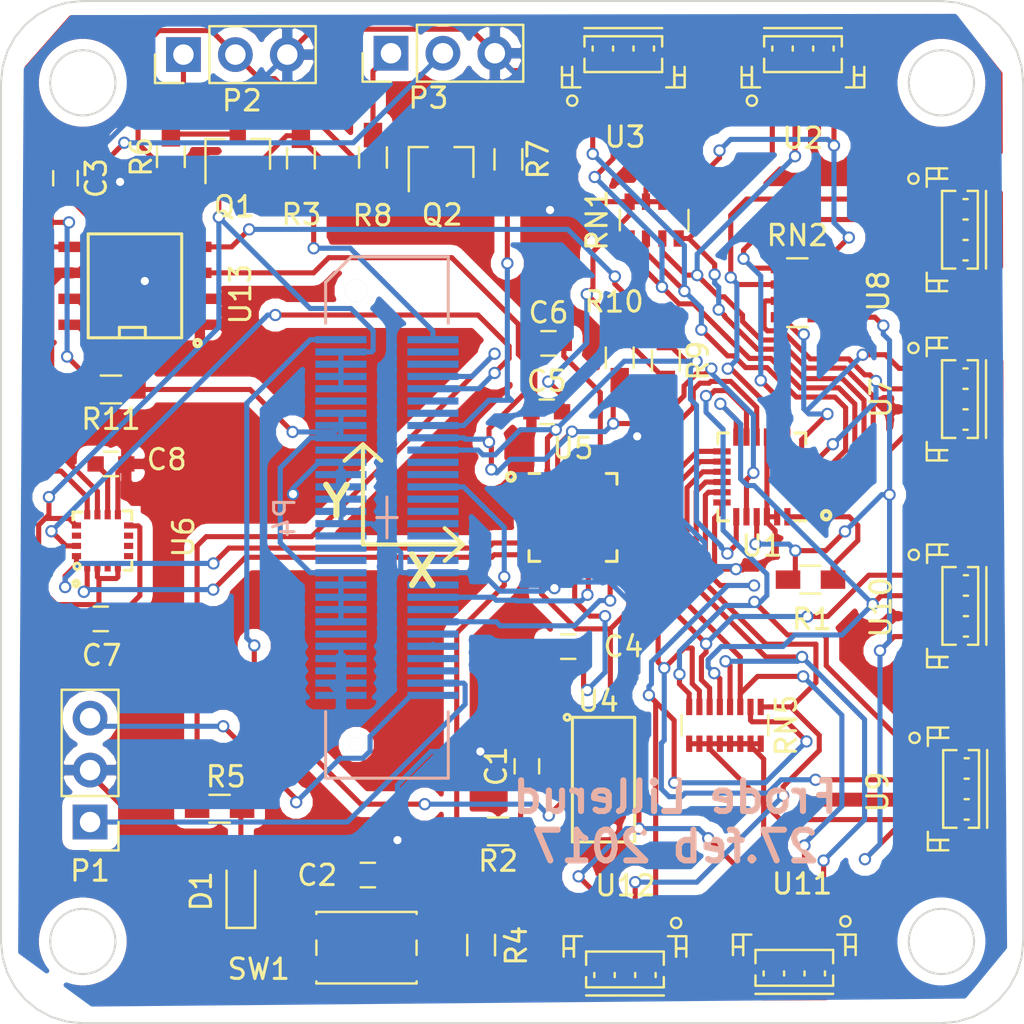
<source format=kicad_pcb>
(kicad_pcb (version 20170123) (host pcbnew no-vcs-found-799c8b6~57~ubuntu16.04.1)
  (layers (0 F.Cu signal hide) (31 B.Cu signal hide) (34 B.Paste user) (35 F.Paste user) (36 B.SilkS user) (37 F.SilkS user) (38 B.Mask user) (39 F.Mask user) (44 Edge.Cuts user))
  (net 0 "")
  (net 1 "Net-(C1-Pad1)")
  (net 2 GND)
  (net 3 "Net-(C2-Pad2)")
  (net 4 +BATT)
  (net 5 "Net-(C4-Pad2)")
  (net 6 +3V3)
  (net 7 "Net-(C6-Pad2)")
  (net 8 "Net-(C7-Pad1)")
  (net 9 "Net-(C7-Pad2)")
  (net 10 "Net-(C8-Pad2)")
  (net 11 "Net-(D1-Pad2)")
  (net 12 GPIO_StartModule)
  (net 13 SteeringPWM)
  (net 14 +5V)
  (net 15 MotorPWM)
  (net 16 GPIO_SDA)
  (net 17 GPIO_SCL)
  (net 18 GPIO_DRDY)
  (net 19 GPIO_INT)
  (net 20 GPIO_BUTTON)
  (net 21 GPIO_FSYNC)
  (net 22 GPIO_LED)
  (net 23 GPIO_IR)
  (net 24 GPIO_STEERING)
  (net 25 GPIO_MOTOR)
  (net 26 "Net-(R1-Pad2)")
  (net 27 SD0)
  (net 28 SD1)
  (net 29 SC0)
  (net 30 SC1)
  (net 31 SD2)
  (net 32 SD3)
  (net 33 SC2)
  (net 34 SC3)
  (net 35 SD4)
  (net 36 SD5)
  (net 37 SC4)
  (net 38 SC5)
  (net 39 SD6)
  (net 40 SD7)
  (net 41 SC6)
  (net 42 SC7)
  (net 43 MPU_SDA)
  (net 44 MPU_SCL)
  (net 45 "Net-(P4-Pad6)")
  (net 46 "Net-(P4-Pad10)")
  (net 47 "Net-(P4-Pad17)")
  (net 48 "Net-(P4-Pad18)")
  (net 49 "Net-(P4-Pad19)")
  (net 50 "Net-(P4-Pad25)")
  (net 51 "Net-(P4-Pad34)")
  (net 52 "Net-(P4-Pad35)")
  (net 53 "Net-(P4-Pad42)")
  (net 54 "Net-(P4-Pad43)")
  (net 55 "Net-(P4-Pad44)")
  (net 56 "Net-(P4-Pad45)")
  (net 57 "Net-(P4-Pad46)")
  (net 58 "Net-(P4-Pad47)")
  (net 59 "Net-(P4-Pad49)")
  (net 60 "Net-(P4-Pad50)")
  (net 61 "Net-(P4-Pad54)")
  (net 62 "Net-(P4-Pad55)")
  (net 63 "Net-(U6-Pad3)")
  (net 64 "Net-(U6-Pad5)")
  (net 65 "Net-(U6-Pad6)")
  (net 66 "Net-(U6-Pad7)")
  (net 67 "Net-(U6-Pad14)")
  (net 68 "Net-(P4-Pad33)")
  (net 69 "Net-(P4-Pad36)")
  (net 70 "Net-(P4-Pad38)")
  (net 71 "Net-(P4-Pad40)")
  (net 72 GPIO_StartModule_VCC)
  (net 73 "Net-(P4-Pad58)")
  (net 74 "Net-(P4-Pad59)")
  (module Capacitors_SMD:C_0603 (layer F.Cu) (at 116.46408 112.57972 90)
    (fp_text reference C1 (at 0 -1.5 90) (layer F.SilkS))
    (fp_text value 0.1uF)
    (pad 1 smd rect (at -0.75 0 90) (size 0.8 0.75) (layers F.Cu F.Paste F.Mask) (net 1 "Net-(C1-Pad1)"))
    (pad 2 smd rect (at 0.75 0 90) (size 0.8 0.75) (layers F.Cu F.Paste F.Mask) (net 2 GND))
  )
  (module Capacitors_SMD:C_0603 (layer F.Cu) (at 108.68476 117.89918 180)
    (fp_text reference C2 (at 2.48 -0.01 180) (layer F.SilkS))
    (fp_text value 1nF)
    (pad 1 smd rect (at -0.75 0 180) (size 0.8 0.75) (layers F.Cu F.Paste F.Mask) (net 2 GND))
    (pad 2 smd rect (at 0.75 0 180) (size 0.8 0.75) (layers F.Cu F.Paste F.Mask) (net 3 "Net-(C2-Pad2)"))
  )
  (module Capacitors_SMD:C_0603 (layer F.Cu) (at 93.89364 83.81492 270)
    (fp_text reference C3 (at 0 -1.5 270) (layer F.SilkS))
    (fp_text value 0.1-1uF)
    (pad 1 smd rect (at -0.75 0 270) (size 0.8 0.75) (layers F.Cu F.Paste F.Mask) (net 4 +BATT))
    (pad 2 smd rect (at 0.75 0 270) (size 0.8 0.75) (layers F.Cu F.Paste F.Mask) (net 2 GND))
  )
  (module Capacitors_SMD:C_0603 (layer F.Cu) (at 118.48592 106.72572)
    (fp_text reference C4 (at 2.7 0) (layer F.SilkS))
    (fp_text value 0.1uF)
    (pad 1 smd rect (at -0.75 0) (size 0.8 0.75) (layers F.Cu F.Paste F.Mask) (net 2 GND))
    (pad 2 smd rect (at 0.75 0) (size 0.8 0.75) (layers F.Cu F.Paste F.Mask) (net 5 "Net-(C4-Pad2)"))
  )
  (module Capacitors_SMD:C_0603 (layer F.Cu) (at 117.43436 95.23984)
    (fp_text reference C5 (at 0 -1.5) (layer F.SilkS))
    (fp_text value 10nF)
    (pad 1 smd rect (at -0.75 0) (size 0.8 0.75) (layers F.Cu F.Paste F.Mask) (net 2 GND))
    (pad 2 smd rect (at 0.75 0) (size 0.8 0.75) (layers F.Cu F.Paste F.Mask) (net 6 +3V3))
  )
  (module Capacitors_SMD:C_0603 (layer F.Cu) (at 117.52072 91.89212)
    (fp_text reference C6 (at 0 -1.5) (layer F.SilkS))
    (fp_text value 2.2nF)
    (pad 1 smd rect (at -0.75 0) (size 0.8 0.75) (layers F.Cu F.Paste F.Mask) (net 2 GND))
    (pad 2 smd rect (at 0.75 0) (size 0.8 0.75) (layers F.Cu F.Paste F.Mask) (net 7 "Net-(C6-Pad2)"))
  )
  (module Capacitors_SMD:C_0603 (layer F.Cu) (at 95.62084 105.36936)
    (fp_text reference C7 (at 0.04064 1.78816) (layer F.SilkS))
    (fp_text value 0.22uF)
    (pad 1 smd rect (at -0.75 0) (size 0.8 0.75) (layers F.Cu F.Paste F.Mask) (net 8 "Net-(C7-Pad1)"))
    (pad 2 smd rect (at 0.75 0) (size 0.8 0.75) (layers F.Cu F.Paste F.Mask) (net 9 "Net-(C7-Pad2)"))
  )
  (module Capacitors_SMD:C_0603 (layer F.Cu) (at 96.11868 97.79 180)
    (fp_text reference C8 (at -2.72796 0.21336 180) (layer F.SilkS))
    (fp_text value 4.7uF)
    (pad 1 smd rect (at -0.75 0 180) (size 0.8 0.75) (layers F.Cu F.Paste F.Mask) (net 2 GND))
    (pad 2 smd rect (at 0.75 0 180) (size 0.8 0.75) (layers F.Cu F.Paste F.Mask) (net 10 "Net-(C8-Pad2)"))
  )
  (module LEDs:LED_0805 (layer F.Cu) (at 102.47376 118.68404 90)
    (fp_text reference D1 (at -0.00508 -1.94056 90) (layer F.SilkS))
    (fp_text value LED)
    (pad 2 smd rect (at 1.1 0 270) (size 1.2 1.2) (layers F.Cu F.Paste F.Mask) (net 11 "Net-(D1-Pad2)"))
    (pad 1 smd rect (at -1.1 0 270) (size 1.2 1.2) (layers F.Cu F.Paste F.Mask) (net 2 GND))
  )
  (module TO_SOT_Packages_SMD:SOT-23 (layer F.Cu) (at 102.32136 82.65414 90)
    (fp_text reference Q1 (at -2.55 -0.18 180) (layer F.SilkS))
    (fp_text value BSS138)
    (pad 1 smd rect (at -1 -0.95 90) (size 0.9 0.8) (layers F.Cu F.Paste F.Mask) (net 6 +3V3))
    (pad 2 smd rect (at -1 0.95 90) (size 0.9 0.8) (layers F.Cu F.Paste F.Mask) (net 24 GPIO_STEERING))
    (pad 3 smd rect (at 1 0 90) (size 0.9 0.8) (layers F.Cu F.Paste F.Mask) (net 13 SteeringPWM))
  )
  (module TO_SOT_Packages_SMD:SOT-23 (layer F.Cu) (at 112.268 83.05038 90)
    (fp_text reference Q2 (at -2.5527 0.0508 180) (layer F.SilkS))
    (fp_text value BSS138)
    (pad 1 smd rect (at -1 -0.95 90) (size 0.9 0.8) (layers F.Cu F.Paste F.Mask) (net 6 +3V3))
    (pad 2 smd rect (at -1 0.95 90) (size 0.9 0.8) (layers F.Cu F.Paste F.Mask) (net 25 GPIO_MOTOR))
    (pad 3 smd rect (at 1 0 90) (size 0.9 0.8) (layers F.Cu F.Paste F.Mask) (net 15 MotorPWM))
  )
  (module Resistors_SMD:R_0603_HandSoldering (layer F.Cu) (at 130.33756 103.44912)
    (fp_text reference R1 (at 0.07112 1.94056) (layer F.SilkS))
    (fp_text value 2k2)
    (pad 1 smd rect (at -1.1 0) (size 1.2 0.9) (layers F.Cu F.Paste F.Mask) (net 6 +3V3))
    (pad 2 smd rect (at 1.1 0) (size 1.2 0.9) (layers F.Cu F.Paste F.Mask) (net 26 "Net-(R1-Pad2)"))
  )
  (module Resistors_SMD:R_0603_HandSoldering (layer F.Cu) (at 115.05692 115.76304 180)
    (fp_text reference R2 (at 0 -1.45 180) (layer F.SilkS))
    (fp_text value 100)
    (pad 1 smd rect (at -1.1 0 180) (size 1.2 0.9) (layers F.Cu F.Paste F.Mask) (net 1 "Net-(C1-Pad1)"))
    (pad 2 smd rect (at 1.1 0 180) (size 1.2 0.9) (layers F.Cu F.Paste F.Mask) (net 6 +3V3))
  )
  (module Resistors_SMD:R_0603_HandSoldering (layer F.Cu) (at 105.41 82.83702 270)
    (fp_text reference R3 (at 2.75082 -0.0254) (layer F.SilkS))
    (fp_text value 10k)
    (pad 1 smd rect (at -1.1 0 270) (size 1.2 0.9) (layers F.Cu F.Paste F.Mask) (net 6 +3V3))
    (pad 2 smd rect (at 1.1 0 270) (size 1.2 0.9) (layers F.Cu F.Paste F.Mask) (net 24 GPIO_STEERING))
  )
  (module Resistors_SMD:R_0603_HandSoldering (layer F.Cu) (at 114.22634 121.32564 90)
    (fp_text reference R4 (at -0.03048 1.71958 270) (layer F.SilkS))
    (fp_text value 470)
    (pad 1 smd rect (at -1.1 0 90) (size 1.2 0.9) (layers F.Cu F.Paste F.Mask) (net 3 "Net-(C2-Pad2)"))
    (pad 2 smd rect (at 1.1 0 90) (size 1.2 0.9) (layers F.Cu F.Paste F.Mask) (net 20 GPIO_BUTTON))
  )
  (module Resistors_SMD:R_0603_HandSoldering (layer F.Cu) (at 101.43236 114.6556 180)
    (fp_text reference R5 (at -0.3048 1.56464 180) (layer F.SilkS))
    (fp_text value 330)
    (pad 1 smd rect (at -1.1 0 180) (size 1.2 0.9) (layers F.Cu F.Paste F.Mask) (net 11 "Net-(D1-Pad2)"))
    (pad 2 smd rect (at 1.1 0 180) (size 1.2 0.9) (layers F.Cu F.Paste F.Mask) (net 22 GPIO_LED))
  )
  (module Resistors_SMD:R_0603_HandSoldering (layer F.Cu) (at 99.04984 82.7659 90)
    (fp_text reference R6 (at 0 -1.45 90) (layer F.SilkS))
    (fp_text value 10k)
    (pad 1 smd rect (at -1.1 0 90) (size 1.2 0.9) (layers F.Cu F.Paste F.Mask) (net 14 +5V))
    (pad 2 smd rect (at 1.1 0 90) (size 1.2 0.9) (layers F.Cu F.Paste F.Mask) (net 13 SteeringPWM))
  )
  (module Resistors_SMD:R_0603_HandSoldering (layer F.Cu) (at 115.55984 82.8929 270)
    (fp_text reference R7 (at 0 -1.45 270) (layer F.SilkS))
    (fp_text value 10k)
    (pad 1 smd rect (at -1.1 0 270) (size 1.2 0.9) (layers F.Cu F.Paste F.Mask) (net 6 +3V3))
    (pad 2 smd rect (at 1.1 0 270) (size 1.2 0.9) (layers F.Cu F.Paste F.Mask) (net 25 GPIO_MOTOR))
  )
  (module Resistors_SMD:R_0603_HandSoldering (layer F.Cu) (at 108.93552 82.80146 90)
    (fp_text reference R8 (at -2.83718 -0.02032 180) (layer F.SilkS))
    (fp_text value 10k)
    (pad 1 smd rect (at -1.1 0 90) (size 1.2 0.9) (layers F.Cu F.Paste F.Mask) (net 14 +5V))
    (pad 2 smd rect (at 1.1 0 90) (size 1.2 0.9) (layers F.Cu F.Paste F.Mask) (net 15 MotorPWM))
  )
  (module Resistors_SMD:R_0603_HandSoldering (layer F.Cu) (at 123.26112 92.73032 90)
    (fp_text reference R9 (at -0.01016 1.57988 270) (layer F.SilkS))
    (fp_text value 2k2)
    (pad 1 smd rect (at -1.1 0 90) (size 1.2 0.9) (layers F.Cu F.Paste F.Mask) (net 6 +3V3))
    (pad 2 smd rect (at 1.1 0 90) (size 1.2 0.9) (layers F.Cu F.Paste F.Mask) (net 17 GPIO_SCL))
  )
  (module Resistors_SMD:R_0603_HandSoldering (layer F.Cu) (at 121.0056 92.59316 270)
    (fp_text reference R10 (at -2.73304 0.2794) (layer F.SilkS))
    (fp_text value 2k2)
    (pad 1 smd rect (at -1.1 0 270) (size 1.2 0.9) (layers F.Cu F.Paste F.Mask) (net 6 +3V3))
    (pad 2 smd rect (at 1.1 0 270) (size 1.2 0.9) (layers F.Cu F.Paste F.Mask) (net 16 GPIO_SDA))
  )
  (module Resistors_SMD:R_0603_HandSoldering (layer F.Cu) (at 96.11868 94.14764 180)
    (fp_text reference R11 (at 0 -1.45 180) (layer F.SilkS))
    (fp_text value "0.1 ohm")
    (pad 1 smd rect (at -1.1 0 180) (size 1.2 0.9) (layers F.Cu F.Paste F.Mask) (net 14 +5V))
    (pad 2 smd rect (at 1.1 0 180) (size 1.2 0.9) (layers F.Cu F.Paste F.Mask) (net 4 +BATT))
  )
  (module Buttons_Switches_SMD:SW_SPST_EVQP2 (layer F.Cu) (at 108.61802 121.45264 180)
    (fp_text reference SW1 (at 5.2705 -1.04648 180) (layer F.SilkS))
    (fp_text value SW_Push)
    (pad 1 smd rect (at 2.58 -1 180) (size 1.45 0.7) (layers F.Cu F.Paste F.Mask) (net 3 "Net-(C2-Pad2)"))
    (pad 1 smd rect (at -2.58 -1 180) (size 1.45 0.7) (layers F.Cu F.Paste F.Mask) (net 3 "Net-(C2-Pad2)"))
    (pad 2 smd rect (at -2.58 1 180) (size 1.45 0.7) (layers F.Cu F.Paste F.Mask) (net 2 GND))
    (pad 2 smd rect (at 2.58 1 180) (size 1.45 0.7) (layers F.Cu F.Paste F.Mask) (net 2 GND))
  )
  (module Housings_DFN_QFN:QFN-24_4x4mm_Pitch0.5mm (layer F.Cu) (at 127.95504 98.425 180)
    (fp_text reference U1 (at 0 -3.375 180) (layer F.SilkS))
    (fp_text value TCA9548ARGER)
    (pad 1 smd rect (at -1.95 -1.25 180) (size 0.85 0.3) (layers F.Cu F.Paste F.Mask) (net 27 SD0))
    (pad 2 smd rect (at -1.95 -0.75 180) (size 0.85 0.3) (layers F.Cu F.Paste F.Mask) (net 29 SC0))
    (pad 3 smd rect (at -1.95 -0.25 180) (size 0.85 0.3) (layers F.Cu F.Paste F.Mask) (net 28 SD1))
    (pad 4 smd rect (at -1.95 0.25 180) (size 0.85 0.3) (layers F.Cu F.Paste F.Mask) (net 30 SC1))
    (pad 5 smd rect (at -1.95 0.75 180) (size 0.85 0.3) (layers F.Cu F.Paste F.Mask) (net 31 SD2))
    (pad 6 smd rect (at -1.95 1.25 180) (size 0.85 0.3) (layers F.Cu F.Paste F.Mask) (net 33 SC2))
    (pad 7 smd rect (at -1.25 1.95 270) (size 0.85 0.3) (layers F.Cu F.Paste F.Mask) (net 32 SD3))
    (pad 8 smd rect (at -0.75 1.95 270) (size 0.85 0.3) (layers F.Cu F.Paste F.Mask) (net 34 SC3))
    (pad 9 smd rect (at -0.25 1.95 270) (size 0.85 0.3) (layers F.Cu F.Paste F.Mask) (net 2 GND))
    (pad 10 smd rect (at 0.25 1.95 270) (size 0.85 0.3) (layers F.Cu F.Paste F.Mask) (net 35 SD4))
    (pad 11 smd rect (at 0.75 1.95 270) (size 0.85 0.3) (layers F.Cu F.Paste F.Mask) (net 37 SC4))
    (pad 12 smd rect (at 1.25 1.95 270) (size 0.85 0.3) (layers F.Cu F.Paste F.Mask) (net 36 SD5))
    (pad 13 smd rect (at 1.95 1.25 180) (size 0.85 0.3) (layers F.Cu F.Paste F.Mask) (net 38 SC5))
    (pad 14 smd rect (at 1.95 0.75 180) (size 0.85 0.3) (layers F.Cu F.Paste F.Mask) (net 39 SD6))
    (pad 15 smd rect (at 1.95 0.25 180) (size 0.85 0.3) (layers F.Cu F.Paste F.Mask) (net 41 SC6))
    (pad 16 smd rect (at 1.95 -0.25 180) (size 0.85 0.3) (layers F.Cu F.Paste F.Mask) (net 40 SD7))
    (pad 17 smd rect (at 1.95 -0.75 180) (size 0.85 0.3) (layers F.Cu F.Paste F.Mask) (net 42 SC7))
    (pad 18 smd rect (at 1.95 -1.25 180) (size 0.85 0.3) (layers F.Cu F.Paste F.Mask) (net 2 GND))
    (pad 19 smd rect (at 1.25 -1.95 270) (size 0.85 0.3) (layers F.Cu F.Paste F.Mask) (net 17 GPIO_SCL))
    (pad 20 smd rect (at 0.75 -1.95 270) (size 0.85 0.3) (layers F.Cu F.Paste F.Mask) (net 16 GPIO_SDA))
    (pad 21 smd rect (at 0.25 -1.95 270) (size 0.85 0.3) (layers F.Cu F.Paste F.Mask) (net 6 +3V3))
    (pad 22 smd rect (at -0.25 -1.95 270) (size 0.85 0.3) (layers F.Cu F.Paste F.Mask) (net 2 GND))
    (pad 23 smd rect (at -0.75 -1.95 270) (size 0.85 0.3) (layers F.Cu F.Paste F.Mask) (net 2 GND))
    (pad 24 smd rect (at -1.25 -1.95 270) (size 0.85 0.3) (layers F.Cu F.Paste F.Mask) (net 26 "Net-(R1-Pad2)"))
  )
  (module Connectors_JST:JST_SH_BM04B-SRSS-TB_04x1.00mm_Straight (layer F.Cu) (at 129.96926 78.43266)
    (fp_text reference U2 (at -0.01 3.42) (layer F.SilkS))
    (fp_text value GP2Y0E02B)
    (pad 1 smd rect (at -1.5 1.2625) (size 0.6 1.55) (layers F.Cu F.Paste F.Mask) (net 29 SC0))
    (pad 2 smd rect (at -0.5 1.2625) (size 0.6 1.55) (layers F.Cu F.Paste F.Mask) (net 27 SD0))
    (pad 3 smd rect (at 0.5 1.2625) (size 0.6 1.55) (layers F.Cu F.Paste F.Mask) (net 2 GND))
    (pad 4 smd rect (at 1.5 1.2625) (size 0.6 1.55) (layers F.Cu F.Paste F.Mask) (net 6 +3V3))
    (pad "" smd rect (at -2.8 -1.2625) (size 1.2 1.8) (layers F.Cu F.Paste F.Mask))
    (pad "" smd rect (at 2.8 -1.2625) (size 1.2 1.8) (layers F.Cu F.Paste F.Mask))
  )
  (module Connectors_JST:JST_SH_BM04B-SRSS-TB_04x1.00mm_Straight (layer F.Cu) (at 121.18086 78.43266)
    (fp_text reference U3 (at 0.08304 3.36414) (layer F.SilkS))
    (fp_text value GP2Y0E02B)
    (pad 1 smd rect (at -1.5 1.2625) (size 0.6 1.55) (layers F.Cu F.Paste F.Mask) (net 30 SC1))
    (pad 2 smd rect (at -0.5 1.2625) (size 0.6 1.55) (layers F.Cu F.Paste F.Mask) (net 28 SD1))
    (pad 3 smd rect (at 0.5 1.2625) (size 0.6 1.55) (layers F.Cu F.Paste F.Mask) (net 2 GND))
    (pad 4 smd rect (at 1.5 1.2625) (size 0.6 1.55) (layers F.Cu F.Paste F.Mask) (net 6 +3V3))
    (pad "" smd rect (at -2.8 -1.2625) (size 1.2 1.8) (layers F.Cu F.Paste F.Mask))
    (pad "" smd rect (at 2.8 -1.2625) (size 1.2 1.8) (layers F.Cu F.Paste F.Mask))
  )
  (module NorBotKiCadFootprints:TSOP75x (layer F.Cu) (at 119.95912 113.2332 270)
    (fp_text reference U4 (at -3.84048 0) (layer F.SilkS))
    (fp_text value TSOP753)
    (pad 1 smd rect (at -1.905 0.508 270) (size 0.8 1.8) (layers F.Cu F.Paste F.Mask) (net 2 GND))
    (pad 2 smd rect (at -0.635 0.508 270) (size 0.8 1.8) (layers F.Cu F.Paste F.Mask) (net 1 "Net-(C1-Pad1)"))
    (pad 3 smd rect (at 0.635 0.508 270) (size 0.8 1.8) (layers F.Cu F.Paste F.Mask) (net 23 GPIO_IR))
    (pad 4 smd rect (at 1.905 0.508 270) (size 0.8 1.8) (layers F.Cu F.Paste F.Mask) (net 2 GND))
  )
  (module Housings_DFN_QFN:QFN-24-1EP_4x4mm_Pitch0.5mm (layer F.Cu) (at 118.7196 100.4062)
    (fp_text reference U5 (at 0 -3.375) (layer F.SilkS))
    (fp_text value MPU-6050)
    (pad 1 smd rect (at -1.95 -1.25) (size 0.85 0.3) (layers F.Cu F.Paste F.Mask) (net 2 GND))
    (pad 2 smd rect (at -1.95 -0.75) (size 0.85 0.3) (layers F.Cu F.Paste F.Mask))
    (pad 3 smd rect (at -1.95 -0.25) (size 0.85 0.3) (layers F.Cu F.Paste F.Mask))
    (pad 4 smd rect (at -1.95 0.25) (size 0.85 0.3) (layers F.Cu F.Paste F.Mask))
    (pad 5 smd rect (at -1.95 0.75) (size 0.85 0.3) (layers F.Cu F.Paste F.Mask))
    (pad 6 smd rect (at -1.95 1.25) (size 0.85 0.3) (layers F.Cu F.Paste F.Mask) (net 43 MPU_SDA))
    (pad 7 smd rect (at -1.25 1.95 90) (size 0.85 0.3) (layers F.Cu F.Paste F.Mask) (net 44 MPU_SCL))
    (pad 8 smd rect (at -0.75 1.95 90) (size 0.85 0.3) (layers F.Cu F.Paste F.Mask) (net 6 +3V3))
    (pad 9 smd rect (at -0.25 1.95 90) (size 0.85 0.3) (layers F.Cu F.Paste F.Mask) (net 2 GND))
    (pad 10 smd rect (at 0.25 1.95 90) (size 0.85 0.3) (layers F.Cu F.Paste F.Mask) (net 5 "Net-(C4-Pad2)"))
    (pad 11 smd rect (at 0.75 1.95 90) (size 0.85 0.3) (layers F.Cu F.Paste F.Mask) (net 21 GPIO_FSYNC))
    (pad 12 smd rect (at 1.25 1.95 90) (size 0.85 0.3) (layers F.Cu F.Paste F.Mask) (net 19 GPIO_INT))
    (pad 13 smd rect (at 1.95 1.25) (size 0.85 0.3) (layers F.Cu F.Paste F.Mask) (net 6 +3V3))
    (pad 14 smd rect (at 1.95 0.75) (size 0.85 0.3) (layers F.Cu F.Paste F.Mask))
    (pad 15 smd rect (at 1.95 0.25) (size 0.85 0.3) (layers F.Cu F.Paste F.Mask))
    (pad 16 smd rect (at 1.95 -0.25) (size 0.85 0.3) (layers F.Cu F.Paste F.Mask))
    (pad 17 smd rect (at 1.95 -0.75) (size 0.85 0.3) (layers F.Cu F.Paste F.Mask))
    (pad 18 smd rect (at 1.95 -1.25) (size 0.85 0.3) (layers F.Cu F.Paste F.Mask) (net 2 GND))
    (pad 19 smd rect (at 1.25 -1.95 90) (size 0.85 0.3) (layers F.Cu F.Paste F.Mask))
    (pad 20 smd rect (at 0.75 -1.95 90) (size 0.85 0.3) (layers F.Cu F.Paste F.Mask) (net 7 "Net-(C6-Pad2)"))
    (pad 21 smd rect (at 0.25 -1.95 90) (size 0.85 0.3) (layers F.Cu F.Paste F.Mask))
    (pad 22 smd rect (at -0.25 -1.95 90) (size 0.85 0.3) (layers F.Cu F.Paste F.Mask))
    (pad 23 smd rect (at -0.75 -1.95 90) (size 0.85 0.3) (layers F.Cu F.Paste F.Mask) (net 16 GPIO_SDA))
    (pad 24 smd rect (at -1.25 -1.95 90) (size 0.85 0.3) (layers F.Cu F.Paste F.Mask) (net 17 GPIO_SCL))
    (pad 25 smd rect (at 0.65 0.65) (size 1.3 1.3) (layers F.Cu F.Paste F.Mask))
    (pad 25 smd rect (at 0.65 -0.65) (size 1.3 1.3) (layers F.Cu F.Paste F.Mask))
    (pad 25 smd rect (at -0.65 0.65) (size 1.3 1.3) (layers F.Cu F.Paste F.Mask))
    (pad 25 smd rect (at -0.65 -0.65) (size 1.3 1.3) (layers F.Cu F.Paste F.Mask))
  )
  (module Connectors_JST:JST_SH_BM04B-SRSS-TB_04x1.00mm_Straight (layer F.Cu) (at 136.95934 94.61754 270)
    (fp_text reference U7 (at -0.07494 3.1792 270) (layer F.SilkS))
    (fp_text value GP2Y0E02B)
    (pad 1 smd rect (at -1.5 1.2625 270) (size 0.6 1.55) (layers F.Cu F.Paste F.Mask) (net 33 SC2))
    (pad 2 smd rect (at -0.5 1.2625 270) (size 0.6 1.55) (layers F.Cu F.Paste F.Mask) (net 31 SD2))
    (pad 3 smd rect (at 0.5 1.2625 270) (size 0.6 1.55) (layers F.Cu F.Paste F.Mask) (net 2 GND))
    (pad 4 smd rect (at 1.5 1.2625 270) (size 0.6 1.55) (layers F.Cu F.Paste F.Mask) (net 6 +3V3))
    (pad "" smd rect (at -2.8 -1.2625 270) (size 1.2 1.8) (layers F.Cu F.Paste F.Mask))
    (pad "" smd rect (at 2.8 -1.2625 270) (size 1.2 1.8) (layers F.Cu F.Paste F.Mask))
  )
  (module Connectors_JST:JST_SH_BM04B-SRSS-TB_04x1.00mm_Straight (layer F.Cu) (at 136.95934 86.3346 270)
    (fp_text reference U8 (at 3 3.3 270) (layer F.SilkS))
    (fp_text value GP2Y0E02B)
    (pad 1 smd rect (at -1.5 1.2625 270) (size 0.6 1.55) (layers F.Cu F.Paste F.Mask) (net 34 SC3))
    (pad 2 smd rect (at -0.5 1.2625 270) (size 0.6 1.55) (layers F.Cu F.Paste F.Mask) (net 32 SD3))
    (pad 3 smd rect (at 0.5 1.2625 270) (size 0.6 1.55) (layers F.Cu F.Paste F.Mask) (net 2 GND))
    (pad 4 smd rect (at 1.5 1.2625 270) (size 0.6 1.55) (layers F.Cu F.Paste F.Mask) (net 6 +3V3))
    (pad "" smd rect (at -2.8 -1.2625 270) (size 1.2 1.8) (layers F.Cu F.Paste F.Mask))
    (pad "" smd rect (at 2.8 -1.2625 270) (size 1.2 1.8) (layers F.Cu F.Paste F.Mask))
  )
  (module Connectors_JST:JST_SH_BM04B-SRSS-TB_04x1.00mm_Straight (layer F.Cu) (at 137.01534 113.68672 270)
    (fp_text reference U9 (at 0.15 3.39 270) (layer F.SilkS))
    (fp_text value GP2Y0E02B)
    (pad 1 smd rect (at -1.5 1.2625 270) (size 0.6 1.55) (layers F.Cu F.Paste F.Mask) (net 37 SC4))
    (pad 2 smd rect (at -0.5 1.2625 270) (size 0.6 1.55) (layers F.Cu F.Paste F.Mask) (net 35 SD4))
    (pad 3 smd rect (at 0.5 1.2625 270) (size 0.6 1.55) (layers F.Cu F.Paste F.Mask) (net 2 GND))
    (pad 4 smd rect (at 1.5 1.2625 270) (size 0.6 1.55) (layers F.Cu F.Paste F.Mask) (net 6 +3V3))
    (pad "" smd rect (at -2.8 -1.2625 270) (size 1.2 1.8) (layers F.Cu F.Paste F.Mask))
    (pad "" smd rect (at 2.8 -1.2625 270) (size 1.2 1.8) (layers F.Cu F.Paste F.Mask))
  )
  (module Connectors_JST:JST_SH_BM04B-SRSS-TB_04x1.00mm_Straight (layer F.Cu) (at 136.97712 104.73436 270)
    (fp_text reference U10 (at 0.07 3.2 270) (layer F.SilkS))
    (fp_text value GP2Y0E02B)
    (pad 1 smd rect (at -1.5 1.2625 270) (size 0.6 1.55) (layers F.Cu F.Paste F.Mask) (net 38 SC5))
    (pad 2 smd rect (at -0.5 1.2625 270) (size 0.6 1.55) (layers F.Cu F.Paste F.Mask) (net 36 SD5))
    (pad 3 smd rect (at 0.5 1.2625 270) (size 0.6 1.55) (layers F.Cu F.Paste F.Mask) (net 2 GND))
    (pad 4 smd rect (at 1.5 1.2625 270) (size 0.6 1.55) (layers F.Cu F.Paste F.Mask) (net 6 +3V3))
    (pad "" smd rect (at -2.8 -1.2625 270) (size 1.2 1.8) (layers F.Cu F.Paste F.Mask))
    (pad "" smd rect (at 2.8 -1.2625 270) (size 1.2 1.8) (layers F.Cu F.Paste F.Mask))
  )
  (module Connectors_JST:JST_SH_BM04B-SRSS-TB_04x1.00mm_Straight (layer F.Cu) (at 129.54508 121.74982 180)
    (fp_text reference U11 (at -0.38 3.42 180) (layer F.SilkS))
    (fp_text value GP2Y0E02B)
    (pad 1 smd rect (at -1.5 1.2625 180) (size 0.6 1.55) (layers F.Cu F.Paste F.Mask) (net 41 SC6))
    (pad 2 smd rect (at -0.5 1.2625 180) (size 0.6 1.55) (layers F.Cu F.Paste F.Mask) (net 39 SD6))
    (pad 3 smd rect (at 0.5 1.2625 180) (size 0.6 1.55) (layers F.Cu F.Paste F.Mask) (net 2 GND))
    (pad 4 smd rect (at 1.5 1.2625 180) (size 0.6 1.55) (layers F.Cu F.Paste F.Mask) (net 6 +3V3))
    (pad "" smd rect (at -2.8 -1.2625 180) (size 1.2 1.8) (layers F.Cu F.Paste F.Mask))
    (pad "" smd rect (at 2.8 -1.2625 180) (size 1.2 1.8) (layers F.Cu F.Paste F.Mask))
  )
  (module Connectors_JST:JST_SH_BM04B-SRSS-TB_04x1.00mm_Straight (layer F.Cu) (at 121.26214 121.82856 180)
    (fp_text reference U12 (at -0.02 3.41 180) (layer F.SilkS))
    (fp_text value GP2Y0E02B)
    (pad 1 smd rect (at -1.5 1.2625 180) (size 0.6 1.55) (layers F.Cu F.Paste F.Mask) (net 42 SC7))
    (pad 2 smd rect (at -0.5 1.2625 180) (size 0.6 1.55) (layers F.Cu F.Paste F.Mask) (net 40 SD7))
    (pad 3 smd rect (at 0.5 1.2625 180) (size 0.6 1.55) (layers F.Cu F.Paste F.Mask) (net 2 GND))
    (pad 4 smd rect (at 1.5 1.2625 180) (size 0.6 1.55) (layers F.Cu F.Paste F.Mask) (net 6 +3V3))
    (pad "" smd rect (at -2.8 -1.2625 180) (size 1.2 1.8) (layers F.Cu F.Paste F.Mask))
    (pad "" smd rect (at 2.8 -1.2625 180) (size 1.2 1.8) (layers F.Cu F.Paste F.Mask))
  )
  (module SMD_Packages:SOIC-8-N (layer F.Cu) (at 97.29216 89.0778 90)
    (fp_text reference U13 (at -0.4064 5.16636 90) (layer F.SilkS))
    (fp_text value INA219)
    (pad 8 smd rect (at -1.905 -3.175 90) (size 0.508 1.143) (layers F.Cu F.Paste F.Mask) (net 4 +BATT))
    (pad 7 smd rect (at -0.635 -3.175 90) (size 0.508 1.143) (layers F.Cu F.Paste F.Mask) (net 14 +5V))
    (pad 6 smd rect (at 0.635 -3.175 90) (size 0.508 1.143) (layers F.Cu F.Paste F.Mask) (net 2 GND))
    (pad 5 smd rect (at 1.905 -3.175 90) (size 0.508 1.143) (layers F.Cu F.Paste F.Mask) (net 4 +BATT))
    (pad 4 smd rect (at 1.905 3.175 90) (size 0.508 1.143) (layers F.Cu F.Paste F.Mask) (net 17 GPIO_SCL))
    (pad 3 smd rect (at 0.635 3.175 90) (size 0.508 1.143) (layers F.Cu F.Paste F.Mask) (net 16 GPIO_SDA))
    (pad 2 smd rect (at -0.635 3.175 90) (size 0.508 1.143) (layers F.Cu F.Paste F.Mask) (net 2 GND))
    (pad 1 smd rect (at -1.905 3.175 90) (size 0.508 1.143) (layers F.Cu F.Paste F.Mask) (net 2 GND))
  )
  (module Resistors_SMD:R_Array_Convex_4x0603 (layer F.Cu) (at 122.68962 85.86216 90)
    (fp_text reference RN1 (at 0 -2.8 90) (layer F.SilkS))
    (fp_text value R_Pack04)
    (pad 1 smd rect (at -0.9 -1.2 90) (size 0.8 0.5) (layers F.Cu F.Paste F.Mask) (net 28 SD1))
    (pad 3 smd rect (at -0.9 0.4 90) (size 0.8 0.4) (layers F.Cu F.Paste F.Mask) (net 27 SD0))
    (pad 2 smd rect (at -0.9 -0.4 90) (size 0.8 0.4) (layers F.Cu F.Paste F.Mask) (net 30 SC1))
    (pad 4 smd rect (at -0.9 1.2 90) (size 0.8 0.5) (layers F.Cu F.Paste F.Mask) (net 29 SC0))
    (pad 7 smd rect (at 0.9 -0.4 90) (size 0.8 0.4) (layers F.Cu F.Paste F.Mask) (net 6 +3V3))
    (pad 8 smd rect (at 0.9 -1.2 90) (size 0.8 0.5) (layers F.Cu F.Paste F.Mask) (net 6 +3V3))
    (pad 6 smd rect (at 0.9 0.4 90) (size 0.8 0.4) (layers F.Cu F.Paste F.Mask) (net 6 +3V3))
    (pad 5 smd rect (at 0.9 1.2 90) (size 0.8 0.5) (layers F.Cu F.Paste F.Mask) (net 6 +3V3))
  )
  (module Resistors_SMD:R_Array_Convex_4x0603 (layer F.Cu) (at 129.6924 89.41308)
    (fp_text reference RN2 (at 0 -2.8) (layer F.SilkS))
    (fp_text value R_Pack04)
    (pad 1 smd rect (at -0.9 -1.2) (size 0.8 0.5) (layers F.Cu F.Paste F.Mask) (net 32 SD3))
    (pad 3 smd rect (at -0.9 0.4) (size 0.8 0.4) (layers F.Cu F.Paste F.Mask) (net 31 SD2))
    (pad 2 smd rect (at -0.9 -0.4) (size 0.8 0.4) (layers F.Cu F.Paste F.Mask) (net 34 SC3))
    (pad 4 smd rect (at -0.9 1.2) (size 0.8 0.5) (layers F.Cu F.Paste F.Mask) (net 33 SC2))
    (pad 7 smd rect (at 0.9 -0.4) (size 0.8 0.4) (layers F.Cu F.Paste F.Mask) (net 6 +3V3))
    (pad 8 smd rect (at 0.9 -1.2) (size 0.8 0.5) (layers F.Cu F.Paste F.Mask) (net 6 +3V3))
    (pad 6 smd rect (at 0.9 0.4) (size 0.8 0.4) (layers F.Cu F.Paste F.Mask) (net 6 +3V3))
    (pad 5 smd rect (at 0.9 1.2) (size 0.8 0.5) (layers F.Cu F.Paste F.Mask) (net 6 +3V3))
  )
  (module Resistors_SMD:R_Array_Convex_8x0602 (layer F.Cu) (at 126.15196 110.5772 270)
    (fp_text reference RN5 (at 0 -3 270) (layer F.SilkS))
    (fp_text value R_Pack08)
    (pad 1 smd rect (at -0.9 -1.75 270) (size 0.8 0.3) (layers F.Cu F.Paste F.Mask) (net 40 SD7))
    (pad 16 smd rect (at 0.9 -1.75 270) (size 0.8 0.3) (layers F.Cu F.Paste F.Mask) (net 6 +3V3))
    (pad 8 smd rect (at -0.9 1.75 270) (size 0.8 0.3) (layers F.Cu F.Paste F.Mask) (net 37 SC4))
    (pad 9 smd rect (at 0.9 1.75 270) (size 0.8 0.3) (layers F.Cu F.Paste F.Mask) (net 6 +3V3))
    (pad 2 smd rect (at -0.9 -1.25 270) (size 0.8 0.3) (layers F.Cu F.Paste F.Mask) (net 42 SC7))
    (pad 3 smd rect (at -0.9 -0.75 270) (size 0.8 0.3) (layers F.Cu F.Paste F.Mask) (net 39 SD6))
    (pad 4 smd rect (at -0.9 -0.25 270) (size 0.8 0.3) (layers F.Cu F.Paste F.Mask) (net 41 SC6))
    (pad 5 smd rect (at -0.9 0.25 270) (size 0.8 0.3) (layers F.Cu F.Paste F.Mask) (net 36 SD5))
    (pad 6 smd rect (at -0.9 0.75 270) (size 0.8 0.3) (layers F.Cu F.Paste F.Mask) (net 38 SC5))
    (pad 7 smd rect (at -0.9 1.25 270) (size 0.8 0.3) (layers F.Cu F.Paste F.Mask) (net 35 SD4))
    (pad 15 smd rect (at 0.9 -1.25 270) (size 0.8 0.3) (layers F.Cu F.Paste F.Mask) (net 6 +3V3))
    (pad 14 smd rect (at 0.9 -0.75 270) (size 0.8 0.3) (layers F.Cu F.Paste F.Mask) (net 6 +3V3))
    (pad 13 smd rect (at 0.9 -0.25 270) (size 0.8 0.3) (layers F.Cu F.Paste F.Mask) (net 6 +3V3))
    (pad 11 smd rect (at 0.9 0.75 270) (size 0.8 0.3) (layers F.Cu F.Paste F.Mask) (net 6 +3V3))
    (pad 12 smd rect (at 0.9 0.25 270) (size 0.8 0.3) (layers F.Cu F.Paste F.Mask) (net 6 +3V3))
    (pad 10 smd rect (at 0.9 1.25 270) (size 0.8 0.3) (layers F.Cu F.Paste F.Mask) (net 6 +3V3))
  )
  (module Pin_Headers:Pin_Header_Straight_1x03_Pitch2.54mm (layer F.Cu) (at 99.66452 77.76718 90)
    (fp_text reference P2 (at -2.25298 2.86004 180) (layer F.SilkS))
    (fp_text value SteeringServo)
    (pad 1 thru_hole rect (at 0 0 90) (size 1.7 1.7) (drill 1) (layers *.Cu *.Mask) (net 13 SteeringPWM))
    (pad 2 thru_hole oval (at 0 2.54 90) (size 1.7 1.7) (drill 1) (layers *.Cu *.Mask) (net 14 +5V))
    (pad 3 thru_hole oval (at 0 5.08 90) (size 1.7 1.7) (drill 1) (layers *.Cu *.Mask) (net 2 GND))
  )
  (module Pin_Headers:Pin_Header_Straight_1x03_Pitch2.54mm (layer F.Cu) (at 109.8169 77.70114 90)
    (fp_text reference P3 (at -2.19202 1.82626 180) (layer F.SilkS))
    (fp_text value Motor)
    (pad 1 thru_hole rect (at 0 0 90) (size 1.7 1.7) (drill 1) (layers *.Cu *.Mask) (net 15 MotorPWM))
    (pad 2 thru_hole oval (at 0 2.54 90) (size 1.7 1.7) (drill 1) (layers *.Cu *.Mask) (net 4 +BATT))
    (pad 3 thru_hole oval (at 0 5.08 90) (size 1.7 1.7) (drill 1) (layers *.Cu *.Mask) (net 2 GND))
  )
  (module hrs-fx8c:hrs-fx8c-60s-sv (layer B.Cu) (at 109.61878 100.41128 270)
    (fp_text reference P4 (at 0 5 270) (layer B.SilkS) (effects (justify mirror)))
    (fp_text value CONN_02X30)
    (pad 1 smd rect (at -8.7 2.25 270) (size 0.35 2.5) (layers B.Cu B.Paste B.Mask) (net 23 GPIO_IR))
    (pad 2 smd rect (at -8.1 2.25 270) (size 0.35 2.5) (layers B.Cu B.Paste B.Mask) (net 6 +3V3))
    (pad 3 smd rect (at -7.5 2.25 270) (size 0.35 2.5) (layers B.Cu B.Paste B.Mask) (net 6 +3V3))
    (pad 4 smd rect (at -6.9 2.25 270) (size 0.35 2.5) (layers B.Cu B.Paste B.Mask) (net 6 +3V3))
    (pad 5 smd rect (at -6.3 2.25 270) (size 0.35 2.5) (layers B.Cu B.Paste B.Mask) (net 6 +3V3))
    (pad 6 smd rect (at -5.7 2.25 270) (size 0.35 2.5) (layers B.Cu B.Paste B.Mask) (net 45 "Net-(P4-Pad6)"))
    (pad 7 smd rect (at -5.1 2.25 270) (size 0.35 2.5) (layers B.Cu B.Paste B.Mask) (net 14 +5V))
    (pad 8 smd rect (at -4.5 2.25 270) (size 0.35 2.5) (layers B.Cu B.Paste B.Mask) (net 14 +5V))
    (pad 9 smd rect (at -3.9 2.25 270) (size 0.35 2.5) (layers B.Cu B.Paste B.Mask) (net 14 +5V))
    (pad 10 smd rect (at -3.3 2.25 270) (size 0.35 2.5) (layers B.Cu B.Paste B.Mask) (net 46 "Net-(P4-Pad10)"))
    (pad 11 smd rect (at -2.7 2.25 270) (size 0.35 2.5) (layers B.Cu B.Paste B.Mask) (net 2 GND))
    (pad 12 smd rect (at -2.1 2.25 270) (size 0.35 2.5) (layers B.Cu B.Paste B.Mask) (net 2 GND))
    (pad 13 smd rect (at -1.5 2.25 270) (size 0.35 2.5) (layers B.Cu B.Paste B.Mask) (net 2 GND))
    (pad 14 smd rect (at -0.9 2.25 270) (size 0.35 2.5) (layers B.Cu B.Paste B.Mask) (net 2 GND))
    (pad 15 smd rect (at -0.3 2.25 270) (size 0.35 2.5) (layers B.Cu B.Paste B.Mask) (net 2 GND))
    (pad 16 smd rect (at 0.3 2.25 270) (size 0.35 2.5) (layers B.Cu B.Paste B.Mask) (net 2 GND))
    (pad 17 smd rect (at 0.9 2.25 270) (size 0.35 2.5) (layers B.Cu B.Paste B.Mask) (net 47 "Net-(P4-Pad17)"))
    (pad 18 smd rect (at 1.5 2.25 270) (size 0.35 2.5) (layers B.Cu B.Paste B.Mask) (net 48 "Net-(P4-Pad18)"))
    (pad 19 smd rect (at 2.1 2.25 270) (size 0.35 2.5) (layers B.Cu B.Paste B.Mask) (net 49 "Net-(P4-Pad19)"))
    (pad 20 smd rect (at 2.7 2.25 270) (size 0.35 2.5) (layers B.Cu B.Paste B.Mask) (net 14 +5V))
    (pad 21 smd rect (at 3.3 2.25 270) (size 0.35 2.5) (layers B.Cu B.Paste B.Mask) (net 14 +5V))
    (pad 22 smd rect (at 3.9 2.25 270) (size 0.35 2.5) (layers B.Cu B.Paste B.Mask) (net 14 +5V))
    (pad 23 smd rect (at 4.5 2.25 270) (size 0.35 2.5) (layers B.Cu B.Paste B.Mask) (net 14 +5V))
    (pad 24 smd rect (at 5.1 2.25 270) (size 0.35 2.5) (layers B.Cu B.Paste B.Mask) (net 14 +5V))
    (pad 25 smd rect (at 5.7 2.25 270) (size 0.35 2.5) (layers B.Cu B.Paste B.Mask) (net 50 "Net-(P4-Pad25)"))
    (pad 26 smd rect (at 6.3 2.25 270) (size 0.35 2.5) (layers B.Cu B.Paste B.Mask) (net 2 GND))
    (pad 27 smd rect (at 6.9 2.25 270) (size 0.35 2.5) (layers B.Cu B.Paste B.Mask) (net 2 GND))
    (pad 28 smd rect (at 7.5 2.25 270) (size 0.35 2.5) (layers B.Cu B.Paste B.Mask) (net 2 GND))
    (pad 29 smd rect (at 8.1 2.25 270) (size 0.35 2.5) (layers B.Cu B.Paste B.Mask) (net 2 GND))
    (pad 30 smd rect (at 8.7 2.25 270) (size 0.35 2.5) (layers B.Cu B.Paste B.Mask) (net 2 GND))
    (pad 31 smd rect (at 8.7 -2.25 270) (size 0.35 2.5) (layers B.Cu B.Paste B.Mask) (net 12 GPIO_StartModule))
    (pad 32 smd rect (at 8.1 -2.25 270) (size 0.35 2.5) (layers B.Cu B.Paste B.Mask) (net 72 GPIO_StartModule_VCC))
    (pad 33 smd rect (at 7.5 -2.25 270) (size 0.35 2.5) (layers B.Cu B.Paste B.Mask) (net 68 "Net-(P4-Pad33)"))
    (pad 34 smd rect (at 6.9 -2.25 270) (size 0.35 2.5) (layers B.Cu B.Paste B.Mask) (net 51 "Net-(P4-Pad34)"))
    (pad 35 smd rect (at 6.3 -2.25 270) (size 0.35 2.5) (layers B.Cu B.Paste B.Mask) (net 52 "Net-(P4-Pad35)"))
    (pad 36 smd rect (at 5.7 -2.25 270) (size 0.35 2.5) (layers B.Cu B.Paste B.Mask) (net 69 "Net-(P4-Pad36)"))
    (pad 37 smd rect (at 5.1 -2.25 270) (size 0.35 2.5) (layers B.Cu B.Paste B.Mask) (net 19 GPIO_INT))
    (pad 38 smd rect (at 4.5 -2.25 270) (size 0.35 2.5) (layers B.Cu B.Paste B.Mask) (net 70 "Net-(P4-Pad38)"))
    (pad 39 smd rect (at 3.9 -2.25 270) (size 0.35 2.5) (layers B.Cu B.Paste B.Mask) (net 21 GPIO_FSYNC))
    (pad 40 smd rect (at 3.3 -2.25 270) (size 0.35 2.5) (layers B.Cu B.Paste B.Mask) (net 71 "Net-(P4-Pad40)"))
    (pad 41 smd rect (at 2.7 -2.25 270) (size 0.35 2.5) (layers B.Cu B.Paste B.Mask) (net 2 GND))
    (pad 42 smd rect (at 2.1 -2.25 270) (size 0.35 2.5) (layers B.Cu B.Paste B.Mask) (net 53 "Net-(P4-Pad42)"))
    (pad 43 smd rect (at 1.5 -2.25 270) (size 0.35 2.5) (layers B.Cu B.Paste B.Mask) (net 54 "Net-(P4-Pad43)"))
    (pad 44 smd rect (at 0.9 -2.25 270) (size 0.35 2.5) (layers B.Cu B.Paste B.Mask) (net 55 "Net-(P4-Pad44)"))
    (pad 45 smd rect (at 0.3 -2.25 270) (size 0.35 2.5) (layers B.Cu B.Paste B.Mask) (net 56 "Net-(P4-Pad45)"))
    (pad 46 smd rect (at -0.3 -2.25 270) (size 0.35 2.5) (layers B.Cu B.Paste B.Mask) (net 57 "Net-(P4-Pad46)"))
    (pad 47 smd rect (at -0.9 -2.25 270) (size 0.35 2.5) (layers B.Cu B.Paste B.Mask) (net 58 "Net-(P4-Pad47)"))
    (pad 48 smd rect (at -1.5 -2.25 270) (size 0.35 2.5) (layers B.Cu B.Paste B.Mask) (net 20 GPIO_BUTTON))
    (pad 49 smd rect (at -2.1 -2.25 270) (size 0.35 2.5) (layers B.Cu B.Paste B.Mask) (net 59 "Net-(P4-Pad49)"))
    (pad 50 smd rect (at -2.7 -2.25 270) (size 0.35 2.5) (layers B.Cu B.Paste B.Mask) (net 60 "Net-(P4-Pad50)"))
    (pad 51 smd rect (at -3.3 -2.25 270) (size 0.35 2.5) (layers B.Cu B.Paste B.Mask) (net 17 GPIO_SCL))
    (pad 52 smd rect (at -3.9 -2.25 270) (size 0.35 2.5) (layers B.Cu B.Paste B.Mask) (net 16 GPIO_SDA))
    (pad 53 smd rect (at -4.5 -2.25 270) (size 0.35 2.5) (layers B.Cu B.Paste B.Mask) (net 25 GPIO_MOTOR))
    (pad 54 smd rect (at -5.1 -2.25 270) (size 0.35 2.5) (layers B.Cu B.Paste B.Mask) (net 61 "Net-(P4-Pad54)"))
    (pad 55 smd rect (at -5.7 -2.25 270) (size 0.35 2.5) (layers B.Cu B.Paste B.Mask) (net 62 "Net-(P4-Pad55)"))
    (pad 56 smd rect (at -6.3 -2.25 270) (size 0.35 2.5) (layers B.Cu B.Paste B.Mask) (net 18 GPIO_DRDY))
    (pad 57 smd rect (at -6.9 -2.25 270) (size 0.35 2.5) (layers B.Cu B.Paste B.Mask) (net 22 GPIO_LED))
    (pad 58 smd rect (at -7.5 -2.25 270) (size 0.35 2.5) (layers B.Cu B.Paste B.Mask) (net 73 "Net-(P4-Pad58)"))
    (pad 59 smd rect (at -8.1 -2.25 270) (size 0.35 2.5) (layers B.Cu B.Paste B.Mask) (net 74 "Net-(P4-Pad59)"))
    (pad 60 smd rect (at -8.7 -2.25 270) (size 0.35 2.5) (layers B.Cu B.Paste B.Mask) (net 24 GPIO_STEERING))
    (pad "" np_thru_hole circle (at 11.1 1.5 270) (size 0.7 0.7) (drill 0.7) (layers *.Cu *.Mask B.SilkS))
    (pad "" np_thru_hole circle (at -11.1 1.5 270) (size 1.1 1.1) (drill 1.1) (layers *.Cu *.Mask B.SilkS))
  )
  (module Pin_Headers:Pin_Header_Straight_1x03_Pitch2.54mm (layer F.Cu) (at 95.0976 115.30584 180)
    (fp_text reference P1 (at 0 -2.39 180) (layer F.SilkS))
    (fp_text value StartModule)
    (pad 3 thru_hole oval (at 0 5.08 180) (size 1.7 1.7) (drill 1) (layers *.Cu *.Mask) (net 12 GPIO_StartModule))
    (pad 2 thru_hole oval (at 0 2.54 180) (size 1.7 1.7) (drill 1) (layers *.Cu *.Mask) (net 2 GND))
    (pad 1 thru_hole rect (at 0 0 180) (size 1.7 1.7) (drill 1) (layers *.Cu *.Mask) (net 72 GPIO_StartModule_VCC))
  )
  (module NorBotKiCadFootprints:HMC5883 (layer F.Cu) (at 95.7072 101.5492 90)
    (fp_text reference U6 (at 0.18796 3.9624 90) (layer F.SilkS))
    (fp_text value HMC5883)
    (pad 1 smd rect (at -1.275 -0.75 90) (size 0.45 0.3) (layers F.Cu F.Paste F.Mask) (net 44 MPU_SCL))
    (pad 2 smd rect (at -1.275 -0.25 90) (size 0.45 0.3) (layers F.Cu F.Paste F.Mask) (net 6 +3V3))
    (pad 3 smd rect (at -1.275 0.25 90) (size 0.45 0.3) (layers F.Cu F.Paste F.Mask) (net 63 "Net-(U6-Pad3)"))
    (pad 4 smd rect (at -1.275 0.75 90) (size 0.45 0.3) (layers F.Cu F.Paste F.Mask) (net 6 +3V3))
    (pad 5 smd rect (at -0.75 1.275 180) (size 0.45 0.3) (layers F.Cu F.Paste F.Mask) (net 64 "Net-(U6-Pad5)"))
    (pad 6 smd rect (at -0.25 1.275 180) (size 0.45 0.3) (layers F.Cu F.Paste F.Mask) (net 65 "Net-(U6-Pad6)"))
    (pad 7 smd rect (at 0.25 1.275 180) (size 0.45 0.3) (layers F.Cu F.Paste F.Mask) (net 66 "Net-(U6-Pad7)"))
    (pad 8 smd rect (at 0.75 1.275 180) (size 0.45 0.3) (layers F.Cu F.Paste F.Mask) (net 9 "Net-(C7-Pad2)"))
    (pad 9 smd rect (at 1.275 0.75 90) (size 0.45 0.3) (layers F.Cu F.Paste F.Mask) (net 2 GND))
    (pad 10 smd rect (at 1.275 0.25 90) (size 0.45 0.3) (layers F.Cu F.Paste F.Mask) (net 10 "Net-(C8-Pad2)"))
    (pad 11 smd rect (at 1.275 -0.25 90) (size 0.45 0.3) (layers F.Cu F.Paste F.Mask) (net 2 GND))
    (pad 12 smd rect (at 1.275 -0.75 90) (size 0.45 0.3) (layers F.Cu F.Paste F.Mask) (net 8 "Net-(C7-Pad1)"))
    (pad 13 smd rect (at 0.75 -1.275 180) (size 0.45 0.3) (layers F.Cu F.Paste F.Mask) (net 6 +3V3))
    (pad 14 smd rect (at 0.25 -1.275 180) (size 0.45 0.3) (layers F.Cu F.Paste F.Mask) (net 67 "Net-(U6-Pad14)"))
    (pad 15 smd rect (at -0.25 -1.275 180) (size 0.45 0.3) (layers F.Cu F.Paste F.Mask) (net 18 GPIO_DRDY))
    (pad 16 smd rect (at -0.75 -1.275 180) (size 0.45 0.3) (layers F.Cu F.Paste F.Mask) (net 43 MPU_SDA))
  )
  (gr_circle (center 94.41688 103.63708) (end 94.488 103.74884) (layer F.SilkS) (width 0.2))
  (gr_circle (center 100.3554 91.87688) (end 100.457 91.99372) (layer F.SilkS) (width 0.2))
  (gr_circle (center 115.68176 98.41992) (end 115.81892 98.55708) (layer F.SilkS) (width 0.2))
  (gr_circle (center 131.10464 100.29952) (end 131.19608 100.4824) (layer F.SilkS) (width 0.2))
  (gr_line (start 113.3452 101.73158) (end 108.4452 101.73158) (layer F.SilkS) (width 0.2))
  (gr_text Y (at 107.1452 99.63158) (layer F.SilkS) (effects (font (size 1.5 1.5) (thickness 0.3))))
  (gr_line (start 108.4452 96.83158) (end 107.5452 97.63158) (layer F.SilkS) (width 0.2))
  (gr_line (start 109.3452 97.63158) (end 108.4452 96.83158) (layer F.SilkS) (width 0.2))
  (gr_line (start 108.4452 101.73158) (end 108.4452 96.83158) (layer F.SilkS) (width 0.2))
  (gr_text X (at 111.3452 103.03158) (layer F.SilkS) (effects (font (size 1.5 1.5) (thickness 0.3))))
  (gr_line (start 113.3452 101.73158) (end 112.4452 100.93158) (layer F.SilkS) (width 0.2))
  (gr_line (start 113.3452 101.73158) (end 112.4452 102.53158) (layer F.SilkS) (width 0.2))
  (gr_text "Frode Lillerud\n27.feb 2017" (at 123.71832 115.29568) (layer B.SilkS) (effects (font (size 1.5 1.5) (thickness 0.3)) (justify mirror)))
  (gr_line (start 136.7414 122.74641) (end 136.4293 122.71566) (layer Edge.Cuts) (width 0.1))
  (gr_line (start 137.0535 122.71566) (end 136.7414 122.74641) (layer Edge.Cuts) (width 0.1))
  (gr_line (start 137.3537 122.62461) (end 137.0535 122.71566) (layer Edge.Cuts) (width 0.1))
  (gr_line (start 137.6303 122.47675) (end 137.3537 122.62461) (layer Edge.Cuts) (width 0.1))
  (gr_line (start 137.8728 122.27778) (end 137.6303 122.47675) (layer Edge.Cuts) (width 0.1))
  (gr_line (start 138.0717 122.03532) (end 137.8728 122.27778) (layer Edge.Cuts) (width 0.1))
  (gr_line (start 138.2196 121.7587) (end 138.0717 122.03532) (layer Edge.Cuts) (width 0.1))
  (gr_line (start 138.3106 121.45855) (end 138.2196 121.7587) (layer Edge.Cuts) (width 0.1))
  (gr_line (start 138.3414 121.1464) (end 138.3106 121.45855) (layer Edge.Cuts) (width 0.1))
  (gr_line (start 138.3106 120.83427) (end 138.3414 121.1464) (layer Edge.Cuts) (width 0.1))
  (gr_line (start 138.2196 120.53411) (end 138.3106 120.83427) (layer Edge.Cuts) (width 0.1))
  (gr_line (start 138.0717 120.2575) (end 138.2196 120.53411) (layer Edge.Cuts) (width 0.1))
  (gr_line (start 137.8728 120.01504) (end 138.0717 120.2575) (layer Edge.Cuts) (width 0.1))
  (gr_line (start 137.6303 119.81606) (end 137.8728 120.01504) (layer Edge.Cuts) (width 0.1))
  (gr_line (start 137.3537 119.6682) (end 137.6303 119.81606) (layer Edge.Cuts) (width 0.1))
  (gr_line (start 137.0535 119.57716) (end 137.3537 119.6682) (layer Edge.Cuts) (width 0.1))
  (gr_line (start 136.7414 119.54641) (end 137.0535 119.57716) (layer Edge.Cuts) (width 0.1))
  (gr_line (start 136.4293 119.57716) (end 136.7414 119.54641) (layer Edge.Cuts) (width 0.1))
  (gr_line (start 136.1291 119.6682) (end 136.4293 119.57716) (layer Edge.Cuts) (width 0.1))
  (gr_line (start 135.8525 119.81606) (end 136.1291 119.6682) (layer Edge.Cuts) (width 0.1))
  (gr_line (start 135.61 120.01504) (end 135.8525 119.81606) (layer Edge.Cuts) (width 0.1))
  (gr_line (start 135.411 120.2575) (end 135.61 120.01504) (layer Edge.Cuts) (width 0.1))
  (gr_line (start 135.2632 120.53411) (end 135.411 120.2575) (layer Edge.Cuts) (width 0.1))
  (gr_line (start 135.1721 120.83427) (end 135.2632 120.53411) (layer Edge.Cuts) (width 0.1))
  (gr_line (start 135.1414 121.1464) (end 135.1721 120.83427) (layer Edge.Cuts) (width 0.1))
  (gr_line (start 135.1721 121.45855) (end 135.1414 121.1464) (layer Edge.Cuts) (width 0.1))
  (gr_line (start 135.2632 121.7587) (end 135.1721 121.45855) (layer Edge.Cuts) (width 0.1))
  (gr_line (start 135.411 122.03532) (end 135.2632 121.7587) (layer Edge.Cuts) (width 0.1))
  (gr_line (start 135.61 122.27778) (end 135.411 122.03532) (layer Edge.Cuts) (width 0.1))
  (gr_line (start 135.8525 122.47675) (end 135.61 122.27778) (layer Edge.Cuts) (width 0.1))
  (gr_line (start 136.1291 122.62461) (end 135.8525 122.47675) (layer Edge.Cuts) (width 0.1))
  (gr_line (start 136.4293 122.71566) (end 136.1291 122.62461) (layer Edge.Cuts) (width 0.1))
  (gr_line (start 94.74138 122.74641) (end 94.42925 122.71566) (layer Edge.Cuts) (width 0.1))
  (gr_line (start 95.05353 122.71566) (end 94.74138 122.74641) (layer Edge.Cuts) (width 0.1))
  (gr_line (start 138.9637 124.472282) (end 139.5698 123.97483) (layer Edge.Cuts) (width 0.1))
  (gr_line (start 140.7414 121.1464) (end 140.7414 79.1464) (layer Edge.Cuts) (width 0.1))
  (gr_line (start 140.6645 121.92676) (end 140.7414 121.1464) (layer Edge.Cuts) (width 0.1))
  (gr_line (start 140.4369 122.67715) (end 140.6645 121.92676) (layer Edge.Cuts) (width 0.1))
  (gr_line (start 137.5217 125.069542) (end 138.2721 124.841926) (layer Edge.Cuts) (width 0.1))
  (gr_line (start 135.1414 79.1464) (end 135.1721 78.8343) (layer Edge.Cuts) (width 0.1))
  (gr_line (start 135.1721 79.4585) (end 135.1414 79.1464) (layer Edge.Cuts) (width 0.1))
  (gr_line (start 135.2632 79.7587) (end 135.1721 79.4585) (layer Edge.Cuts) (width 0.1))
  (gr_line (start 135.411 80.0353) (end 135.2632 79.7587) (layer Edge.Cuts) (width 0.1))
  (gr_line (start 135.61 80.2778) (end 135.411 80.0353) (layer Edge.Cuts) (width 0.1))
  (gr_line (start 135.8525 80.4768) (end 135.61 80.2778) (layer Edge.Cuts) (width 0.1))
  (gr_line (start 136.1291 80.6246) (end 135.8525 80.4768) (layer Edge.Cuts) (width 0.1))
  (gr_line (start 136.4293 80.7157) (end 136.1291 80.6246) (layer Edge.Cuts) (width 0.1))
  (gr_line (start 94.74138 80.7464) (end 94.42925 80.7157) (layer Edge.Cuts) (width 0.1))
  (gr_line (start 95.05353 80.7157) (end 94.74138 80.7464) (layer Edge.Cuts) (width 0.1))
  (gr_line (start 95.35369 80.6246) (end 95.05353 80.7157) (layer Edge.Cuts) (width 0.1))
  (gr_line (start 95.6303 80.4768) (end 95.35369 80.6246) (layer Edge.Cuts) (width 0.1))
  (gr_line (start 95.87276 80.2778) (end 95.6303 80.4768) (layer Edge.Cuts) (width 0.1))
  (gr_line (start 96.07174 80.0353) (end 95.87276 80.2778) (layer Edge.Cuts) (width 0.1))
  (gr_line (start 96.2196 79.7587) (end 96.07174 80.0353) (layer Edge.Cuts) (width 0.1))
  (gr_line (start 96.31064 79.4585) (end 96.2196 79.7587) (layer Edge.Cuts) (width 0.1))
  (gr_line (start 96.34139 79.1464) (end 96.31064 79.4585) (layer Edge.Cuts) (width 0.1))
  (gr_line (start 96.31064 78.8343) (end 96.34139 79.1464) (layer Edge.Cuts) (width 0.1))
  (gr_line (start 96.2196 78.5341) (end 96.31064 78.8343) (layer Edge.Cuts) (width 0.1))
  (gr_line (start 96.07174 78.2575) (end 96.2196 78.5341) (layer Edge.Cuts) (width 0.1))
  (gr_line (start 95.87276 78.015) (end 96.07174 78.2575) (layer Edge.Cuts) (width 0.1))
  (gr_line (start 95.6303 77.8161) (end 95.87276 78.015) (layer Edge.Cuts) (width 0.1))
  (gr_line (start 95.35369 77.6682) (end 95.6303 77.8161) (layer Edge.Cuts) (width 0.1))
  (gr_line (start 95.05353 77.5772) (end 95.35369 77.6682) (layer Edge.Cuts) (width 0.1))
  (gr_line (start 94.7414 77.5464) (end 95.05353 77.5772) (layer Edge.Cuts) (width 0.1))
  (gr_line (start 94.42925 77.5772) (end 94.7414 77.5464) (layer Edge.Cuts) (width 0.1))
  (gr_line (start 94.1291 77.6682) (end 94.42925 77.5772) (layer Edge.Cuts) (width 0.1))
  (gr_line (start 93.85248 77.8161) (end 94.1291 77.6682) (layer Edge.Cuts) (width 0.1))
  (gr_line (start 93.61002 78.015) (end 93.85248 77.8161) (layer Edge.Cuts) (width 0.1))
  (gr_line (start 93.41105 78.2575) (end 93.61002 78.015) (layer Edge.Cuts) (width 0.1))
  (gr_line (start 93.26319 78.5341) (end 93.41105 78.2575) (layer Edge.Cuts) (width 0.1))
  (gr_line (start 93.17214 78.8343) (end 93.26319 78.5341) (layer Edge.Cuts) (width 0.1))
  (gr_line (start 93.14139 79.1464) (end 93.17214 78.8343) (layer Edge.Cuts) (width 0.1))
  (gr_line (start 93.17214 79.4585) (end 93.14139 79.1464) (layer Edge.Cuts) (width 0.1))
  (gr_line (start 93.26319 79.7587) (end 93.17214 79.4585) (layer Edge.Cuts) (width 0.1))
  (gr_line (start 93.41105 80.0353) (end 93.26319 79.7587) (layer Edge.Cuts) (width 0.1))
  (gr_line (start 93.61002 80.2778) (end 93.41105 80.0353) (layer Edge.Cuts) (width 0.1))
  (gr_line (start 93.85248 80.4768) (end 93.61002 80.2778) (layer Edge.Cuts) (width 0.1))
  (gr_line (start 94.1291 80.6246) (end 93.85248 80.4768) (layer Edge.Cuts) (width 0.1))
  (gr_line (start 94.42925 80.7157) (end 94.1291 80.6246) (layer Edge.Cuts) (width 0.1))
  (gr_line (start 136.7414 125.1464) (end 137.5217 125.069542) (layer Edge.Cuts) (width 0.1))
  (gr_line (start 94.74138 125.1464) (end 136.7414 125.1464) (layer Edge.Cuts) (width 0.1))
  (gr_line (start 93.96104 125.069542) (end 94.74138 125.1464) (layer Edge.Cuts) (width 0.1))
  (gr_line (start 93.21065 124.841926) (end 93.96104 125.069542) (layer Edge.Cuts) (width 0.1))
  (gr_line (start 92.51911 124.472282) (end 93.21065 124.841926) (layer Edge.Cuts) (width 0.1))
  (gr_line (start 91.91297 123.97483) (end 92.51911 124.472282) (layer Edge.Cuts) (width 0.1))
  (gr_line (start 91.415518 123.36869) (end 91.91297 123.97483) (layer Edge.Cuts) (width 0.1))
  (gr_line (start 91.045874 122.67715) (end 91.415518 123.36869) (layer Edge.Cuts) (width 0.1))
  (gr_line (start 90.818259 121.92676) (end 91.045874 122.67715) (layer Edge.Cuts) (width 0.1))
  (gr_line (start 90.7414 121.1464) (end 90.818259 121.92676) (layer Edge.Cuts) (width 0.1))
  (gr_line (start 90.7414 79.1464) (end 90.7414 121.1464) (layer Edge.Cuts) (width 0.1))
  (gr_line (start 90.818259 78.3661) (end 90.7414 79.1464) (layer Edge.Cuts) (width 0.1))
  (gr_line (start 91.045874 77.6157) (end 90.818259 78.3661) (layer Edge.Cuts) (width 0.1))
  (gr_line (start 91.415518 76.9241) (end 91.045874 77.6157) (layer Edge.Cuts) (width 0.1))
  (gr_line (start 91.91297 76.318) (end 91.415518 76.9241) (layer Edge.Cuts) (width 0.1))
  (gr_line (start 140.0673 76.9241) (end 139.5698 76.318) (layer Edge.Cuts) (width 0.1))
  (gr_line (start 140.4369 77.6157) (end 140.0673 76.9241) (layer Edge.Cuts) (width 0.1))
  (gr_line (start 139.5698 123.97483) (end 140.0673 123.36869) (layer Edge.Cuts) (width 0.1))
  (gr_line (start 92.51911 75.8205) (end 91.91297 76.318) (layer Edge.Cuts) (width 0.1))
  (gr_line (start 93.21065 75.4509) (end 92.51911 75.8205) (layer Edge.Cuts) (width 0.1))
  (gr_line (start 93.96104 75.2233) (end 93.21065 75.4509) (layer Edge.Cuts) (width 0.1))
  (gr_line (start 94.7414 75.1464) (end 93.96104 75.2233) (layer Edge.Cuts) (width 0.1))
  (gr_line (start 136.7414 75.1464) (end 94.7414 75.1464) (layer Edge.Cuts) (width 0.1))
  (gr_line (start 137.5217 75.2233) (end 136.7414 75.1464) (layer Edge.Cuts) (width 0.1))
  (gr_line (start 138.2721 75.4509) (end 137.5217 75.2233) (layer Edge.Cuts) (width 0.1))
  (gr_line (start 138.9637 75.8205) (end 138.2721 75.4509) (layer Edge.Cuts) (width 0.1))
  (gr_line (start 139.5698 76.318) (end 138.9637 75.8205) (layer Edge.Cuts) (width 0.1))
  (gr_line (start 95.35369 122.62461) (end 95.05353 122.71566) (layer Edge.Cuts) (width 0.1))
  (gr_line (start 95.6303 122.47675) (end 95.35369 122.62461) (layer Edge.Cuts) (width 0.1))
  (gr_line (start 95.87276 122.27778) (end 95.6303 122.47675) (layer Edge.Cuts) (width 0.1))
  (gr_line (start 96.07174 122.03532) (end 95.87276 122.27778) (layer Edge.Cuts) (width 0.1))
  (gr_line (start 96.2196 121.7587) (end 96.07174 122.03532) (layer Edge.Cuts) (width 0.1))
  (gr_line (start 96.31064 121.45855) (end 96.2196 121.7587) (layer Edge.Cuts) (width 0.1))
  (gr_line (start 96.34139 121.1464) (end 96.31064 121.45855) (layer Edge.Cuts) (width 0.1))
  (gr_line (start 96.31064 120.83427) (end 96.34139 121.1464) (layer Edge.Cuts) (width 0.1))
  (gr_line (start 96.2196 120.53411) (end 96.31064 120.83427) (layer Edge.Cuts) (width 0.1))
  (gr_line (start 96.07174 120.2575) (end 96.2196 120.53411) (layer Edge.Cuts) (width 0.1))
  (gr_line (start 95.87276 120.01504) (end 96.07174 120.2575) (layer Edge.Cuts) (width 0.1))
  (gr_line (start 95.6303 119.81606) (end 95.87276 120.01504) (layer Edge.Cuts) (width 0.1))
  (gr_line (start 95.35369 119.6682) (end 95.6303 119.81606) (layer Edge.Cuts) (width 0.1))
  (gr_line (start 95.05353 119.57716) (end 95.35369 119.6682) (layer Edge.Cuts) (width 0.1))
  (gr_line (start 94.7414 119.54641) (end 95.05353 119.57716) (layer Edge.Cuts) (width 0.1))
  (gr_line (start 94.42925 119.57716) (end 94.7414 119.54641) (layer Edge.Cuts) (width 0.1))
  (gr_line (start 94.1291 119.6682) (end 94.42925 119.57716) (layer Edge.Cuts) (width 0.1))
  (gr_line (start 93.85248 119.81606) (end 94.1291 119.6682) (layer Edge.Cuts) (width 0.1))
  (gr_line (start 93.61002 120.01504) (end 93.85248 119.81606) (layer Edge.Cuts) (width 0.1))
  (gr_line (start 93.41105 120.2575) (end 93.61002 120.01504) (layer Edge.Cuts) (width 0.1))
  (gr_line (start 93.26319 120.53411) (end 93.41105 120.2575) (layer Edge.Cuts) (width 0.1))
  (gr_line (start 93.17214 120.83427) (end 93.26319 120.53411) (layer Edge.Cuts) (width 0.1))
  (gr_line (start 93.14139 121.1464) (end 93.17214 120.83427) (layer Edge.Cuts) (width 0.1))
  (gr_line (start 93.17214 121.45855) (end 93.14139 121.1464) (layer Edge.Cuts) (width 0.1))
  (gr_line (start 93.26319 121.7587) (end 93.17214 121.45855) (layer Edge.Cuts) (width 0.1))
  (gr_line (start 93.41105 122.03532) (end 93.26319 121.7587) (layer Edge.Cuts) (width 0.1))
  (gr_line (start 93.61002 122.27778) (end 93.41105 122.03532) (layer Edge.Cuts) (width 0.1))
  (gr_line (start 93.85248 122.47675) (end 93.61002 122.27778) (layer Edge.Cuts) (width 0.1))
  (gr_line (start 94.1291 122.62461) (end 93.85248 122.47675) (layer Edge.Cuts) (width 0.1))
  (gr_line (start 94.42925 122.71566) (end 94.1291 122.62461) (layer Edge.Cuts) (width 0.1))
  (gr_line (start 136.7414 80.7464) (end 136.4293 80.7157) (layer Edge.Cuts) (width 0.1))
  (gr_line (start 137.0535 80.7157) (end 136.7414 80.7464) (layer Edge.Cuts) (width 0.1))
  (gr_line (start 137.3537 80.6246) (end 137.0535 80.7157) (layer Edge.Cuts) (width 0.1))
  (gr_line (start 137.6303 80.4768) (end 137.3537 80.6246) (layer Edge.Cuts) (width 0.1))
  (gr_line (start 137.8728 80.2778) (end 137.6303 80.4768) (layer Edge.Cuts) (width 0.1))
  (gr_line (start 138.0717 80.0353) (end 137.8728 80.2778) (layer Edge.Cuts) (width 0.1))
  (gr_line (start 138.2196 79.7587) (end 138.0717 80.0353) (layer Edge.Cuts) (width 0.1))
  (gr_line (start 138.3106 79.4585) (end 138.2196 79.7587) (layer Edge.Cuts) (width 0.1))
  (gr_line (start 138.3414 79.1464) (end 138.3106 79.4585) (layer Edge.Cuts) (width 0.1))
  (gr_line (start 138.3106 78.8343) (end 138.3414 79.1464) (layer Edge.Cuts) (width 0.1))
  (gr_line (start 138.2196 78.5341) (end 138.3106 78.8343) (layer Edge.Cuts) (width 0.1))
  (gr_line (start 138.0717 78.2575) (end 138.2196 78.5341) (layer Edge.Cuts) (width 0.1))
  (gr_line (start 137.8728 78.015) (end 138.0717 78.2575) (layer Edge.Cuts) (width 0.1))
  (gr_line (start 137.6303 77.8161) (end 137.8728 78.015) (layer Edge.Cuts) (width 0.1))
  (gr_line (start 137.3537 77.6682) (end 137.6303 77.8161) (layer Edge.Cuts) (width 0.1))
  (gr_line (start 137.0535 77.5772) (end 137.3537 77.6682) (layer Edge.Cuts) (width 0.1))
  (gr_line (start 136.7414 77.5464) (end 137.0535 77.5772) (layer Edge.Cuts) (width 0.1))
  (gr_line (start 136.4293 77.5772) (end 136.7414 77.5464) (layer Edge.Cuts) (width 0.1))
  (gr_line (start 136.1291 77.6682) (end 136.4293 77.5772) (layer Edge.Cuts) (width 0.1))
  (gr_line (start 135.8525 77.8161) (end 136.1291 77.6682) (layer Edge.Cuts) (width 0.1))
  (gr_line (start 135.61 78.015) (end 135.8525 77.8161) (layer Edge.Cuts) (width 0.1))
  (gr_line (start 135.411 78.2575) (end 135.61 78.015) (layer Edge.Cuts) (width 0.1))
  (gr_line (start 135.2632 78.5341) (end 135.411 78.2575) (layer Edge.Cuts) (width 0.1))
  (gr_line (start 135.1721 78.8343) (end 135.2632 78.5341) (layer Edge.Cuts) (width 0.1))
  (gr_line (start 138.2721 124.841926) (end 138.9637 124.472282) (layer Edge.Cuts) (width 0.1))
  (gr_line (start 140.0673 123.36869) (end 140.4369 122.67715) (layer Edge.Cuts) (width 0.1))
  (gr_line (start 140.6645 78.3661) (end 140.4369 77.6157) (layer Edge.Cuts) (width 0.1))
  (gr_line (start 140.7414 79.1464) (end 140.6645 78.3661) (layer Edge.Cuts) (width 0.1))
  (segment (start 116.15692 115.76304) (end 116.15692 113.63688) (width 0.25) (layer F.Cu) (net 1))
  (segment (start 116.15692 113.63688) (end 116.46408 113.32972) (width 0.25) (layer F.Cu) (net 1))
  (segment (start 116.46408 113.32972) (end 117.08908 113.32972) (width 0.25) (layer F.Cu) (net 1))
  (segment (start 117.8206 112.5982) (end 119.45112 112.5982) (width 0.25) (layer F.Cu) (net 1))
  (segment (start 117.08908 113.32972) (end 117.8206 112.5982) (width 0.25) (layer F.Cu) (net 1))
  (segment (start 116.77072 92.51712) (end 116.85237 92.59877) (width 0.25) (layer F.Cu) (net 2))
  (segment (start 116.85237 92.59877) (end 116.85237 95.07183) (width 0.25) (layer F.Cu) (net 2))
  (segment (start 116.85237 95.07183) (end 116.68436 95.23984) (width 0.25) (layer F.Cu) (net 2))
  (segment (start 116.77072 91.89212) (end 116.77072 92.51712) (width 0.25) (layer F.Cu) (net 2))
  (segment (start 110.1344 113.492072) (end 110.1344 115.765496) (width 0.25) (layer B.Cu) (net 2))
  (segment (start 114.18824 111.85652) (end 111.769952 111.85652) (width 0.25) (layer B.Cu) (net 2))
  (segment (start 110.1344 115.765496) (end 110.1344 116.18976) (width 0.25) (layer B.Cu) (net 2))
  (segment (start 111.769952 111.85652) (end 110.1344 113.492072) (width 0.25) (layer B.Cu) (net 2))
  (segment (start 120.511844 103.564964) (end 121.894762 104.947882) (width 0.25) (layer B.Cu) (net 2))
  (segment (start 117.73592 108.963) (end 117.73592 106.72572) (width 0.25) (layer F.Cu) (net 2))
  (segment (start 117.811018 103.864963) (end 118.111017 103.564964) (width 0.25) (layer B.Cu) (net 2))
  (segment (start 118.008844 111.85652) (end 114.18824 111.85652) (width 0.25) (layer B.Cu) (net 2))
  (segment (start 119.45112 111.3282) (end 119.45112 110.6782) (width 0.25) (layer F.Cu) (net 2))
  (segment (start 121.894762 107.970602) (end 118.008844 111.85652) (width 0.25) (layer B.Cu) (net 2))
  (segment (start 119.45112 110.6782) (end 117.73592 108.963) (width 0.25) (layer F.Cu) (net 2))
  (segment (start 121.894762 104.947882) (end 121.894762 107.970602) (width 0.25) (layer B.Cu) (net 2))
  (segment (start 118.111017 103.564964) (end 120.511844 103.564964) (width 0.25) (layer B.Cu) (net 2))
  (segment (start 110.1344 116.18976) (end 110.1344 117.19954) (width 0.25) (layer F.Cu) (net 2))
  (segment (start 110.1344 117.19954) (end 109.43476 117.89918) (width 0.25) (layer F.Cu) (net 2))
  (via (at 110.1344 116.18976) (size 0.6) (drill 0.4) (layers F.Cu B.Cu) (net 2))
  (segment (start 117.73592 106.72572) (end 117.73592 108.30884) (width 0.25) (layer F.Cu) (net 2))
  (segment (start 117.73592 108.30884) (end 114.18824 111.85652) (width 0.25) (layer F.Cu) (net 2))
  (via (at 114.18824 111.85652) (size 0.6) (drill 0.4) (layers F.Cu B.Cu) (net 2))
  (segment (start 107.36878 109.11128) (end 106.93902 108.68152) (width 0.25) (layer B.Cu) (net 2))
  (segment (start 93.220659 96.900395) (end 93.220659 95.99676) (width 0.25) (layer F.Cu) (net 2))
  (segment (start 95.4572 99.136936) (end 93.220659 96.900395) (width 0.25) (layer F.Cu) (net 2))
  (segment (start 95.4572 100.29452) (end 95.4572 99.136936) (width 0.25) (layer F.Cu) (net 2))
  (segment (start 93.220659 95.99676) (end 93.220659 89.021801) (width 0.25) (layer F.Cu) (net 2))
  (segment (start 96.86868 97.79) (end 96.86868 97.165) (width 0.25) (layer F.Cu) (net 2))
  (segment (start 96.86868 97.165) (end 95.70044 95.99676) (width 0.25) (layer F.Cu) (net 2))
  (segment (start 95.70044 95.99676) (end 93.220659 95.99676) (width 0.25) (layer F.Cu) (net 2))
  (segment (start 126.00504 99.675) (end 126.00504 100.075) (width 0.25) (layer F.Cu) (net 2))
  (segment (start 125.765797 102.936697) (end 126.690798 102.936697) (width 0.25) (layer F.Cu) (net 2))
  (segment (start 125.645364 100.434676) (end 125.645364 102.816264) (width 0.25) (layer F.Cu) (net 2))
  (segment (start 125.645364 102.816264) (end 125.765797 102.936697) (width 0.25) (layer F.Cu) (net 2))
  (segment (start 126.00504 100.075) (end 125.645364 100.434676) (width 0.25) (layer F.Cu) (net 2))
  (segment (start 121.85904 98.33906) (end 121.85904 96.43889) (width 0.25) (layer B.Cu) (net 2))
  (segment (start 126.391222 102.808469) (end 125.655355 102.808469) (width 0.25) (layer B.Cu) (net 2))
  (segment (start 125.655355 102.808469) (end 125.160457 102.313571) (width 0.25) (layer B.Cu) (net 2))
  (segment (start 125.160457 101.640477) (end 121.85904 98.33906) (width 0.25) (layer B.Cu) (net 2))
  (segment (start 127.743893 102.936697) (end 126.690798 102.936697) (width 0.25) (layer F.Cu) (net 2))
  (segment (start 128.60504 101.05) (end 128.60504 102.07555) (width 0.25) (layer F.Cu) (net 2))
  (segment (start 128.20504 100.65) (end 128.60504 101.05) (width 0.25) (layer F.Cu) (net 2))
  (segment (start 128.20504 100.375) (end 128.20504 100.65) (width 0.25) (layer F.Cu) (net 2))
  (segment (start 126.56257 102.808469) (end 126.690798 102.936697) (width 0.25) (layer B.Cu) (net 2))
  (segment (start 128.60504 102.07555) (end 127.743893 102.936697) (width 0.25) (layer F.Cu) (net 2))
  (via (at 126.690798 102.936697) (size 0.6) (drill 0.4) (layers F.Cu B.Cu) (net 2))
  (segment (start 125.160457 102.313571) (end 125.160457 101.640477) (width 0.25) (layer B.Cu) (net 2))
  (segment (start 126.391222 102.808469) (end 126.56257 102.808469) (width 0.25) (layer B.Cu) (net 2))
  (segment (start 117.59692 85.3694) (end 117.59692 80.40116) (width 0.25) (layer B.Cu) (net 2))
  (segment (start 117.59692 80.40116) (end 114.8969 77.70114) (width 0.25) (layer B.Cu) (net 2))
  (segment (start 116.77072 91.89212) (end 116.77072 86.1956) (width 0.25) (layer F.Cu) (net 2))
  (segment (start 116.77072 86.1956) (end 117.59692 85.3694) (width 0.25) (layer F.Cu) (net 2))
  (via (at 117.59692 85.3694) (size 0.6) (drill 0.4) (layers F.Cu B.Cu) (net 2))
  (segment (start 97.95764 116.11792) (end 97.95764 115.81892) (width 0.25) (layer F.Cu) (net 2))
  (segment (start 97.95764 115.81892) (end 95.00108 112.86236) (width 0.25) (layer F.Cu) (net 2))
  (segment (start 102.47376 119.78404) (end 101.62376 119.78404) (width 0.25) (layer F.Cu) (net 2))
  (segment (start 101.62376 119.78404) (end 97.95764 116.11792) (width 0.25) (layer F.Cu) (net 2))
  (segment (start 106.03802 120.45264) (end 103.14236 120.45264) (width 0.25) (layer F.Cu) (net 2))
  (segment (start 103.14236 120.45264) (end 102.47376 119.78404) (width 0.25) (layer F.Cu) (net 2))
  (segment (start 107.36878 100.71128) (end 108.86878 100.71128) (width 0.25) (layer B.Cu) (net 2))
  (segment (start 108.86878 100.71128) (end 110.293779 102.136279) (width 0.25) (layer B.Cu) (net 2))
  (segment (start 110.36878 103.11128) (end 111.86878 103.11128) (width 0.25) (layer B.Cu) (net 2))
  (segment (start 110.293779 102.136279) (end 110.293779 103.036279) (width 0.25) (layer B.Cu) (net 2))
  (segment (start 110.293779 103.036279) (end 110.36878 103.11128) (width 0.25) (layer B.Cu) (net 2))
  (segment (start 103.55072 97.79) (end 105.02392 99.2632) (width 0.25) (layer F.Cu) (net 2))
  (segment (start 96.86868 97.79) (end 103.55072 97.79) (width 0.25) (layer F.Cu) (net 2))
  (segment (start 105.02392 98.98114) (end 105.02392 99.2632) (width 0.25) (layer B.Cu) (net 2))
  (via (at 105.02392 99.2632) (size 0.6) (drill 0.4) (layers F.Cu B.Cu) (net 2))
  (segment (start 107.36878 97.71128) (end 106.29378 97.71128) (width 0.25) (layer B.Cu) (net 2))
  (segment (start 106.29378 97.71128) (end 105.02392 98.98114) (width 0.25) (layer B.Cu) (net 2))
  (segment (start 107.36878 98.31128) (end 107.36878 97.71128) (width 0.25) (layer B.Cu) (net 2))
  (segment (start 107.36878 98.91128) (end 107.36878 98.31128) (width 0.25) (layer B.Cu) (net 2))
  (segment (start 107.36878 99.51128) (end 107.36878 98.91128) (width 0.25) (layer B.Cu) (net 2))
  (segment (start 107.36878 100.11128) (end 107.36878 99.51128) (width 0.25) (layer B.Cu) (net 2))
  (segment (start 107.36878 100.71128) (end 107.36878 100.11128) (width 0.25) (layer B.Cu) (net 2))
  (segment (start 114.246196 103.11128) (end 115.142998 104.008082) (width 0.25) (layer B.Cu) (net 2))
  (segment (start 117.386754 103.864963) (end 117.811018 103.864963) (width 0.25) (layer B.Cu) (net 2))
  (segment (start 111.86878 103.11128) (end 114.246196 103.11128) (width 0.25) (layer B.Cu) (net 2))
  (segment (start 115.142998 104.008082) (end 117.188505 104.008082) (width 0.25) (layer B.Cu) (net 2))
  (segment (start 117.188505 104.008082) (end 118.388118 102.808469) (width 0.25) (layer B.Cu) (net 2))
  (segment (start 117.73592 106.72572) (end 117.71092 106.72572) (width 0.25) (layer F.Cu) (net 2))
  (segment (start 118.388118 102.808469) (end 126.391222 102.808469) (width 0.25) (layer B.Cu) (net 2))
  (segment (start 117.243635 104.008082) (end 117.386754 103.864963) (width 0.25) (layer B.Cu) (net 2))
  (segment (start 115.142998 104.008082) (end 117.243635 104.008082) (width 0.25) (layer B.Cu) (net 2))
  (segment (start 111.19802 120.45264) (end 111.19802 119.63744) (width 0.25) (layer F.Cu) (net 2))
  (segment (start 111.19802 119.63744) (end 109.45976 117.89918) (width 0.25) (layer F.Cu) (net 2))
  (segment (start 109.45976 117.89918) (end 109.43476 117.89918) (width 0.25) (layer F.Cu) (net 2))
  (segment (start 106.03802 120.45264) (end 106.03802 118.435918) (width 0.25) (layer F.Cu) (net 2))
  (segment (start 109.40976 117.89918) (end 109.43476 117.89918) (width 0.25) (layer F.Cu) (net 2))
  (segment (start 106.03802 118.435918) (end 107.274759 117.199179) (width 0.25) (layer F.Cu) (net 2))
  (segment (start 107.274759 117.199179) (end 108.709759 117.199179) (width 0.25) (layer F.Cu) (net 2))
  (segment (start 108.709759 117.199179) (end 109.40976 117.89918) (width 0.25) (layer F.Cu) (net 2))
  (segment (start 100.46716 90.9828) (end 100.46716 89.7128) (width 0.25) (layer F.Cu) (net 2))
  (segment (start 97.77476 88.84412) (end 96.56572 87.63508) (width 0.25) (layer B.Cu) (net 2))
  (segment (start 96.56572 87.63508) (end 96.56572 83.99272) (width 0.25) (layer B.Cu) (net 2))
  (segment (start 100.46716 89.7128) (end 98.64344 89.7128) (width 0.25) (layer F.Cu) (net 2))
  (segment (start 98.64344 89.7128) (end 97.77476 88.84412) (width 0.25) (layer F.Cu) (net 2))
  (via (at 97.77476 88.84412) (size 0.6) (drill 0.4) (layers F.Cu B.Cu) (net 2))
  (segment (start 93.89364 84.56492) (end 93.89364 84.58992) (width 0.25) (layer F.Cu) (net 2))
  (segment (start 93.89364 84.58992) (end 95.013661 85.709941) (width 0.25) (layer F.Cu) (net 2))
  (segment (start 95.013661 85.709941) (end 95.013661 87.863799) (width 0.25) (layer F.Cu) (net 2))
  (segment (start 95.013661 87.863799) (end 94.43466 88.4428) (width 0.25) (layer F.Cu) (net 2))
  (segment (start 94.43466 88.4428) (end 94.11716 88.4428) (width 0.25) (layer F.Cu) (net 2))
  (segment (start 97.99828 79.96936) (end 102.54234 79.96936) (width 0.25) (layer B.Cu) (net 2))
  (segment (start 102.54234 79.96936) (end 104.74452 77.76718) (width 0.25) (layer B.Cu) (net 2))
  (segment (start 95.694584 82.273056) (end 97.99828 79.96936) (width 0.25) (layer B.Cu) (net 2))
  (segment (start 95.27032 82.273056) (end 95.694584 82.273056) (width 0.25) (layer B.Cu) (net 2))
  (segment (start 96.56572 83.99272) (end 96.56572 83.568456) (width 0.25) (layer B.Cu) (net 2))
  (segment (start 96.56572 83.568456) (end 95.27032 82.273056) (width 0.25) (layer B.Cu) (net 2))
  (segment (start 93.89364 84.56492) (end 95.99352 84.56492) (width 0.25) (layer F.Cu) (net 2))
  (segment (start 95.99352 84.56492) (end 96.56572 83.99272) (width 0.25) (layer F.Cu) (net 2))
  (via (at 96.56572 83.99272) (size 0.6) (drill 0.4) (layers F.Cu B.Cu) (net 2))
  (segment (start 114.8969 77.70114) (end 113.721899 76.526139) (width 0.25) (layer F.Cu) (net 2))
  (segment (start 113.721899 76.526139) (end 105.985561 76.526139) (width 0.25) (layer F.Cu) (net 2))
  (segment (start 105.985561 76.526139) (end 104.74452 77.76718) (width 0.25) (layer F.Cu) (net 2))
  (segment (start 114.8969 77.70114) (end 115.746899 78.551139) (width 0.25) (layer F.Cu) (net 2))
  (segment (start 115.746899 78.551139) (end 121.561839 78.551139) (width 0.25) (layer F.Cu) (net 2))
  (segment (start 121.561839 78.551139) (end 121.68086 78.67016) (width 0.25) (layer F.Cu) (net 2))
  (segment (start 121.68086 78.67016) (end 121.68086 79.69516) (width 0.25) (layer F.Cu) (net 2))
  (segment (start 121.68086 78.67016) (end 121.755861 78.595159) (width 0.25) (layer F.Cu) (net 2))
  (segment (start 121.755861 78.595159) (end 130.394259 78.595159) (width 0.25) (layer F.Cu) (net 2))
  (segment (start 130.394259 78.595159) (end 130.46926 78.67016) (width 0.25) (layer F.Cu) (net 2))
  (segment (start 130.46926 78.67016) (end 130.46926 79.69516) (width 0.25) (layer F.Cu) (net 2))
  (segment (start 93.220659 89.021801) (end 93.79966 88.4428) (width 0.25) (layer F.Cu) (net 2))
  (segment (start 93.79966 88.4428) (end 94.11716 88.4428) (width 0.25) (layer F.Cu) (net 2))
  (segment (start 96.4572 100.29452) (end 96.4572 98.20148) (width 0.25) (layer F.Cu) (net 2))
  (segment (start 96.4572 98.20148) (end 96.86868 97.79) (width 0.25) (layer F.Cu) (net 2))
  (segment (start 118.111017 103.564964) (end 117.811018 103.864963) (width 0.25) (layer F.Cu) (net 2))
  (segment (start 118.4696 103.16761) (end 118.111017 103.526193) (width 0.25) (layer F.Cu) (net 2))
  (segment (start 118.4696 102.3562) (end 118.4696 103.16761) (width 0.25) (layer F.Cu) (net 2))
  (segment (start 118.111017 103.526193) (end 118.111017 103.564964) (width 0.25) (layer F.Cu) (net 2))
  (via (at 117.811018 103.864963) (size 0.6) (drill 0.4) (layers F.Cu B.Cu) (net 2))
  (segment (start 107.36878 108.51128) (end 107.36878 109.11128) (width 0.25) (layer B.Cu) (net 2))
  (segment (start 107.36878 107.91128) (end 107.36878 108.51128) (width 0.25) (layer B.Cu) (net 2))
  (segment (start 107.36878 107.31128) (end 107.36878 107.91128) (width 0.25) (layer B.Cu) (net 2))
  (segment (start 107.36878 106.71128) (end 107.36878 107.31128) (width 0.25) (layer B.Cu) (net 2))
  (segment (start 120.6696 97.62833) (end 121.85904 96.43889) (width 0.25) (layer F.Cu) (net 2))
  (segment (start 120.6696 99.1562) (end 120.6696 97.62833) (width 0.25) (layer F.Cu) (net 2))
  (via (at 121.85904 96.43889) (size 0.6) (drill 0.4) (layers F.Cu B.Cu) (net 2))
  (segment (start 119.45112 115.1382) (end 119.95112 115.1382) (width 0.25) (layer F.Cu) (net 2))
  (segment (start 119.95112 115.1382) (end 120.676121 114.413199) (width 0.25) (layer F.Cu) (net 2))
  (segment (start 120.676121 114.413199) (end 120.676121 112.053201) (width 0.25) (layer F.Cu) (net 2))
  (segment (start 120.676121 112.053201) (end 119.95112 111.3282) (width 0.25) (layer F.Cu) (net 2))
  (segment (start 119.95112 111.3282) (end 119.45112 111.3282) (width 0.25) (layer F.Cu) (net 2))
  (segment (start 116.46408 111.82972) (end 118.9496 111.82972) (width 0.25) (layer F.Cu) (net 2))
  (segment (start 118.9496 111.82972) (end 119.45112 111.3282) (width 0.25) (layer F.Cu) (net 2))
  (segment (start 120.76214 120.56606) (end 120.76214 115.94922) (width 0.25) (layer F.Cu) (net 2))
  (segment (start 120.76214 115.94922) (end 119.95112 115.1382) (width 0.25) (layer F.Cu) (net 2))
  (segment (start 129.04508 120.48732) (end 129.04508 121.51232) (width 0.25) (layer F.Cu) (net 2))
  (segment (start 129.04508 121.51232) (end 128.891339 121.666061) (width 0.25) (layer F.Cu) (net 2))
  (segment (start 128.891339 121.666061) (end 120.837141 121.666061) (width 0.25) (layer F.Cu) (net 2))
  (segment (start 120.837141 121.666061) (end 120.76214 121.59106) (width 0.25) (layer F.Cu) (net 2))
  (segment (start 120.76214 121.59106) (end 120.76214 120.56606) (width 0.25) (layer F.Cu) (net 2))
  (segment (start 136.852841 116.374999) (end 136.852841 114.261721) (width 0.25) (layer F.Cu) (net 2))
  (segment (start 136.852841 114.261721) (end 136.77784 114.18672) (width 0.25) (layer F.Cu) (net 2))
  (segment (start 136.77784 114.18672) (end 135.75284 114.18672) (width 0.25) (layer F.Cu) (net 2))
  (segment (start 129.04508 121.51232) (end 129.120081 121.587321) (width 0.25) (layer F.Cu) (net 2))
  (segment (start 129.120081 121.587321) (end 131.640519 121.587321) (width 0.25) (layer F.Cu) (net 2))
  (segment (start 131.640519 121.587321) (end 136.852841 116.374999) (width 0.25) (layer F.Cu) (net 2))
  (segment (start 135.69684 95.11754) (end 136.72184 95.11754) (width 0.25) (layer F.Cu) (net 2))
  (segment (start 136.814621 95.210321) (end 136.814621 105.159359) (width 0.25) (layer F.Cu) (net 2))
  (segment (start 136.72184 95.11754) (end 136.814621 95.210321) (width 0.25) (layer F.Cu) (net 2))
  (segment (start 136.814621 105.159359) (end 136.73962 105.23436) (width 0.25) (layer F.Cu) (net 2))
  (segment (start 136.73962 105.23436) (end 135.71462 105.23436) (width 0.25) (layer F.Cu) (net 2))
  (segment (start 136.72184 86.8346) (end 135.69684 86.8346) (width 0.25) (layer F.Cu) (net 2))
  (segment (start 136.72184 95.11754) (end 136.796841 95.042539) (width 0.25) (layer F.Cu) (net 2))
  (segment (start 136.796841 95.042539) (end 136.796841 86.909601) (width 0.25) (layer F.Cu) (net 2))
  (segment (start 136.796841 86.909601) (end 136.72184 86.8346) (width 0.25) (layer F.Cu) (net 2))
  (segment (start 116.68436 95.23984) (end 116.68436 99.07096) (width 0.25) (layer F.Cu) (net 2))
  (segment (start 116.68436 99.07096) (end 116.7696 99.1562) (width 0.25) (layer F.Cu) (net 2))
  (segment (start 128.70504 100.375) (end 128.20504 100.375) (width 0.25) (layer F.Cu) (net 2))
  (segment (start 128.20504 100.375) (end 128.20504 96.475) (width 0.25) (layer F.Cu) (net 2))
  (segment (start 136.73962 105.23436) (end 136.852841 105.347581) (width 0.25) (layer F.Cu) (net 2))
  (segment (start 136.852841 105.347581) (end 136.852841 114.111719) (width 0.25) (layer F.Cu) (net 2))
  (segment (start 136.852841 114.111719) (end 136.77784 114.18672) (width 0.25) (layer F.Cu) (net 2))
  (segment (start 107.93476 117.89918) (end 107.93476 120.9309) (width 0.25) (layer F.Cu) (net 3))
  (segment (start 107.93476 120.9309) (end 106.41302 122.45264) (width 0.25) (layer F.Cu) (net 3))
  (segment (start 106.41302 122.45264) (end 106.03802 122.45264) (width 0.25) (layer F.Cu) (net 3))
  (segment (start 111.19802 122.45264) (end 106.03802 122.45264) (width 0.25) (layer F.Cu) (net 3))
  (segment (start 114.22634 122.42564) (end 111.22502 122.42564) (width 0.25) (layer F.Cu) (net 3))
  (segment (start 111.22502 122.42564) (end 111.19802 122.45264) (width 0.25) (layer F.Cu) (net 3))
  (segment (start 93.193639 87.070779) (end 93.193639 85.88248) (width 0.25) (layer F.Cu) (net 4))
  (segment (start 93.193639 85.88248) (end 93.193639 83.789921) (width 0.25) (layer F.Cu) (net 4))
  (segment (start 94.06636 85.97392) (end 93.285079 85.97392) (width 0.25) (layer F.Cu) (net 4))
  (segment (start 93.285079 85.97392) (end 93.193639 85.88248) (width 0.25) (layer F.Cu) (net 4))
  (segment (start 93.97492 92.53728) (end 93.97492 86.06536) (width 0.25) (layer B.Cu) (net 4))
  (via (at 94.06636 85.97392) (size 0.6) (drill 0.4) (layers F.Cu B.Cu) (net 4))
  (segment (start 93.97492 86.06536) (end 94.06636 85.97392) (width 0.25) (layer B.Cu) (net 4))
  (segment (start 95.01868 94.14764) (end 95.01868 93.58104) (width 0.25) (layer F.Cu) (net 4))
  (segment (start 95.01868 93.58104) (end 93.97492 92.53728) (width 0.25) (layer F.Cu) (net 4))
  (via (at 93.97492 92.53728) (size 0.6) (drill 0.4) (layers F.Cu B.Cu) (net 4))
  (segment (start 94.11716 87.1728) (end 93.29566 87.1728) (width 0.25) (layer F.Cu) (net 4))
  (segment (start 93.193639 83.789921) (end 93.89364 83.08992) (width 0.25) (layer F.Cu) (net 4))
  (segment (start 93.29566 87.1728) (end 93.193639 87.070779) (width 0.25) (layer F.Cu) (net 4))
  (segment (start 93.89364 83.08992) (end 93.89364 83.06492) (width 0.25) (layer F.Cu) (net 4))
  (segment (start 107.977951 82.080089) (end 96.771449 82.080089) (width 0.25) (layer B.Cu) (net 4))
  (segment (start 112.3569 77.70114) (end 107.977951 82.080089) (width 0.25) (layer B.Cu) (net 4))
  (segment (start 95.786618 83.06492) (end 96.771449 82.080089) (width 0.25) (layer F.Cu) (net 4))
  (segment (start 93.89364 83.06492) (end 95.786618 83.06492) (width 0.25) (layer F.Cu) (net 4))
  (via (at 96.771449 82.080089) (size 0.6) (drill 0.4) (layers F.Cu B.Cu) (net 4))
  (segment (start 95.01868 94.14764) (end 95.01868 91.56682) (width 0.25) (layer F.Cu) (net 4))
  (segment (start 95.01868 91.56682) (end 94.43466 90.9828) (width 0.25) (layer F.Cu) (net 4))
  (segment (start 94.43466 90.9828) (end 94.11716 90.9828) (width 0.25) (layer F.Cu) (net 4))
  (segment (start 120.287638 107.982162) (end 119.42064 108.84916) (width 0.25) (layer B.Cu) (net 5))
  (segment (start 119.23592 108.66444) (end 119.42064 108.84916) (width 0.25) (layer F.Cu) (net 5))
  (via (at 119.42064 108.84916) (size 0.6) (drill 0.4) (layers F.Cu B.Cu) (net 5))
  (segment (start 120.287638 105.233831) (end 120.287638 107.982162) (width 0.25) (layer B.Cu) (net 5))
  (segment (start 119.23592 106.72572) (end 119.23592 108.66444) (width 0.25) (layer F.Cu) (net 5))
  (segment (start 119.554305 105.233831) (end 120.287638 105.233831) (width 0.25) (layer F.Cu) (net 5))
  (segment (start 118.9696 103.30402) (end 118.801343 103.472277) (width 0.25) (layer F.Cu) (net 5))
  (segment (start 118.801343 103.472277) (end 118.801343 104.480869) (width 0.25) (layer F.Cu) (net 5))
  (segment (start 118.9696 102.3562) (end 118.9696 103.30402) (width 0.25) (layer F.Cu) (net 5))
  (segment (start 118.801343 104.480869) (end 119.554305 105.233831) (width 0.25) (layer F.Cu) (net 5))
  (via (at 120.287638 105.233831) (size 0.6) (drill 0.4) (layers F.Cu B.Cu) (net 5))
  (segment (start 93.08592 99.41052) (end 93.08592 100.278756) (width 0.25) (layer F.Cu) (net 6))
  (segment (start 93.08592 100.278756) (end 92.907838 100.456838) (width 0.25) (layer F.Cu) (net 6))
  (segment (start 101.3968 85.71992) (end 101.3968 91.09964) (width 0.25) (layer B.Cu) (net 6))
  (via (at 93.08592 99.41052) (size 0.6) (drill 0.4) (layers F.Cu B.Cu) (net 6))
  (segment (start 101.3968 91.09964) (end 93.08592 99.41052) (width 0.25) (layer B.Cu) (net 6))
  (segment (start 95.530841 104.669359) (end 95.530841 103.393161) (width 0.25) (layer F.Cu) (net 6))
  (segment (start 95.530841 103.393161) (end 95.4572 103.31952) (width 0.25) (layer F.Cu) (net 6))
  (segment (start 93.445561 104.669359) (end 95.530841 104.669359) (width 0.25) (layer F.Cu) (net 6))
  (segment (start 92.582838 103.806636) (end 93.445561 104.669359) (width 0.25) (layer F.Cu) (net 6))
  (segment (start 92.582838 100.781838) (end 92.582838 103.806636) (width 0.25) (layer F.Cu) (net 6))
  (segment (start 94.4322 100.81952) (end 94.069518 100.456838) (width 0.25) (layer F.Cu) (net 6))
  (segment (start 94.069518 100.456838) (end 92.907838 100.456838) (width 0.25) (layer F.Cu) (net 6))
  (segment (start 92.907838 100.456838) (end 92.582838 100.781838) (width 0.25) (layer F.Cu) (net 6))
  (segment (start 132.99948 117.12448) (end 134.93724 115.18672) (width 0.25) (layer F.Cu) (net 6))
  (segment (start 134.93724 115.18672) (end 135.75284 115.18672) (width 0.25) (layer F.Cu) (net 6))
  (segment (start 133.73608 106.92384) (end 133.73608 116.38788) (width 0.25) (layer B.Cu) (net 6))
  (segment (start 133.73608 116.38788) (end 132.99948 117.12448) (width 0.25) (layer B.Cu) (net 6))
  (via (at 132.99948 117.12448) (size 0.6) (drill 0.4) (layers F.Cu B.Cu) (net 6))
  (segment (start 118.99392 117.96268) (end 119.76214 118.7309) (width 0.25) (layer F.Cu) (net 6))
  (segment (start 119.76214 118.7309) (end 119.76214 120.56606) (width 0.25) (layer F.Cu) (net 6))
  (segment (start 121.9454 115.62588) (end 121.33072 115.62588) (width 0.25) (layer B.Cu) (net 6))
  (segment (start 121.33072 115.62588) (end 118.99392 117.96268) (width 0.25) (layer B.Cu) (net 6))
  (via (at 118.99392 117.96268) (size 0.6) (drill 0.4) (layers F.Cu B.Cu) (net 6))
  (segment (start 125.33376 116.09832) (end 128.04508 118.80964) (width 0.25) (layer F.Cu) (net 6))
  (segment (start 128.04508 118.80964) (end 128.04508 120.48732) (width 0.25) (layer F.Cu) (net 6))
  (segment (start 121.9454 115.62588) (end 124.86132 115.62588) (width 0.25) (layer B.Cu) (net 6))
  (segment (start 124.86132 115.62588) (end 125.33376 116.09832) (width 0.25) (layer B.Cu) (net 6))
  (via (at 125.33376 116.09832) (size 0.6) (drill 0.4) (layers F.Cu B.Cu) (net 6))
  (segment (start 120.548338 105.858833) (end 120.548338 110.540416) (width 0.25) (layer F.Cu) (net 6))
  (via (at 121.9454 115.62588) (size 0.6) (drill 0.4) (layers F.Cu B.Cu) (net 6))
  (segment (start 120.548338 110.540416) (end 121.9454 111.937478) (width 0.25) (layer F.Cu) (net 6))
  (segment (start 121.9454 111.937478) (end 121.9454 115.62588) (width 0.25) (layer F.Cu) (net 6))
  (segment (start 121.445024 102.831624) (end 120.6696 102.0562) (width 0.25) (layer F.Cu) (net 6))
  (segment (start 121.445024 104.962147) (end 121.445024 102.831624) (width 0.25) (layer F.Cu) (net 6))
  (segment (start 118.884877 105.858833) (end 120.548338 105.858833) (width 0.25) (layer F.Cu) (net 6))
  (segment (start 117.511017 103.239962) (end 117.186017 103.564962) (width 0.25) (layer F.Cu) (net 6))
  (segment (start 117.186017 103.564962) (end 117.186017 104.159973) (width 0.25) (layer F.Cu) (net 6))
  (segment (start 120.548338 105.858833) (end 121.445024 104.962147) (width 0.25) (layer F.Cu) (net 6))
  (segment (start 117.186017 104.159973) (end 118.884877 105.858833) (width 0.25) (layer F.Cu) (net 6))
  (segment (start 120.6696 102.0562) (end 120.6696 101.6562) (width 0.25) (layer F.Cu) (net 6))
  (segment (start 133.73608 106.92384) (end 134.20344 106.45648) (width 0.25) (layer B.Cu) (net 6))
  (segment (start 134.20344 106.45648) (end 134.20344 99.29368) (width 0.25) (layer B.Cu) (net 6))
  (segment (start 135.71462 106.23436) (end 134.42556 106.23436) (width 0.25) (layer F.Cu) (net 6))
  (segment (start 134.42556 106.23436) (end 133.73608 106.92384) (width 0.25) (layer F.Cu) (net 6))
  (via (at 133.73608 106.92384) (size 0.6) (drill 0.4) (layers F.Cu B.Cu) (net 6))
  (segment (start 132.02412 101.092) (end 133.82244 99.29368) (width 0.25) (layer B.Cu) (net 6))
  (segment (start 133.82244 99.29368) (end 134.20344 99.29368) (width 0.25) (layer B.Cu) (net 6))
  (segment (start 131.08432 102.0318) (end 132.02412 101.092) (width 0.25) (layer F.Cu) (net 6))
  (segment (start 129.59588 102.0318) (end 131.08432 102.0318) (width 0.25) (layer F.Cu) (net 6))
  (via (at 132.02412 101.092) (size 0.6) (drill 0.4) (layers F.Cu B.Cu) (net 6))
  (segment (start 129.59588 102.0318) (end 129.59588 103.0908) (width 0.25) (layer F.Cu) (net 6))
  (segment (start 129.59588 103.0908) (end 129.23756 103.44912) (width 0.25) (layer F.Cu) (net 6))
  (segment (start 127.64516 101.71176) (end 129.27584 101.71176) (width 0.25) (layer B.Cu) (net 6))
  (segment (start 129.27584 101.71176) (end 129.59588 102.0318) (width 0.25) (layer B.Cu) (net 6))
  (via (at 129.59588 102.0318) (size 0.6) (drill 0.4) (layers F.Cu B.Cu) (net 6))
  (segment (start 127.70504 100.375) (end 127.70504 101.65188) (width 0.25) (layer F.Cu) (net 6))
  (segment (start 127.70504 101.65188) (end 127.64516 101.71176) (width 0.25) (layer F.Cu) (net 6))
  (via (at 127.64516 101.71176) (size 0.6) (drill 0.4) (layers F.Cu B.Cu) (net 6))
  (segment (start 134.20344 99.29368) (end 134.20344 97.13594) (width 0.25) (layer F.Cu) (net 6))
  (segment (start 134.20344 97.13594) (end 135.22184 96.11754) (width 0.25) (layer F.Cu) (net 6))
  (segment (start 135.22184 96.11754) (end 135.69684 96.11754) (width 0.25) (layer F.Cu) (net 6))
  (segment (start 133.89864 91.02344) (end 133.89864 91.447704) (width 0.25) (layer B.Cu) (net 6))
  (segment (start 133.89864 91.447704) (end 134.20344 91.752504) (width 0.25) (layer B.Cu) (net 6))
  (segment (start 134.20344 91.752504) (end 134.20344 99.29368) (width 0.25) (layer B.Cu) (net 6))
  (via (at 134.20344 99.29368) (size 0.6) (drill 0.4) (layers F.Cu B.Cu) (net 6))
  (segment (start 130.5924 90.61308) (end 133.48828 90.61308) (width 0.25) (layer F.Cu) (net 6))
  (segment (start 133.48828 90.61308) (end 133.89864 91.02344) (width 0.25) (layer F.Cu) (net 6))
  (via (at 133.89864 91.02344) (size 0.6) (drill 0.4) (layers F.Cu B.Cu) (net 6))
  (segment (start 125.88748 82.45856) (end 126.431319 81.914721) (width 0.25) (layer B.Cu) (net 6))
  (segment (start 126.431319 81.914721) (end 131.185641 81.914721) (width 0.25) (layer B.Cu) (net 6))
  (segment (start 131.185641 81.914721) (end 131.48564 82.21472) (width 0.25) (layer B.Cu) (net 6))
  (segment (start 123.88962 84.96216) (end 123.88962 84.81216) (width 0.25) (layer F.Cu) (net 6))
  (segment (start 123.88962 84.81216) (end 125.88748 82.8143) (width 0.25) (layer F.Cu) (net 6))
  (segment (start 125.88748 82.8143) (end 125.88748 82.45856) (width 0.25) (layer F.Cu) (net 6))
  (via (at 125.88748 82.45856) (size 0.6) (drill 0.4) (layers F.Cu B.Cu) (net 6))
  (segment (start 131.48564 82.21472) (end 131.48564 79.71154) (width 0.25) (layer F.Cu) (net 6))
  (segment (start 131.48564 79.71154) (end 131.46926 79.69516) (width 0.25) (layer F.Cu) (net 6))
  (segment (start 132.21208 86.7156) (end 131.48564 85.98916) (width 0.25) (layer B.Cu) (net 6))
  (segment (start 131.48564 85.98916) (end 131.48564 82.21472) (width 0.25) (layer B.Cu) (net 6))
  (via (at 131.48564 82.21472) (size 0.6) (drill 0.4) (layers F.Cu B.Cu) (net 6))
  (segment (start 130.5924 88.21308) (end 130.7146 88.21308) (width 0.25) (layer F.Cu) (net 6))
  (segment (start 130.7146 88.21308) (end 132.21208 86.7156) (width 0.25) (layer F.Cu) (net 6))
  (via (at 132.21208 86.7156) (size 0.6) (drill 0.4) (layers F.Cu B.Cu) (net 6))
  (segment (start 101.3968 85.71992) (end 101.3968 83.67958) (width 0.25) (layer F.Cu) (net 6))
  (segment (start 101.3968 83.67958) (end 101.37136 83.65414) (width 0.25) (layer F.Cu) (net 6))
  (segment (start 108.86878 92.31128) (end 108.943781 92.236279) (width 0.25) (layer B.Cu) (net 6))
  (segment (start 107.36878 92.31128) (end 108.86878 92.31128) (width 0.25) (layer B.Cu) (net 6))
  (segment (start 108.943781 92.236279) (end 108.943781 91.276279) (width 0.25) (layer B.Cu) (net 6))
  (segment (start 108.943781 91.276279) (end 107.853783 90.186281) (width 0.25) (layer B.Cu) (net 6))
  (segment (start 107.853783 90.186281) (end 105.863161 90.186281) (width 0.25) (layer B.Cu) (net 6))
  (via (at 101.3968 85.71992) (size 0.6) (drill 0.4) (layers F.Cu B.Cu) (net 6))
  (segment (start 105.863161 90.186281) (end 101.3968 85.71992) (width 0.25) (layer B.Cu) (net 6))
  (segment (start 107.36878 92.91128) (end 106.29378 92.91128) (width 0.25) (layer B.Cu) (net 6))
  (segment (start 130.5924 89.81308) (end 130.5924 90.61308) (width 0.25) (layer F.Cu) (net 6))
  (segment (start 130.5924 89.01308) (end 130.5924 89.81308) (width 0.25) (layer F.Cu) (net 6))
  (segment (start 130.5924 88.21308) (end 130.5924 89.01308) (width 0.25) (layer F.Cu) (net 6))
  (segment (start 130.5924 88.21308) (end 135.31836 88.21308) (width 0.25) (layer F.Cu) (net 6))
  (segment (start 135.31836 88.21308) (end 135.69684 87.8346) (width 0.25) (layer F.Cu) (net 6))
  (segment (start 126.90196 111.4772) (end 126.56312 111.4772) (width 0.25) (layer F.Cu) (net 6))
  (segment (start 126.56312 111.4772) (end 126.40196 111.4772) (width 0.25) (layer F.Cu) (net 6))
  (segment (start 128.04508 120.48732) (end 128.04508 112.22032) (width 0.25) (layer F.Cu) (net 6))
  (segment (start 128.04508 112.22032) (end 127.30196 111.4772) (width 0.25) (layer F.Cu) (net 6))
  (segment (start 127.30196 111.4772) (end 126.56312 111.4772) (width 0.25) (layer F.Cu) (net 6))
  (segment (start 101.37136 83.65414) (end 101.37136 83.60414) (width 0.25) (layer F.Cu) (net 6))
  (segment (start 101.37136 83.60414) (end 102.096361 82.879139) (width 0.25) (layer F.Cu) (net 6))
  (segment (start 102.096361 82.879139) (end 103.567881 82.879139) (width 0.25) (layer F.Cu) (net 6))
  (segment (start 103.567881 82.879139) (end 104.71 81.73702) (width 0.25) (layer F.Cu) (net 6))
  (segment (start 104.71 81.73702) (end 105.41 81.73702) (width 0.25) (layer F.Cu) (net 6))
  (segment (start 105.41 81.73702) (end 105.41 81.88702) (width 0.25) (layer F.Cu) (net 6))
  (segment (start 109.891919 84.826461) (end 110.668 84.05038) (width 0.25) (layer F.Cu) (net 6))
  (segment (start 105.41 81.88702) (end 108.349441 84.826461) (width 0.25) (layer F.Cu) (net 6))
  (segment (start 108.349441 84.826461) (end 109.891919 84.826461) (width 0.25) (layer F.Cu) (net 6))
  (segment (start 110.668 84.05038) (end 111.318 84.05038) (width 0.25) (layer F.Cu) (net 6))
  (segment (start 122.28962 84.96216) (end 122.28962 84.31216) (width 0.25) (layer F.Cu) (net 6))
  (segment (start 122.28962 84.31216) (end 122.68086 83.92092) (width 0.25) (layer F.Cu) (net 6))
  (segment (start 122.68086 83.92092) (end 122.68086 79.69516) (width 0.25) (layer F.Cu) (net 6))
  (segment (start 111.318 84.05038) (end 111.318 84.00038) (width 0.25) (layer F.Cu) (net 6))
  (segment (start 114.85984 81.7929) (end 115.55984 81.7929) (width 0.25) (layer F.Cu) (net 6))
  (segment (start 111.318 84.00038) (end 112.043001 83.275379) (width 0.25) (layer F.Cu) (net 6))
  (segment (start 112.043001 83.275379) (end 113.377361 83.275379) (width 0.25) (layer F.Cu) (net 6))
  (segment (start 113.377361 83.275379) (end 114.85984 81.7929) (width 0.25) (layer F.Cu) (net 6))
  (segment (start 121.48962 84.96216) (end 118.5791 84.96216) (width 0.25) (layer F.Cu) (net 6))
  (segment (start 118.5791 84.96216) (end 115.55984 81.9429) (width 0.25) (layer F.Cu) (net 6))
  (segment (start 115.55984 81.9429) (end 115.55984 81.7929) (width 0.25) (layer F.Cu) (net 6))
  (segment (start 123.08962 84.96216) (end 123.88962 84.96216) (width 0.25) (layer F.Cu) (net 6))
  (segment (start 122.28962 84.96216) (end 123.08962 84.96216) (width 0.25) (layer F.Cu) (net 6))
  (segment (start 121.48962 84.96216) (end 122.28962 84.96216) (width 0.25) (layer F.Cu) (net 6))
  (segment (start 119.39524 89.48928) (end 119.695239 89.189281) (width 0.25) (layer F.Cu) (net 6))
  (segment (start 119.695239 89.189281) (end 119.695239 87.406541) (width 0.25) (layer F.Cu) (net 6))
  (segment (start 119.695239 87.406541) (end 121.48962 85.61216) (width 0.25) (layer F.Cu) (net 6))
  (segment (start 121.48962 85.61216) (end 121.48962 84.96216) (width 0.25) (layer F.Cu) (net 6))
  (segment (start 123.26112 93.83032) (end 123.26112 93.68032) (width 0.25) (layer F.Cu) (net 6))
  (segment (start 123.26112 93.68032) (end 121.07396 91.49316) (width 0.25) (layer F.Cu) (net 6))
  (segment (start 121.07396 91.49316) (end 121.0056 91.49316) (width 0.25) (layer F.Cu) (net 6))
  (segment (start 117.760838 103.239962) (end 117.511017 103.239962) (width 0.25) (layer F.Cu) (net 6))
  (segment (start 117.9696 103.0312) (end 117.760838 103.239962) (width 0.25) (layer F.Cu) (net 6))
  (segment (start 135.75284 115.18672) (end 128.86148 115.18672) (width 0.25) (layer F.Cu) (net 6))
  (segment (start 128.86148 115.18672) (end 125.40196 111.7272) (width 0.25) (layer F.Cu) (net 6))
  (segment (start 125.40196 111.7272) (end 125.40196 111.4772) (width 0.25) (layer F.Cu) (net 6))
  (segment (start 124.90196 111.4772) (end 124.40196 111.4772) (width 0.25) (layer F.Cu) (net 6))
  (segment (start 125.40196 111.4772) (end 124.90196 111.4772) (width 0.25) (layer F.Cu) (net 6))
  (segment (start 125.90196 111.4772) (end 125.40196 111.4772) (width 0.25) (layer F.Cu) (net 6))
  (segment (start 126.40196 111.4772) (end 125.90196 111.4772) (width 0.25) (layer F.Cu) (net 6))
  (segment (start 127.40196 111.4772) (end 126.90196 111.4772) (width 0.25) (layer F.Cu) (net 6))
  (segment (start 127.90196 111.4772) (end 127.40196 111.4772) (width 0.25) (layer F.Cu) (net 6))
  (segment (start 95.4572 103.31952) (end 95.4572 102.84452) (width 0.25) (layer F.Cu) (net 6))
  (segment (start 96.4572 102.84452) (end 96.4572 103.31952) (width 0.25) (layer F.Cu) (net 6))
  (segment (start 96.4572 103.31952) (end 96.382199 103.394521) (width 0.25) (layer F.Cu) (net 6))
  (segment (start 96.382199 103.394521) (end 95.532201 103.394521) (width 0.25) (layer F.Cu) (net 6))
  (segment (start 95.532201 103.394521) (end 95.4572 103.31952) (width 0.25) (layer F.Cu) (net 6))
  (segment (start 113.95692 115.76304) (end 114.10692 115.76304) (width 0.25) (layer F.Cu) (net 6))
  (segment (start 114.10692 115.76304) (end 118.90994 120.56606) (width 0.25) (layer F.Cu) (net 6))
  (segment (start 118.90994 120.56606) (end 119.76214 120.56606) (width 0.25) (layer F.Cu) (net 6))
  (segment (start 119.39524 89.48928) (end 121.0056 91.09964) (width 0.25) (layer F.Cu) (net 6))
  (segment (start 121.0056 91.09964) (end 121.0056 91.49316) (width 0.25) (layer F.Cu) (net 6))
  (segment (start 117.51056 93.76156) (end 119.39524 91.87688) (width 0.25) (layer B.Cu) (net 6))
  (via (at 119.39524 89.48928) (size 0.6) (drill 0.4) (layers F.Cu B.Cu) (net 6))
  (segment (start 119.39524 91.87688) (end 119.39524 89.48928) (width 0.25) (layer B.Cu) (net 6))
  (segment (start 118.18436 95.23984) (end 118.18436 94.43536) (width 0.25) (layer F.Cu) (net 6))
  (segment (start 118.18436 94.43536) (end 117.51056 93.76156) (width 0.25) (layer F.Cu) (net 6))
  (via (at 117.51056 93.76156) (size 0.6) (drill 0.4) (layers F.Cu B.Cu) (net 6))
  (segment (start 107.36878 94.11128) (end 107.36878 93.51128) (width 0.25) (layer B.Cu) (net 6))
  (segment (start 107.36878 93.51128) (end 107.36878 92.91128) (width 0.25) (layer B.Cu) (net 6))
  (segment (start 107.36878 92.31128) (end 107.36878 92.91128) (width 0.25) (layer B.Cu) (net 6))
  (segment (start 117.9696 103.0312) (end 117.9696 102.3562) (width 0.25) (layer F.Cu) (net 6))
  (segment (start 134.99166 96.11754) (end 135.69684 96.11754) (width 0.25) (layer F.Cu) (net 6))
  (segment (start 118.27072 92.51712) (end 118.27072 91.89212) (width 0.25) (layer F.Cu) (net 7))
  (segment (start 119.4696 97.858322) (end 120.055801 97.272121) (width 0.25) (layer F.Cu) (net 7))
  (segment (start 120.055801 94.302201) (end 118.27072 92.51712) (width 0.25) (layer F.Cu) (net 7))
  (segment (start 119.4696 98.4562) (end 119.4696 97.858322) (width 0.25) (layer F.Cu) (net 7))
  (segment (start 120.055801 97.272121) (end 120.055801 94.302201) (width 0.25) (layer F.Cu) (net 7))
  (segment (start 94.22084 105.36936) (end 94.187391 105.402809) (width 0.25) (layer F.Cu) (net 8))
  (segment (start 94.87084 105.36936) (end 94.22084 105.36936) (width 0.25) (layer F.Cu) (net 8))
  (segment (start 92.931559 98.13966) (end 93.677161 98.13966) (width 0.25) (layer F.Cu) (net 8))
  (segment (start 94.187391 105.402809) (end 93.005756 105.402809) (width 0.25) (layer F.Cu) (net 8))
  (segment (start 93.005756 105.402809) (end 92.132827 104.52988) (width 0.25) (layer F.Cu) (net 8))
  (segment (start 92.132827 104.52988) (end 92.132827 98.938392) (width 0.25) (layer F.Cu) (net 8))
  (segment (start 92.132827 98.938392) (end 92.931559 98.13966) (width 0.25) (layer F.Cu) (net 8))
  (segment (start 93.677161 98.13966) (end 94.9572 99.419699) (width 0.25) (layer F.Cu) (net 8))
  (segment (start 94.9572 99.419699) (end 94.9572 100.29452) (width 0.25) (layer F.Cu) (net 8))
  (segment (start 96.37084 105.36936) (end 96.39584 105.36936) (width 0.25) (layer F.Cu) (net 9))
  (segment (start 97.532201 104.232999) (end 97.532201 100.894521) (width 0.25) (layer F.Cu) (net 9))
  (segment (start 96.39584 105.36936) (end 97.532201 104.232999) (width 0.25) (layer F.Cu) (net 9))
  (segment (start 97.532201 100.894521) (end 97.4572 100.81952) (width 0.25) (layer F.Cu) (net 9))
  (segment (start 97.4572 100.81952) (end 96.9822 100.81952) (width 0.25) (layer F.Cu) (net 9))
  (segment (start 95.9572 100.29452) (end 95.9572 98.37852) (width 0.25) (layer F.Cu) (net 10))
  (segment (start 95.9572 98.37852) (end 95.36868 97.79) (width 0.25) (layer F.Cu) (net 10))
  (segment (start 102.47376 117.58404) (end 102.47376 114.7142) (width 0.25) (layer F.Cu) (net 11))
  (segment (start 102.47376 114.7142) (end 102.53236 114.6556) (width 0.25) (layer F.Cu) (net 11))
  (segment (start 108.793781 111.111279) (end 108.793781 111.835281) (width 0.25) (layer B.Cu) (net 12))
  (segment (start 111.86878 109.11128) (end 110.79378 109.11128) (width 0.25) (layer B.Cu) (net 12))
  (segment (start 110.79378 109.11128) (end 108.793781 111.111279) (width 0.25) (layer B.Cu) (net 12))
  (segment (start 108.442781 112.186281) (end 107.328675 112.186281) (width 0.25) (layer B.Cu) (net 12))
  (segment (start 108.793781 111.835281) (end 108.442781 112.186281) (width 0.25) (layer B.Cu) (net 12))
  (segment (start 107.328675 112.186281) (end 105.478658 114.036298) (width 0.25) (layer B.Cu) (net 12))
  (segment (start 105.478658 114.036298) (end 105.178659 114.336297) (width 0.25) (layer B.Cu) (net 12))
  (segment (start 105.178659 114.190579) (end 105.178659 114.336297) (width 0.25) (layer F.Cu) (net 12))
  (segment (start 101.61016 110.62208) (end 105.178659 114.190579) (width 0.25) (layer F.Cu) (net 12))
  (via (at 105.178659 114.336297) (size 0.6) (drill 0.4) (layers F.Cu B.Cu) (net 12))
  (segment (start 101.61016 110.62208) (end 95.49384 110.62208) (width 0.25) (layer B.Cu) (net 12))
  (segment (start 95.49384 110.62208) (end 95.0976 110.22584) (width 0.25) (layer B.Cu) (net 12))
  (via (at 101.61016 110.62208) (size 0.6) (drill 0.4) (layers F.Cu B.Cu) (net 12))
  (segment (start 99.66452 77.76718) (end 99.66452 81.05122) (width 0.25) (layer F.Cu) (net 13))
  (segment (start 99.66452 81.05122) (end 99.04984 81.6659) (width 0.25) (layer F.Cu) (net 13))
  (segment (start 102.32136 81.65414) (end 99.0616 81.65414) (width 0.25) (layer F.Cu) (net 13))
  (segment (start 99.0616 81.65414) (end 99.04984 81.6659) (width 0.25) (layer F.Cu) (net 13))
  (segment (start 107.36878 103.71128) (end 107.36878 103.11128) (width 0.25) (layer B.Cu) (net 14))
  (segment (start 107.36878 104.31128) (end 107.36878 103.71128) (width 0.25) (layer B.Cu) (net 14))
  (segment (start 107.36878 104.91128) (end 107.36878 104.31128) (width 0.25) (layer B.Cu) (net 14))
  (segment (start 107.36878 105.51128) (end 107.36878 104.91128) (width 0.25) (layer B.Cu) (net 14))
  (segment (start 105.86878 96.51128) (end 104.398918 97.981142) (width 0.25) (layer B.Cu) (net 14))
  (segment (start 104.398918 97.981142) (end 104.398918 101.641418) (width 0.25) (layer B.Cu) (net 14))
  (segment (start 104.398918 101.641418) (end 105.86878 103.11128) (width 0.25) (layer B.Cu) (net 14))
  (segment (start 107.36878 96.51128) (end 105.86878 96.51128) (width 0.25) (layer B.Cu) (net 14))
  (segment (start 105.86878 103.11128) (end 107.36878 103.11128) (width 0.25) (layer B.Cu) (net 14))
  (segment (start 97.21868 94.14764) (end 97.21868 92.49682) (width 0.25) (layer F.Cu) (net 14))
  (segment (start 97.21868 92.49682) (end 94.43466 89.7128) (width 0.25) (layer F.Cu) (net 14))
  (segment (start 94.43466 89.7128) (end 94.11716 89.7128) (width 0.25) (layer F.Cu) (net 14))
  (segment (start 94.11716 89.7128) (end 94.93866 89.7128) (width 0.25) (layer F.Cu) (net 14))
  (segment (start 94.93866 89.7128) (end 99.04984 85.60162) (width 0.25) (layer F.Cu) (net 14))
  (segment (start 99.04984 85.60162) (end 99.04984 83.8659) (width 0.25) (layer F.Cu) (net 14))
  (segment (start 97.44456 77.61732) (end 98.469701 76.592179) (width 0.25) (layer F.Cu) (net 14))
  (segment (start 101.029519 76.592179) (end 102.20452 77.76718) (width 0.25) (layer F.Cu) (net 14))
  (segment (start 98.469701 76.592179) (end 101.029519 76.592179) (width 0.25) (layer F.Cu) (net 14))
  (segment (start 97.44456 82.11062) (end 97.44456 77.61732) (width 0.25) (layer F.Cu) (net 14))
  (segment (start 99.04984 83.7159) (end 97.44456 82.11062) (width 0.25) (layer F.Cu) (net 14))
  (segment (start 99.04984 83.8659) (end 99.04984 83.7159) (width 0.25) (layer F.Cu) (net 14))
  (segment (start 102.20452 77.76718) (end 103.379521 78.942181) (width 0.25) (layer F.Cu) (net 14))
  (segment (start 108.93552 83.75146) (end 108.93552 83.90146) (width 0.25) (layer F.Cu) (net 14))
  (segment (start 103.379521 78.942181) (end 104.126241 78.942181) (width 0.25) (layer F.Cu) (net 14))
  (segment (start 104.126241 78.942181) (end 108.93552 83.75146) (width 0.25) (layer F.Cu) (net 14))
  (segment (start 107.36878 95.31128) (end 107.36878 95.91128) (width 0.25) (layer B.Cu) (net 14))
  (segment (start 107.36878 96.51128) (end 107.36878 95.91128) (width 0.25) (layer B.Cu) (net 14))
  (segment (start 105.0036 96.22536) (end 107.0547 96.22536) (width 0.25) (layer B.Cu) (net 14))
  (segment (start 107.0547 96.22536) (end 107.36878 95.91128) (width 0.25) (layer B.Cu) (net 14))
  (segment (start 97.21868 94.14764) (end 102.92588 94.14764) (width 0.25) (layer F.Cu) (net 14))
  (segment (start 102.92588 94.14764) (end 105.0036 96.22536) (width 0.25) (layer F.Cu) (net 14))
  (via (at 105.0036 96.22536) (size 0.6) (drill 0.4) (layers F.Cu B.Cu) (net 14))
  (segment (start 112.268 82.05038) (end 109.28444 82.05038) (width 0.25) (layer F.Cu) (net 15))
  (segment (start 109.28444 82.05038) (end 108.93552 81.70146) (width 0.25) (layer F.Cu) (net 15))
  (segment (start 108.93552 81.70146) (end 108.93552 78.58252) (width 0.25) (layer F.Cu) (net 15))
  (segment (start 108.93552 78.58252) (end 109.8169 77.70114) (width 0.25) (layer F.Cu) (net 15))
  (segment (start 106.02976 88.4428) (end 106.77144 87.70112) (width 0.25) (layer F.Cu) (net 16))
  (segment (start 114.611658 96.294188) (end 114.611658 96.718452) (width 0.25) (layer F.Cu) (net 16))
  (segment (start 116.40236 92.78517) (end 116.40236 94.282292) (width 0.25) (layer F.Cu) (net 16))
  (segment (start 116.045719 92.428529) (end 116.40236 92.78517) (width 0.25) (layer F.Cu) (net 16))
  (segment (start 116.045719 90.955599) (end 116.045719 92.428529) (width 0.25) (layer F.Cu) (net 16))
  (segment (start 106.77144 87.70112) (end 112.79124 87.70112) (width 0.25) (layer F.Cu) (net 16))
  (segment (start 114.611658 96.072994) (end 114.611658 96.294188) (width 0.25) (layer F.Cu) (net 16))
  (segment (start 116.40236 94.282292) (end 114.611658 96.072994) (width 0.25) (layer F.Cu) (net 16))
  (segment (start 100.46716 88.4428) (end 106.02976 88.4428) (width 0.25) (layer F.Cu) (net 16))
  (segment (start 112.79124 87.70112) (end 116.045719 90.955599) (width 0.25) (layer F.Cu) (net 16))
  (segment (start 114.72672 96.833514) (end 114.611658 96.718452) (width 0.25) (layer F.Cu) (net 16))
  (via (at 114.611658 96.718452) (size 0.6) (drill 0.4) (layers F.Cu B.Cu) (net 16))
  (segment (start 114.72672 98.05924) (end 114.72672 96.833514) (width 0.25) (layer F.Cu) (net 16))
  (segment (start 113.436349 96.578849) (end 114.472055 96.578849) (width 0.25) (layer B.Cu) (net 16))
  (segment (start 113.36878 96.51128) (end 113.436349 96.578849) (width 0.25) (layer B.Cu) (net 16))
  (segment (start 111.86878 96.51128) (end 113.36878 96.51128) (width 0.25) (layer B.Cu) (net 16))
  (segment (start 114.472055 96.578849) (end 114.611658 96.718452) (width 0.25) (layer B.Cu) (net 16))
  (segment (start 122.793378 95.81388) (end 124.151074 94.456184) (width 0.25) (layer F.Cu) (net 16))
  (segment (start 124.739685 93.390044) (end 125.18893 93.390044) (width 0.25) (layer F.Cu) (net 16))
  (segment (start 125.450637 93.128337) (end 125.489077 93.128337) (width 0.25) (layer F.Cu) (net 16))
  (segment (start 124.151074 93.978655) (end 124.739685 93.390044) (width 0.25) (layer F.Cu) (net 16))
  (segment (start 124.151074 94.456184) (end 124.151074 93.978655) (width 0.25) (layer F.Cu) (net 16))
  (segment (start 120.68556 95.81388) (end 122.793378 95.81388) (width 0.25) (layer F.Cu) (net 16))
  (segment (start 125.18893 93.390044) (end 125.450637 93.128337) (width 0.25) (layer F.Cu) (net 16))
  (via (at 125.489077 93.128337) (size 0.6) (drill 0.4) (layers F.Cu B.Cu) (net 16))
  (segment (start 125.489077 93.347618) (end 125.489077 93.128337) (width 0.25) (layer B.Cu) (net 16))
  (segment (start 127.54356 95.402101) (end 125.489077 93.347618) (width 0.25) (layer B.Cu) (net 16))
  (segment (start 127.54356 98.2218) (end 127.54356 95.402101) (width 0.25) (layer B.Cu) (net 16))
  (segment (start 114.9858 98.23196) (end 114.81308 98.05924) (width 0.25) (layer B.Cu) (net 16))
  (segment (start 114.81308 98.05924) (end 114.72672 98.05924) (width 0.25) (layer B.Cu) (net 16))
  (via (at 114.72672 98.05924) (size 0.6) (drill 0.4) (layers F.Cu B.Cu) (net 16))
  (segment (start 118.672032 96.208639) (end 118.502538 96.208639) (width 0.25) (layer B.Cu) (net 16))
  (segment (start 118.502538 96.208639) (end 118.502538 96.414853) (width 0.25) (layer B.Cu) (net 16))
  (segment (start 118.502538 96.414853) (end 117.356101 97.56129) (width 0.25) (layer B.Cu) (net 16))
  (segment (start 117.356101 97.56129) (end 115.65647 97.56129) (width 0.25) (layer B.Cu) (net 16))
  (segment (start 115.65647 97.56129) (end 114.9858 98.23196) (width 0.25) (layer B.Cu) (net 16))
  (segment (start 117.9696 96.911071) (end 118.672032 96.208639) (width 0.25) (layer F.Cu) (net 16))
  (segment (start 120.290801 96.208639) (end 118.672032 96.208639) (width 0.25) (layer B.Cu) (net 16))
  (segment (start 120.68556 95.81388) (end 120.290801 96.208639) (width 0.25) (layer B.Cu) (net 16))
  (via (at 118.672032 96.208639) (size 0.6) (drill 0.4) (layers F.Cu B.Cu) (net 16))
  (segment (start 117.9696 98.4562) (end 117.9696 96.911071) (width 0.25) (layer F.Cu) (net 16))
  (segment (start 127.20504 100.375) (end 127.20504 98.56032) (width 0.25) (layer F.Cu) (net 16))
  (segment (start 127.20504 98.56032) (end 127.54356 98.2218) (width 0.25) (layer F.Cu) (net 16))
  (via (at 127.54356 98.2218) (size 0.6) (drill 0.4) (layers F.Cu B.Cu) (net 16))
  (segment (start 120.68556 95.81388) (end 120.68556 94.0132) (width 0.25) (layer F.Cu) (net 16))
  (segment (start 120.68556 94.0132) (end 121.0056 93.69316) (width 0.25) (layer F.Cu) (net 16))
  (via (at 120.68556 95.81388) (size 0.6) (drill 0.4) (layers F.Cu B.Cu) (net 16))
  (segment (start 113.36878 97.11128) (end 111.86878 97.11128) (width 0.25) (layer B.Cu) (net 17))
  (segment (start 114.311657 97.343453) (end 114.079484 97.11128) (width 0.25) (layer B.Cu) (net 17))
  (segment (start 114.079484 97.11128) (end 113.36878 97.11128) (width 0.25) (layer B.Cu) (net 17))
  (segment (start 116.14026 96.114852) (end 114.911659 97.343453) (width 0.25) (layer B.Cu) (net 17))
  (segment (start 117.877537 96.114852) (end 116.14026 96.114852) (width 0.25) (layer B.Cu) (net 17))
  (segment (start 114.911659 97.343453) (end 114.311657 97.343453) (width 0.25) (layer B.Cu) (net 17))
  (segment (start 126.70504 101.736335) (end 126.270374 102.171001) (width 0.25) (layer F.Cu) (net 17))
  (segment (start 124.76255 100.5984) (end 125.970375 101.806225) (width 0.25) (layer B.Cu) (net 17))
  (segment (start 125.970375 101.871002) (end 126.270374 102.171001) (width 0.25) (layer B.Cu) (net 17))
  (via (at 126.270374 102.171001) (size 0.6) (drill 0.4) (layers F.Cu B.Cu) (net 17))
  (segment (start 124.465375 93.065033) (end 124.465375 94.625941) (width 0.25) (layer B.Cu) (net 17))
  (segment (start 125.970375 101.806225) (end 125.970375 101.871002) (width 0.25) (layer B.Cu) (net 17))
  (segment (start 124.765374 92.765034) (end 124.465375 93.065033) (width 0.25) (layer B.Cu) (net 17))
  (segment (start 124.76255 94.923116) (end 124.76255 100.5984) (width 0.25) (layer B.Cu) (net 17))
  (segment (start 124.465375 94.625941) (end 124.76255 94.923116) (width 0.25) (layer B.Cu) (net 17))
  (segment (start 126.70504 100.375) (end 126.70504 101.736335) (width 0.25) (layer F.Cu) (net 17))
  (segment (start 124.245834 92.765034) (end 124.765374 92.765034) (width 0.25) (layer F.Cu) (net 17))
  (segment (start 123.26112 91.78032) (end 124.245834 92.765034) (width 0.25) (layer F.Cu) (net 17))
  (segment (start 123.26112 91.63032) (end 123.26112 91.78032) (width 0.25) (layer F.Cu) (net 17))
  (segment (start 121.227355 92.765034) (end 124.765374 92.765034) (width 0.25) (layer B.Cu) (net 17))
  (segment (start 117.877537 96.114852) (end 121.227355 92.765034) (width 0.25) (layer B.Cu) (net 17))
  (via (at 124.765374 92.765034) (size 0.6) (drill 0.4) (layers F.Cu B.Cu) (net 17))
  (segment (start 102.022196 87.1728) (end 102.877887 86.317109) (width 0.25) (layer F.Cu) (net 17))
  (segment (start 120.76684 88.6206) (end 118.463349 86.317109) (width 0.25) (layer B.Cu) (net 17))
  (segment (start 100.46716 87.1728) (end 102.022196 87.1728) (width 0.25) (layer F.Cu) (net 17))
  (segment (start 118.463349 86.317109) (end 102.877887 86.317109) (width 0.25) (layer B.Cu) (net 17))
  (via (at 102.877887 86.317109) (size 0.6) (drill 0.4) (layers F.Cu B.Cu) (net 17))
  (segment (start 123.26112 91.63032) (end 123.26112 91.48032) (width 0.25) (layer F.Cu) (net 17))
  (segment (start 123.26112 91.48032) (end 120.76684 88.98604) (width 0.25) (layer F.Cu) (net 17))
  (segment (start 120.76684 88.98604) (end 120.76684 88.6206) (width 0.25) (layer F.Cu) (net 17))
  (via (at 120.76684 88.6206) (size 0.6) (drill 0.4) (layers F.Cu B.Cu) (net 17))
  (segment (start 117.4696 96.522789) (end 117.877537 96.114852) (width 0.25) (layer F.Cu) (net 17))
  (via (at 117.877537 96.114852) (size 0.6) (drill 0.4) (layers F.Cu B.Cu) (net 17))
  (segment (start 117.4696 98.4562) (end 117.4696 96.522789) (width 0.25) (layer F.Cu) (net 17))
  (segment (start 111.86878 94.11128) (end 114.11267 94.11128) (width 0.25) (layer B.Cu) (net 18))
  (segment (start 115.595708 92.628242) (end 115.184029 93.039921) (width 0.25) (layer F.Cu) (net 18))
  (segment (start 104.16032 90.50528) (end 114.071842 90.50528) (width 0.25) (layer F.Cu) (net 18))
  (segment (start 115.595708 92.029146) (end 115.595708 92.628242) (width 0.25) (layer F.Cu) (net 18))
  (segment (start 114.071842 90.50528) (end 115.595708 92.029146) (width 0.25) (layer F.Cu) (net 18))
  (segment (start 115.184029 93.039921) (end 114.88403 93.33992) (width 0.25) (layer F.Cu) (net 18))
  (segment (start 114.584031 93.639919) (end 114.88403 93.33992) (width 0.25) (layer B.Cu) (net 18))
  (segment (start 114.11267 94.11128) (end 114.584031 93.639919) (width 0.25) (layer B.Cu) (net 18))
  (via (at 114.88403 93.33992) (size 0.6) (drill 0.4) (layers F.Cu B.Cu) (net 18))
  (segment (start 93.20784 101.08184) (end 103.7844 90.50528) (width 0.25) (layer B.Cu) (net 18))
  (segment (start 103.7844 90.50528) (end 104.16032 90.50528) (width 0.25) (layer B.Cu) (net 18))
  (via (at 104.16032 90.50528) (size 0.6) (drill 0.4) (layers F.Cu B.Cu) (net 18))
  (segment (start 93.9252 101.7992) (end 93.20784 101.08184) (width 0.25) (layer F.Cu) (net 18))
  (segment (start 94.4322 101.7992) (end 93.9252 101.7992) (width 0.25) (layer F.Cu) (net 18))
  (via (at 93.20784 101.08184) (size 0.6) (drill 0.4) (layers F.Cu B.Cu) (net 18))
  (segment (start 120.028315 104.473508) (end 120.53649 104.473508) (width 0.25) (layer B.Cu) (net 19))
  (segment (start 115.163139 105.708105) (end 118.793718 105.708105) (width 0.25) (layer B.Cu) (net 19))
  (segment (start 118.793718 105.708105) (end 120.028315 104.473508) (width 0.25) (layer B.Cu) (net 19))
  (segment (start 114.966314 105.51128) (end 115.163139 105.708105) (width 0.25) (layer B.Cu) (net 19))
  (segment (start 111.86878 105.51128) (end 114.966314 105.51128) (width 0.25) (layer B.Cu) (net 19))
  (segment (start 119.9696 102.6312) (end 120.53649 103.19809) (width 0.25) (layer F.Cu) (net 19))
  (segment (start 119.9696 102.3562) (end 119.9696 102.6312) (width 0.25) (layer F.Cu) (net 19))
  (segment (start 120.53649 103.19809) (end 120.53649 104.473508) (width 0.25) (layer F.Cu) (net 19))
  (via (at 120.53649 104.473508) (size 0.6) (drill 0.4) (layers F.Cu B.Cu) (net 19))
  (segment (start 115.35664 103.30688) (end 115.35664 103.731144) (width 0.25) (layer F.Cu) (net 20))
  (segment (start 115.35664 103.731144) (end 113.031919 106.055865) (width 0.25) (layer F.Cu) (net 20))
  (segment (start 113.031919 106.055865) (end 113.031919 118.181219) (width 0.25) (layer F.Cu) (net 20))
  (segment (start 113.031919 118.181219) (end 114.22634 119.37564) (width 0.25) (layer F.Cu) (net 20))
  (segment (start 114.22634 119.37564) (end 114.22634 120.22564) (width 0.25) (layer F.Cu) (net 20))
  (segment (start 113.36878 98.91128) (end 115.35664 100.89914) (width 0.25) (layer B.Cu) (net 20))
  (segment (start 111.86878 98.91128) (end 113.36878 98.91128) (width 0.25) (layer B.Cu) (net 20))
  (segment (start 115.35664 100.89914) (end 115.35664 103.30688) (width 0.25) (layer B.Cu) (net 20))
  (via (at 115.35664 103.30688) (size 0.6) (drill 0.4) (layers F.Cu B.Cu) (net 20))
  (via (at 119.42656 104.189974) (size 0.6) (drill 0.4) (layers F.Cu B.Cu) (net 21))
  (segment (start 115.929402 104.458093) (end 115.961282 104.489973) (width 0.25) (layer B.Cu) (net 21))
  (segment (start 114.809785 104.31128) (end 114.956598 104.458093) (width 0.25) (layer B.Cu) (net 21))
  (segment (start 119.4696 102.3562) (end 119.4696 104.146934) (width 0.25) (layer F.Cu) (net 21))
  (segment (start 111.86878 104.31128) (end 114.809785 104.31128) (width 0.25) (layer B.Cu) (net 21))
  (segment (start 114.956598 104.458093) (end 115.929402 104.458093) (width 0.25) (layer B.Cu) (net 21))
  (segment (start 119.4696 104.146934) (end 119.42656 104.189974) (width 0.25) (layer F.Cu) (net 21))
  (segment (start 115.961282 104.489973) (end 119.126561 104.489973) (width 0.25) (layer B.Cu) (net 21))
  (segment (start 119.126561 104.489973) (end 119.42656 104.189974) (width 0.25) (layer B.Cu) (net 21))
  (segment (start 111.86878 93.51128) (end 113.77287 93.51128) (width 0.25) (layer B.Cu) (net 22))
  (segment (start 113.77287 93.51128) (end 114.584031 92.700119) (width 0.25) (layer B.Cu) (net 22))
  (via (at 114.88403 92.40012) (size 0.6) (drill 0.4) (layers F.Cu B.Cu) (net 22))
  (segment (start 114.584031 92.700119) (end 114.88403 92.40012) (width 0.25) (layer F.Cu) (net 22))
  (segment (start 100.78212 101.346) (end 105.93815 101.346) (width 0.25) (layer F.Cu) (net 22))
  (segment (start 114.584031 92.700119) (end 114.88403 92.40012) (width 0.25) (layer B.Cu) (net 22))
  (segment (start 105.93815 101.346) (end 114.584031 92.700119) (width 0.25) (layer F.Cu) (net 22))
  (segment (start 100.33236 101.79576) (end 100.78212 101.346) (width 0.25) (layer F.Cu) (net 22))
  (segment (start 100.33236 114.6556) (end 100.33236 101.79576) (width 0.25) (layer F.Cu) (net 22))
  (segment (start 102.762458 106.303218) (end 103.12908 106.66984) (width 0.25) (layer B.Cu) (net 23))
  (segment (start 102.762458 94.817602) (end 102.762458 106.303218) (width 0.25) (layer B.Cu) (net 23))
  (segment (start 105.86878 91.71128) (end 102.762458 94.817602) (width 0.25) (layer B.Cu) (net 23))
  (segment (start 107.36878 91.71128) (end 105.86878 91.71128) (width 0.25) (layer B.Cu) (net 23))
  (segment (start 117.53596 114.9858) (end 118.65356 113.8682) (width 0.25) (layer F.Cu) (net 23))
  (segment (start 118.65356 113.8682) (end 119.45112 113.8682) (width 0.25) (layer F.Cu) (net 23))
  (segment (start 111.46536 114.43208) (end 116.98224 114.43208) (width 0.25) (layer B.Cu) (net 23))
  (segment (start 116.98224 114.43208) (end 117.53596 114.9858) (width 0.25) (layer B.Cu) (net 23))
  (via (at 117.53596 114.9858) (size 0.6) (drill 0.4) (layers F.Cu B.Cu) (net 23))
  (segment (start 103.12908 109.22) (end 108.34116 114.43208) (width 0.25) (layer F.Cu) (net 23))
  (segment (start 108.34116 114.43208) (end 111.46536 114.43208) (width 0.25) (layer F.Cu) (net 23))
  (via (at 111.46536 114.43208) (size 0.6) (drill 0.4) (layers F.Cu B.Cu) (net 23))
  (segment (start 103.12908 106.66984) (end 103.12908 109.22) (width 0.25) (layer F.Cu) (net 23))
  (via (at 103.12908 106.66984) (size 0.6) (drill 0.4) (layers F.Cu B.Cu) (net 23))
  (segment (start 106.03484 87.23884) (end 106.03484 84.56186) (width 0.25) (layer F.Cu) (net 24))
  (segment (start 106.03484 84.56186) (end 105.41 83.93702) (width 0.25) (layer F.Cu) (net 24))
  (segment (start 111.86878 91.71128) (end 111.86878 91.28628) (width 0.25) (layer B.Cu) (net 24))
  (segment (start 111.86878 91.28628) (end 107.82134 87.23884) (width 0.25) (layer B.Cu) (net 24))
  (segment (start 107.82134 87.23884) (end 106.03484 87.23884) (width 0.25) (layer B.Cu) (net 24))
  (via (at 106.03484 87.23884) (size 0.6) (drill 0.4) (layers F.Cu B.Cu) (net 24))
  (segment (start 105.41 83.93702) (end 103.55424 83.93702) (width 0.25) (layer F.Cu) (net 24))
  (segment (start 103.55424 83.93702) (end 103.27136 83.65414) (width 0.25) (layer F.Cu) (net 24))
  (segment (start 115.50904 87.97544) (end 115.50904 84.0437) (width 0.25) (layer F.Cu) (net 25))
  (segment (start 115.50904 84.0437) (end 115.55984 83.9929) (width 0.25) (layer F.Cu) (net 25))
  (via (at 115.50904 87.97544) (size 0.6) (drill 0.4) (layers F.Cu B.Cu) (net 25))
  (segment (start 115.71224 94.67596) (end 115.50904 94.47276) (width 0.25) (layer B.Cu) (net 25))
  (segment (start 115.50904 94.47276) (end 115.50904 87.97544) (width 0.25) (layer B.Cu) (net 25))
  (segment (start 114.6041 94.67596) (end 115.71224 94.67596) (width 0.25) (layer B.Cu) (net 25))
  (segment (start 111.86878 95.91128) (end 113.36878 95.91128) (width 0.25) (layer B.Cu) (net 25))
  (segment (start 113.36878 95.91128) (end 114.6041 94.67596) (width 0.25) (layer B.Cu) (net 25))
  (segment (start 113.218 84.05038) (end 115.50236 84.05038) (width 0.25) (layer F.Cu) (net 25))
  (segment (start 115.50236 84.05038) (end 115.55984 83.9929) (width 0.25) (layer F.Cu) (net 25))
  (segment (start 132.649122 101.537558) (end 131.43756 102.74912) (width 0.25) (layer F.Cu) (net 26))
  (segment (start 132.649122 100.791998) (end 132.649122 101.537558) (width 0.25) (layer F.Cu) (net 26))
  (segment (start 132.232124 100.375) (end 132.649122 100.791998) (width 0.25) (layer F.Cu) (net 26))
  (segment (start 129.20504 100.375) (end 132.232124 100.375) (width 0.25) (layer F.Cu) (net 26))
  (segment (start 131.43756 102.74912) (end 131.43756 103.44912) (width 0.25) (layer F.Cu) (net 26))
  (segment (start 129.90504 99.675) (end 131.413797 99.675) (width 0.25) (layer F.Cu) (net 27))
  (segment (start 127.920929 91.727341) (end 127.012269 90.818679) (width 0.25) (layer F.Cu) (net 27))
  (segment (start 126.124667 89.616118) (end 125.85623 89.616118) (width 0.25) (layer F.Cu) (net 27))
  (segment (start 127.012269 90.50372) (end 126.124667 89.616118) (width 0.25) (layer F.Cu) (net 27))
  (segment (start 131.413797 99.675) (end 133.404795 97.684002) (width 0.25) (layer F.Cu) (net 27))
  (segment (start 128.763382 91.727341) (end 127.920929 91.727341) (width 0.25) (layer F.Cu) (net 27))
  (segment (start 133.404795 94.482238) (end 132.024802 93.102245) (width 0.25) (layer F.Cu) (net 27))
  (segment (start 125.85623 89.616118) (end 125.094229 88.854117) (width 0.25) (layer F.Cu) (net 27))
  (segment (start 133.404795 97.684002) (end 133.404795 94.482238) (width 0.25) (layer F.Cu) (net 27))
  (segment (start 132.024802 93.102245) (end 130.138286 93.102245) (width 0.25) (layer F.Cu) (net 27))
  (segment (start 127.012269 90.818679) (end 127.012269 90.50372) (width 0.25) (layer F.Cu) (net 27))
  (segment (start 125.094229 88.854117) (end 124.79423 88.554118) (width 0.25) (layer F.Cu) (net 27))
  (segment (start 130.138286 93.102245) (end 128.763382 91.727341) (width 0.25) (layer F.Cu) (net 27))
  (segment (start 124.231578 88.554118) (end 124.79423 88.554118) (width 0.25) (layer F.Cu) (net 27))
  (segment (start 123.08962 87.41216) (end 124.231578 88.554118) (width 0.25) (layer F.Cu) (net 27))
  (segment (start 124.79423 87.52437) (end 124.79423 88.554118) (width 0.25) (layer B.Cu) (net 27))
  (segment (start 129.58064 82.73796) (end 124.79423 87.52437) (width 0.25) (layer B.Cu) (net 27))
  (segment (start 123.08962 86.76216) (end 123.08962 87.41216) (width 0.25) (layer F.Cu) (net 27))
  (via (at 124.79423 88.554118) (size 0.6) (drill 0.4) (layers F.Cu B.Cu) (net 27))
  (segment (start 129.58064 82.73796) (end 129.58064 79.80654) (width 0.25) (layer F.Cu) (net 27))
  (segment (start 129.58064 79.80654) (end 129.46926 79.69516) (width 0.25) (layer F.Cu) (net 27))
  (via (at 129.58064 82.73796) (size 0.6) (drill 0.4) (layers F.Cu B.Cu) (net 27))
  (segment (start 123.902961 89.958843) (end 123.372717 89.428599) (width 0.25) (layer F.Cu) (net 28))
  (segment (start 124.62561 89.958843) (end 123.902961 89.958843) (width 0.25) (layer F.Cu) (net 28))
  (segment (start 129.831526 94.068307) (end 128.390582 92.627363) (width 0.25) (layer F.Cu) (net 28))
  (segment (start 126.720091 92.053324) (end 124.62561 89.958843) (width 0.25) (layer F.Cu) (net 28))
  (segment (start 123.372717 89.428599) (end 123.072718 89.1286) (width 0.25) (layer F.Cu) (net 28))
  (segment (start 126.775492 92.053324) (end 126.720091 92.053324) (width 0.25) (layer F.Cu) (net 28))
  (segment (start 132.504773 97.311202) (end 132.504773 94.855038) (width 0.25) (layer F.Cu) (net 28))
  (segment (start 131.718042 94.068307) (end 129.831526 94.068307) (width 0.25) (layer F.Cu) (net 28))
  (segment (start 129.90504 98.675) (end 131.140975 98.675) (width 0.25) (layer F.Cu) (net 28))
  (segment (start 128.390582 92.627363) (end 127.349531 92.627363) (width 0.25) (layer F.Cu) (net 28))
  (segment (start 132.504773 94.855038) (end 131.718042 94.068307) (width 0.25) (layer F.Cu) (net 28))
  (segment (start 131.140975 98.675) (end 132.504773 97.311202) (width 0.25) (layer F.Cu) (net 28))
  (segment (start 127.349531 92.627363) (end 126.775492 92.053324) (width 0.25) (layer F.Cu) (net 28))
  (segment (start 119.78132 83.75396) (end 120.68086 82.85442) (width 0.25) (layer F.Cu) (net 28))
  (segment (start 120.68086 82.85442) (end 120.68086 79.69516) (width 0.25) (layer F.Cu) (net 28))
  (segment (start 123.072718 89.1286) (end 123.072718 87.045358) (width 0.25) (layer B.Cu) (net 28))
  (segment (start 123.072718 87.045358) (end 119.78132 83.75396) (width 0.25) (layer B.Cu) (net 28))
  (via (at 119.78132 83.75396) (size 0.6) (drill 0.4) (layers F.Cu B.Cu) (net 28))
  (segment (start 123.072718 89.1286) (end 121.48962 87.545502) (width 0.25) (layer F.Cu) (net 28))
  (via (at 123.072718 89.1286) (size 0.6) (drill 0.4) (layers F.Cu B.Cu) (net 28))
  (segment (start 121.48962 87.545502) (end 121.48962 86.76216) (width 0.25) (layer F.Cu) (net 28))
  (segment (start 126.146839 90.589662) (end 126.146839 90.541119) (width 0.25) (layer F.Cu) (net 29))
  (segment (start 132.954784 94.668638) (end 131.904442 93.618296) (width 0.25) (layer F.Cu) (net 29))
  (segment (start 127.734529 92.177352) (end 126.146839 90.589662) (width 0.25) (layer F.Cu) (net 29))
  (segment (start 129.90504 99.175) (end 131.277386 99.175) (width 0.25) (layer F.Cu) (net 29))
  (segment (start 132.954784 97.497602) (end 132.954784 94.668638) (width 0.25) (layer F.Cu) (net 29))
  (segment (start 128.576982 92.177352) (end 127.734529 92.177352) (width 0.25) (layer F.Cu) (net 29))
  (segment (start 130.017926 93.618296) (end 128.576982 92.177352) (width 0.25) (layer F.Cu) (net 29))
  (segment (start 131.904442 93.618296) (end 130.017926 93.618296) (width 0.25) (layer F.Cu) (net 29))
  (segment (start 131.277386 99.175) (end 132.954784 97.497602) (width 0.25) (layer F.Cu) (net 29))
  (segment (start 126.146839 90.541119) (end 125.84684 90.24112) (width 0.25) (layer F.Cu) (net 29))
  (segment (start 123.88962 86.76216) (end 124.38962 86.76216) (width 0.25) (layer F.Cu) (net 29))
  (segment (start 125.648405 88.020945) (end 125.648405 88.524395) (width 0.25) (layer F.Cu) (net 29))
  (segment (start 125.648405 88.948659) (end 125.648405 88.524395) (width 0.25) (layer B.Cu) (net 29))
  (segment (start 125.84684 89.147094) (end 125.648405 88.948659) (width 0.25) (layer B.Cu) (net 29))
  (segment (start 125.84684 90.24112) (end 125.84684 89.147094) (width 0.25) (layer B.Cu) (net 29))
  (segment (start 124.38962 86.76216) (end 125.648405 88.020945) (width 0.25) (layer F.Cu) (net 29))
  (via (at 125.648405 88.524395) (size 0.6) (drill 0.4) (layers F.Cu B.Cu) (net 29))
  (segment (start 124.38962 86.76216) (end 128.46926 82.68252) (width 0.25) (layer F.Cu) (net 29))
  (segment (start 128.46926 82.68252) (end 128.46926 79.69516) (width 0.25) (layer F.Cu) (net 29))
  (via (at 125.84684 90.24112) (size 0.6) (drill 0.4) (layers F.Cu B.Cu) (net 29))
  (segment (start 132.054762 95.041438) (end 131.531642 94.518318) (width 0.25) (layer F.Cu) (net 30))
  (segment (start 129.645126 94.518318) (end 128.204182 93.077374) (width 0.25) (layer F.Cu) (net 30))
  (segment (start 131.004564 98.175) (end 132.054762 97.124802) (width 0.25) (layer F.Cu) (net 30))
  (segment (start 131.531642 94.518318) (end 129.645126 94.518318) (width 0.25) (layer F.Cu) (net 30))
  (segment (start 127.163131 93.077374) (end 126.589092 92.503335) (width 0.25) (layer F.Cu) (net 30))
  (segment (start 126.280255 92.503335) (end 125.298479 91.521559) (width 0.25) (layer F.Cu) (net 30))
  (segment (start 125.298479 91.521559) (end 124.99848 91.22156) (width 0.25) (layer F.Cu) (net 30))
  (segment (start 129.90504 98.175) (end 131.004564 98.175) (width 0.25) (layer F.Cu) (net 30))
  (segment (start 128.204182 93.077374) (end 127.163131 93.077374) (width 0.25) (layer F.Cu) (net 30))
  (segment (start 132.054762 97.124802) (end 132.054762 95.041438) (width 0.25) (layer F.Cu) (net 30))
  (segment (start 126.589092 92.503335) (end 126.280255 92.503335) (width 0.25) (layer F.Cu) (net 30))
  (segment (start 119.6848 82.62112) (end 119.6848 79.6991) (width 0.25) (layer F.Cu) (net 30))
  (segment (start 119.6848 79.6991) (end 119.68086 79.69516) (width 0.25) (layer F.Cu) (net 30))
  (via (at 119.6848 82.62112) (size 0.6) (drill 0.4) (layers F.Cu B.Cu) (net 30))
  (segment (start 124.16922 89.333842) (end 124.16922 87.10554) (width 0.25) (layer B.Cu) (net 30))
  (segment (start 124.16922 87.10554) (end 119.6848 82.62112) (width 0.25) (layer B.Cu) (net 30))
  (segment (start 124.99848 90.163102) (end 124.16922 89.333842) (width 0.25) (layer B.Cu) (net 30))
  (segment (start 124.99848 91.22156) (end 124.99848 90.163102) (width 0.25) (layer B.Cu) (net 30))
  (segment (start 122.28962 87.454242) (end 124.16922 89.333842) (width 0.25) (layer F.Cu) (net 30))
  (via (at 124.16922 89.333842) (size 0.6) (drill 0.4) (layers F.Cu B.Cu) (net 30))
  (segment (start 122.28962 86.76216) (end 122.28962 87.454242) (width 0.25) (layer F.Cu) (net 30))
  (via (at 124.99848 91.22156) (size 0.6) (drill 0.4) (layers F.Cu B.Cu) (net 30))
  (segment (start 128.221647 91.27733) (end 128.949782 91.27733) (width 0.25) (layer F.Cu) (net 31))
  (segment (start 132.991208 93.432241) (end 133.238696 93.432241) (width 0.25) (layer F.Cu) (net 31))
  (segment (start 128.7924 89.81308) (end 128.1424 89.81308) (width 0.25) (layer F.Cu) (net 31))
  (segment (start 128.949782 91.27733) (end 130.324686 92.652234) (width 0.25) (layer F.Cu) (net 31))
  (segment (start 128.1424 89.81308) (end 128.067399 89.888081) (width 0.25) (layer F.Cu) (net 31))
  (segment (start 133.538695 94.156504) (end 133.538695 93.73224) (width 0.25) (layer B.Cu) (net 31))
  (via (at 133.538695 93.73224) (size 0.6) (drill 0.4) (layers F.Cu B.Cu) (net 31))
  (segment (start 133.538695 94.715865) (end 133.538695 94.156504) (width 0.25) (layer B.Cu) (net 31))
  (segment (start 133.923995 94.11754) (end 133.838694 94.032239) (width 0.25) (layer F.Cu) (net 31))
  (segment (start 133.838694 94.032239) (end 133.538695 93.73224) (width 0.25) (layer F.Cu) (net 31))
  (segment (start 132.211201 92.652234) (end 132.991208 93.432241) (width 0.25) (layer F.Cu) (net 31))
  (segment (start 131.42976 96.8248) (end 133.538695 94.715865) (width 0.25) (layer B.Cu) (net 31))
  (segment (start 128.067399 89.888081) (end 128.067399 91.123081) (width 0.25) (layer F.Cu) (net 31))
  (segment (start 133.238696 93.432241) (end 133.538695 93.73224) (width 0.25) (layer F.Cu) (net 31))
  (segment (start 128.067399 91.123081) (end 128.221647 91.27733) (width 0.25) (layer F.Cu) (net 31))
  (segment (start 130.324686 92.652234) (end 132.211201 92.652234) (width 0.25) (layer F.Cu) (net 31))
  (segment (start 135.69684 94.11754) (end 133.923995 94.11754) (width 0.25) (layer F.Cu) (net 31))
  (segment (start 129.90504 97.675) (end 130.57956 97.675) (width 0.25) (layer F.Cu) (net 31))
  (segment (start 130.57956 97.675) (end 131.42976 96.8248) (width 0.25) (layer F.Cu) (net 31))
  (via (at 131.42976 96.8248) (size 0.6) (drill 0.4) (layers F.Cu B.Cu) (net 31))
  (segment (start 129.20504 96.475) (end 129.20504 95.003236) (width 0.25) (layer F.Cu) (net 32))
  (segment (start 129.20504 95.003236) (end 127.90418 93.702376) (width 0.25) (layer F.Cu) (net 32))
  (segment (start 127.90418 88.59497) (end 127.90418 93.702376) (width 0.25) (layer B.Cu) (net 32))
  (segment (start 127.06113 87.75192) (end 127.90418 88.59497) (width 0.25) (layer B.Cu) (net 32))
  (via (at 127.90418 93.702376) (size 0.6) (drill 0.4) (layers F.Cu B.Cu) (net 32))
  (segment (start 127.06113 87.75192) (end 127.06113 87.327656) (width 0.25) (layer F.Cu) (net 32))
  (segment (start 127.06113 87.327656) (end 128.554186 85.8346) (width 0.25) (layer F.Cu) (net 32))
  (segment (start 128.554186 85.8346) (end 135.69684 85.8346) (width 0.25) (layer F.Cu) (net 32))
  (segment (start 127.52229 88.21308) (end 127.06113 87.75192) (width 0.25) (layer F.Cu) (net 32))
  (segment (start 128.7924 88.21308) (end 127.52229 88.21308) (width 0.25) (layer F.Cu) (net 32))
  (via (at 127.06113 87.75192) (size 0.6) (drill 0.4) (layers F.Cu B.Cu) (net 32))
  (segment (start 130.865601 95.646519) (end 131.1656 95.34652) (width 0.25) (layer F.Cu) (net 33))
  (segment (start 129.90504 97.175) (end 129.90504 96.60708) (width 0.25) (layer F.Cu) (net 33))
  (via (at 131.1656 95.34652) (size 0.6) (drill 0.4) (layers F.Cu B.Cu) (net 33))
  (segment (start 132.590754 92.747886) (end 132.890753 92.447887) (width 0.25) (layer B.Cu) (net 33))
  (segment (start 130.134012 95.21879) (end 130.134012 95.204628) (width 0.25) (layer B.Cu) (net 33))
  (segment (start 135.69684 93.11754) (end 134.67184 93.11754) (width 0.25) (layer F.Cu) (net 33))
  (segment (start 130.134012 95.21879) (end 130.261742 95.34652) (width 0.25) (layer B.Cu) (net 33))
  (segment (start 130.741336 95.34652) (end 131.1656 95.34652) (width 0.25) (layer B.Cu) (net 33))
  (segment (start 130.134012 95.204628) (end 132.590754 92.747886) (width 0.25) (layer B.Cu) (net 33))
  (segment (start 130.261742 95.34652) (end 130.741336 95.34652) (width 0.25) (layer B.Cu) (net 33))
  (via (at 132.890753 92.447887) (size 0.6) (drill 0.4) (layers F.Cu B.Cu) (net 33))
  (segment (start 133.315017 92.447887) (end 132.890753 92.447887) (width 0.25) (layer F.Cu) (net 33))
  (segment (start 134.67184 93.11754) (end 134.002187 92.447887) (width 0.25) (layer F.Cu) (net 33))
  (segment (start 129.90504 96.60708) (end 130.865601 95.646519) (width 0.25) (layer F.Cu) (net 33))
  (segment (start 134.002187 92.447887) (end 133.315017 92.447887) (width 0.25) (layer F.Cu) (net 33))
  (segment (start 130.134012 95.21879) (end 130.006935 95.091713) (width 0.25) (layer B.Cu) (net 33))
  (segment (start 130.006935 95.091713) (end 130.006935 91.450585) (width 0.25) (layer B.Cu) (net 33))
  (segment (start 128.9424 90.61308) (end 129.779905 91.450585) (width 0.25) (layer F.Cu) (net 33))
  (segment (start 128.7924 90.61308) (end 128.9424 90.61308) (width 0.25) (layer F.Cu) (net 33))
  (via (at 130.006935 91.450585) (size 0.6) (drill 0.4) (layers F.Cu B.Cu) (net 33))
  (segment (start 129.779905 91.450585) (end 130.006935 91.450585) (width 0.25) (layer F.Cu) (net 33))
  (segment (start 126.735408 92.682019) (end 126.28909 93.128337) (width 0.25) (layer B.Cu) (net 34))
  (segment (start 126.435409 88.668076) (end 126.735408 88.968075) (width 0.25) (layer B.Cu) (net 34))
  (segment (start 126.446243 93.128337) (end 126.28909 93.128337) (width 0.25) (layer F.Cu) (net 34))
  (segment (start 128.70504 95.387134) (end 126.446243 93.128337) (width 0.25) (layer F.Cu) (net 34))
  (segment (start 128.70504 96.475) (end 128.70504 95.387134) (width 0.25) (layer F.Cu) (net 34))
  (via (at 126.28909 93.128337) (size 0.6) (drill 0.4) (layers F.Cu B.Cu) (net 34))
  (segment (start 126.735408 88.968075) (end 126.735408 92.682019) (width 0.25) (layer B.Cu) (net 34))
  (segment (start 135.69684 84.8346) (end 127.21984 84.8346) (width 0.25) (layer F.Cu) (net 34))
  (segment (start 127.21984 84.8346) (end 126.435409 85.619031) (width 0.25) (layer F.Cu) (net 34))
  (segment (start 128.7924 89.01308) (end 126.780413 89.01308) (width 0.25) (layer F.Cu) (net 34))
  (segment (start 126.780413 89.01308) (end 126.435409 88.668076) (width 0.25) (layer F.Cu) (net 34))
  (segment (start 126.435409 85.619031) (end 126.435409 88.668076) (width 0.25) (layer F.Cu) (net 34))
  (via (at 126.435409 88.668076) (size 0.6) (drill 0.4) (layers F.Cu B.Cu) (net 34))
  (segment (start 124.167605 106.79389) (end 123.183143 107.778352) (width 0.25) (layer F.Cu) (net 35))
  (segment (start 123.423398 114.066482) (end 123.042518 113.685602) (width 0.25) (layer B.Cu) (net 35))
  (segment (start 126.434842 93.753347) (end 125.462038 93.753347) (width 0.25) (layer F.Cu) (net 35))
  (segment (start 124.90196 109.6772) (end 124.90196 108.890171) (width 0.25) (layer F.Cu) (net 35))
  (segment (start 123.042518 113.685602) (end 123.042518 111.447656) (width 0.25) (layer B.Cu) (net 35))
  (segment (start 124.926085 93.840055) (end 124.601085 94.165055) (width 0.25) (layer F.Cu) (net 35))
  (segment (start 122.883144 107.478353) (end 123.183143 107.778352) (width 0.25) (layer F.Cu) (net 35))
  (segment (start 128.24812 113.891491) (end 124.203473 113.891491) (width 0.25) (layer B.Cu) (net 35))
  (segment (start 124.601085 94.165055) (end 124.601085 95.026063) (width 0.25) (layer F.Cu) (net 35))
  (via (at 123.183143 107.778352) (size 0.6) (drill 0.4) (layers F.Cu B.Cu) (net 35))
  (segment (start 123.183143 111.307031) (end 123.183143 107.778352) (width 0.25) (layer B.Cu) (net 35))
  (segment (start 125.37533 93.840055) (end 124.926085 93.840055) (width 0.25) (layer F.Cu) (net 35))
  (segment (start 124.552175 106.814414) (end 124.531651 106.79389) (width 0.25) (layer F.Cu) (net 35))
  (segment (start 123.042518 111.447656) (end 123.183143 111.307031) (width 0.25) (layer B.Cu) (net 35))
  (segment (start 127.70504 95.023545) (end 126.434842 93.753347) (width 0.25) (layer F.Cu) (net 35))
  (segment (start 127.70504 96.475) (end 127.70504 95.023545) (width 0.25) (layer F.Cu) (net 35))
  (segment (start 130.5814 113.23828) (end 128.901331 113.23828) (width 0.25) (layer B.Cu) (net 35))
  (segment (start 124.90196 108.890171) (end 124.552175 108.540386) (width 0.25) (layer F.Cu) (net 35))
  (segment (start 124.552175 108.540386) (end 124.552175 106.814414) (width 0.25) (layer F.Cu) (net 35))
  (segment (start 124.028482 114.066482) (end 123.423398 114.066482) (width 0.25) (layer B.Cu) (net 35))
  (segment (start 124.203473 113.891491) (end 124.028482 114.066482) (width 0.25) (layer B.Cu) (net 35))
  (segment (start 122.883144 96.744004) (end 122.883144 107.478353) (width 0.25) (layer F.Cu) (net 35))
  (segment (start 124.531651 106.79389) (end 124.167605 106.79389) (width 0.25) (layer F.Cu) (net 35))
  (segment (start 128.901331 113.23828) (end 128.24812 113.891491) (width 0.25) (layer B.Cu) (net 35))
  (segment (start 124.601085 95.026063) (end 122.883144 96.744004) (width 0.25) (layer F.Cu) (net 35))
  (segment (start 125.462038 93.753347) (end 125.37533 93.840055) (width 0.25) (layer F.Cu) (net 35))
  (segment (start 130.5814 113.23828) (end 135.70128 113.23828) (width 0.25) (layer F.Cu) (net 35))
  (segment (start 135.70128 113.23828) (end 135.75284 113.18672) (width 0.25) (layer F.Cu) (net 35))
  (via (at 130.5814 113.23828) (size 0.6) (drill 0.4) (layers F.Cu B.Cu) (net 35))
  (segment (start 125.327197 107.722461) (end 125.627196 108.02246) (width 0.25) (layer B.Cu) (net 36))
  (segment (start 125.976949 106.720468) (end 125.327197 107.37022) (width 0.25) (layer B.Cu) (net 36))
  (segment (start 125.327197 107.37022) (end 125.327197 107.722461) (width 0.25) (layer B.Cu) (net 36))
  (segment (start 129.55524 106.156922) (end 128.991694 106.720468) (width 0.25) (layer B.Cu) (net 36))
  (segment (start 131.871558 106.156922) (end 129.55524 106.156922) (width 0.25) (layer B.Cu) (net 36))
  (segment (start 133.38048 104.648) (end 131.871558 106.156922) (width 0.25) (layer B.Cu) (net 36))
  (segment (start 128.991694 106.720468) (end 125.976949 106.720468) (width 0.25) (layer B.Cu) (net 36))
  (via (at 125.627196 108.02246) (size 0.6) (drill 0.4) (layers F.Cu B.Cu) (net 36))
  (segment (start 125.90196 109.6772) (end 125.90196 108.297224) (width 0.25) (layer F.Cu) (net 36))
  (segment (start 125.90196 108.297224) (end 125.627196 108.02246) (width 0.25) (layer F.Cu) (net 36))
  (segment (start 133.38048 104.648) (end 133.79412 104.23436) (width 0.25) (layer F.Cu) (net 36))
  (segment (start 133.79412 104.23436) (end 135.71462 104.23436) (width 0.25) (layer F.Cu) (net 36))
  (segment (start 126.918559 98.521801) (end 127.243559 98.846801) (width 0.25) (layer B.Cu) (net 36))
  (segment (start 125.92812 94.84868) (end 126.918559 95.839119) (width 0.25) (layer B.Cu) (net 36))
  (segment (start 126.918559 95.839119) (end 126.918559 98.521801) (width 0.25) (layer B.Cu) (net 36))
  (segment (start 127.243559 98.846801) (end 127.579281 98.846801) (width 0.25) (layer B.Cu) (net 36))
  (segment (start 127.579281 98.846801) (end 133.38048 104.648) (width 0.25) (layer B.Cu) (net 36))
  (via (at 133.38048 104.648) (size 0.6) (drill 0.4) (layers F.Cu B.Cu) (net 36))
  (segment (start 126.70504 95.6256) (end 125.92812 94.84868) (width 0.25) (layer F.Cu) (net 36))
  (via (at 125.92812 94.84868) (size 0.6) (drill 0.4) (layers F.Cu B.Cu) (net 36))
  (segment (start 126.70504 96.475) (end 126.70504 95.6256) (width 0.25) (layer F.Cu) (net 36))
  (segment (start 131.107773 106.27758) (end 130.987114 106.156921) (width 0.25) (layer F.Cu) (net 37))
  (segment (start 134.72784 111.63672) (end 134.72784 111.278963) (width 0.25) (layer F.Cu) (net 37))
  (segment (start 135.27784 112.18672) (end 134.72784 111.63672) (width 0.25) (layer F.Cu) (net 37))
  (segment (start 129.212837 106.156921) (end 127.891123 104.835207) (width 0.25) (layer F.Cu) (net 37))
  (segment (start 130.987114 106.156921) (end 129.212837 106.156921) (width 0.25) (layer F.Cu) (net 37))
  (segment (start 127.891123 104.835207) (end 127.591124 104.535208) (width 0.25) (layer F.Cu) (net 37))
  (segment (start 135.75284 112.18672) (end 135.27784 112.18672) (width 0.25) (layer F.Cu) (net 37))
  (segment (start 134.72784 111.278963) (end 131.107773 107.658895) (width 0.25) (layer F.Cu) (net 37))
  (segment (start 131.107773 107.658895) (end 131.107773 106.27758) (width 0.25) (layer F.Cu) (net 37))
  (segment (start 123.927173 108.552413) (end 123.927173 108.072356) (width 0.25) (layer F.Cu) (net 37))
  (segment (start 124.40196 109.0272) (end 123.927173 108.552413) (width 0.25) (layer F.Cu) (net 37))
  (segment (start 126.174155 104.714361) (end 123.927173 106.961343) (width 0.25) (layer B.Cu) (net 37))
  (segment (start 123.927173 106.961343) (end 123.927173 108.072356) (width 0.25) (layer B.Cu) (net 37))
  (segment (start 124.40196 109.6772) (end 124.40196 109.0272) (width 0.25) (layer F.Cu) (net 37))
  (segment (start 127.7112 104.714361) (end 126.174155 104.714361) (width 0.25) (layer B.Cu) (net 37))
  (via (at 123.927173 108.072356) (size 0.6) (drill 0.4) (layers F.Cu B.Cu) (net 37))
  (segment (start 127.7112 104.655284) (end 127.591124 104.535208) (width 0.25) (layer B.Cu) (net 37))
  (segment (start 127.7112 104.714361) (end 127.7112 104.655284) (width 0.25) (layer B.Cu) (net 37))
  (via (at 127.591124 104.535208) (size 0.6) (drill 0.4) (layers F.Cu B.Cu) (net 37))
  (segment (start 125.226086 95.259608) (end 125.226086 94.465056) (width 0.25) (layer B.Cu) (net 37))
  (segment (start 128.204121 104.22144) (end 128.204121 103.179746) (width 0.25) (layer B.Cu) (net 37))
  (segment (start 126.060479 101.036104) (end 126.060479 96.094001) (width 0.25) (layer B.Cu) (net 37))
  (segment (start 126.060479 96.094001) (end 125.226086 95.259608) (width 0.25) (layer B.Cu) (net 37))
  (segment (start 128.204121 103.179746) (end 126.060479 101.036104) (width 0.25) (layer B.Cu) (net 37))
  (segment (start 127.7112 104.714361) (end 128.204121 104.22144) (width 0.25) (layer B.Cu) (net 37))
  (segment (start 127.20504 96.475) (end 127.20504 95.159956) (width 0.25) (layer F.Cu) (net 37))
  (segment (start 126.248442 94.203358) (end 125.648438 94.203358) (width 0.25) (layer F.Cu) (net 37))
  (segment (start 125.648438 94.203358) (end 125.38674 94.465056) (width 0.25) (layer F.Cu) (net 37))
  (segment (start 127.20504 95.159956) (end 126.248442 94.203358) (width 0.25) (layer F.Cu) (net 37))
  (segment (start 125.38674 94.465056) (end 125.226086 94.465056) (width 0.25) (layer F.Cu) (net 37))
  (via (at 125.226086 94.465056) (size 0.6) (drill 0.4) (layers F.Cu B.Cu) (net 37))
  (segment (start 125.229035 106.584483) (end 126.560998 105.25252) (width 0.25) (layer B.Cu) (net 38))
  (via (at 130.18516 105.25252) (size 0.6) (drill 0.4) (layers F.Cu B.Cu) (net 38))
  (segment (start 129.760896 105.25252) (end 130.18516 105.25252) (width 0.25) (layer B.Cu) (net 38))
  (segment (start 126.560998 105.25252) (end 129.760896 105.25252) (width 0.25) (layer B.Cu) (net 38))
  (segment (start 135.71462 103.23436) (end 133.188862 103.23436) (width 0.25) (layer F.Cu) (net 38))
  (segment (start 133.188862 103.23436) (end 131.170702 105.25252) (width 0.25) (layer F.Cu) (net 38))
  (segment (start 130.609424 105.25252) (end 130.18516 105.25252) (width 0.25) (layer F.Cu) (net 38))
  (segment (start 131.170702 105.25252) (end 130.609424 105.25252) (width 0.25) (layer F.Cu) (net 38))
  (segment (start 125.002186 108.353986) (end 125.002186 107.235596) (width 0.25) (layer F.Cu) (net 38))
  (segment (start 125.002186 107.235596) (end 125.229035 107.008747) (width 0.25) (layer F.Cu) (net 38))
  (segment (start 125.229035 107.008747) (end 125.229035 106.584483) (width 0.25) (layer F.Cu) (net 38))
  (segment (start 125.40196 109.6772) (end 125.40196 108.75376) (width 0.25) (layer F.Cu) (net 38))
  (segment (start 125.40196 108.75376) (end 125.002186 108.353986) (width 0.25) (layer F.Cu) (net 38))
  (segment (start 124.799394 97.175) (end 123.369909 98.604485) (width 0.25) (layer F.Cu) (net 38))
  (segment (start 126.00504 97.175) (end 124.799394 97.175) (width 0.25) (layer F.Cu) (net 38))
  (segment (start 123.369909 98.604485) (end 123.369909 104.725357) (width 0.25) (layer F.Cu) (net 38))
  (segment (start 123.369909 104.725357) (end 125.229035 106.584483) (width 0.25) (layer F.Cu) (net 38))
  (via (at 125.229035 106.584483) (size 0.6) (drill 0.4) (layers F.Cu B.Cu) (net 38))
  (segment (start 123.81992 104.15914) (end 126.90196 107.24118) (width 0.25) (layer F.Cu) (net 39))
  (segment (start 126.00504 97.675) (end 124.935805 97.675) (width 0.25) (layer F.Cu) (net 39))
  (segment (start 126.90196 107.24118) (end 126.90196 109.0272) (width 0.25) (layer F.Cu) (net 39))
  (segment (start 126.90196 109.0272) (end 126.90196 109.6772) (width 0.25) (layer F.Cu) (net 39))
  (segment (start 123.81992 98.790885) (end 123.81992 104.15914) (width 0.25) (layer F.Cu) (net 39))
  (segment (start 124.935805 97.675) (end 123.81992 98.790885) (width 0.25) (layer F.Cu) (net 39))
  (segment (start 131.87172 114.53368) (end 130.04292 116.36248) (width 0.25) (layer B.Cu) (net 39))
  (segment (start 130.04292 116.36248) (end 130.04292 116.45392) (width 0.25) (layer B.Cu) (net 39))
  (via (at 130.04292 116.45392) (size 0.6) (drill 0.4) (layers F.Cu B.Cu) (net 39))
  (segment (start 131.87172 110.07852) (end 131.87172 114.53368) (width 0.25) (layer B.Cu) (net 39))
  (segment (start 129.97688 108.18368) (end 131.87172 110.07852) (width 0.25) (layer B.Cu) (net 39))
  (via (at 129.97688 108.18368) (size 0.6) (drill 0.4) (layers F.Cu B.Cu) (net 39))
  (segment (start 130.04292 116.45392) (end 130.04292 120.48516) (width 0.25) (layer F.Cu) (net 39))
  (segment (start 130.04292 120.48516) (end 130.04508 120.48732) (width 0.25) (layer F.Cu) (net 39))
  (segment (start 126.90196 109.0272) (end 127.74548 108.18368) (width 0.25) (layer F.Cu) (net 39))
  (segment (start 127.74548 108.18368) (end 129.97688 108.18368) (width 0.25) (layer F.Cu) (net 39))
  (segment (start 125.208627 98.675) (end 124.745348 99.138279) (width 0.25) (layer F.Cu) (net 40))
  (segment (start 130.601882 106.606932) (end 130.601882 108.483682) (width 0.25) (layer F.Cu) (net 40))
  (segment (start 124.745348 99.138279) (end 124.745348 103.189068) (width 0.25) (layer F.Cu) (net 40))
  (segment (start 129.408364 109.6772) (end 128.30196 109.6772) (width 0.25) (layer F.Cu) (net 40))
  (segment (start 130.601882 108.483682) (end 129.408364 109.6772) (width 0.25) (layer F.Cu) (net 40))
  (segment (start 128.163212 106.606932) (end 130.601882 106.606932) (width 0.25) (layer F.Cu) (net 40))
  (segment (start 124.745348 103.189068) (end 128.163212 106.606932) (width 0.25) (layer F.Cu) (net 40))
  (segment (start 126.00504 98.675) (end 125.208627 98.675) (width 0.25) (layer F.Cu) (net 40))
  (segment (start 121.76252 118.24716) (end 124.77635 118.24716) (width 0.25) (layer B.Cu) (net 40))
  (via (at 128.999675 114.023835) (size 0.6) (drill 0.4) (layers F.Cu B.Cu) (net 40))
  (segment (start 129.377884 109.6772) (end 130.764442 111.063758) (width 0.25) (layer F.Cu) (net 40))
  (segment (start 130.764442 111.063758) (end 130.764442 111.808014) (width 0.25) (layer F.Cu) (net 40))
  (segment (start 128.30196 109.6772) (end 129.377884 109.6772) (width 0.25) (layer F.Cu) (net 40))
  (segment (start 130.764442 111.808014) (end 128.999675 113.572781) (width 0.25) (layer F.Cu) (net 40))
  (segment (start 128.999675 113.572781) (end 128.999675 114.023835) (width 0.25) (layer F.Cu) (net 40))
  (segment (start 124.77635 118.24716) (end 128.999675 114.023835) (width 0.25) (layer B.Cu) (net 40))
  (segment (start 128.30196 109.6772) (end 127.90196 109.6772) (width 0.25) (layer F.Cu) (net 40))
  (segment (start 121.76252 118.24716) (end 121.76252 120.56568) (width 0.25) (layer F.Cu) (net 40))
  (segment (start 121.76252 120.56568) (end 121.76214 120.56606) (width 0.25) (layer F.Cu) (net 40))
  (via (at 121.76252 118.24716) (size 0.6) (drill 0.4) (layers F.Cu B.Cu) (net 40))
  (segment (start 132.982131 115.186029) (end 132.982131 110.291246) (width 0.25) (layer B.Cu) (net 41))
  (segment (start 130.222826 107.531941) (end 129.922827 107.231942) (width 0.25) (layer B.Cu) (net 41))
  (segment (start 130.97764 117.19052) (end 132.982131 115.186029) (width 0.25) (layer B.Cu) (net 41))
  (segment (start 129.711834 107.442935) (end 129.922827 107.231942) (width 0.25) (layer B.Cu) (net 41))
  (segment (start 126.00504 98.175) (end 125.072216 98.175) (width 0.25) (layer F.Cu) (net 41))
  (segment (start 128.151811 107.231942) (end 129.498563 107.231942) (width 0.25) (layer F.Cu) (net 41))
  (segment (start 124.295337 103.375468) (end 128.151811 107.231942) (width 0.25) (layer F.Cu) (net 41))
  (segment (start 124.295337 98.951879) (end 124.295337 103.375468) (width 0.25) (layer F.Cu) (net 41))
  (segment (start 126.178711 107.442935) (end 129.711834 107.442935) (width 0.25) (layer B.Cu) (net 41))
  (segment (start 132.982131 110.291246) (end 130.222826 107.531941) (width 0.25) (layer B.Cu) (net 41))
  (segment (start 129.498563 107.231942) (end 129.922827 107.231942) (width 0.25) (layer F.Cu) (net 41))
  (via (at 129.922827 107.231942) (size 0.6) (drill 0.4) (layers F.Cu B.Cu) (net 41))
  (segment (start 125.072216 98.175) (end 124.295337 98.951879) (width 0.25) (layer F.Cu) (net 41))
  (via (at 126.178711 107.442935) (size 0.6) (drill 0.4) (layers F.Cu B.Cu) (net 41))
  (segment (start 126.40196 109.6772) (end 126.40196 107.666184) (width 0.25) (layer F.Cu) (net 41))
  (segment (start 126.40196 107.666184) (end 126.178711 107.442935) (width 0.25) (layer F.Cu) (net 41))
  (segment (start 130.97764 117.19052) (end 130.97764 120.41988) (width 0.25) (layer F.Cu) (net 41))
  (segment (start 130.97764 120.41988) (end 131.04508 120.48732) (width 0.25) (layer F.Cu) (net 41))
  (via (at 130.97764 117.19052) (size 0.6) (drill 0.4) (layers F.Cu B.Cu) (net 41))
  (segment (start 122.558133 108.548763) (end 122.558133 107.467111) (width 0.25) (layer B.Cu) (net 42))
  (segment (start 122.43308 109.09808) (end 122.43308 108.673816) (width 0.25) (layer B.Cu) (net 42))
  (segment (start 126.289893 103.735351) (end 127.575356 103.735351) (width 0.25) (layer B.Cu) (net 42))
  (segment (start 122.558133 107.467111) (end 126.289893 103.735351) (width 0.25) (layer B.Cu) (net 42))
  (segment (start 122.43308 108.673816) (end 122.558133 108.548763) (width 0.25) (layer B.Cu) (net 42))
  (segment (start 125.928041 103.735351) (end 127.575356 103.735351) (width 0.25) (layer F.Cu) (net 42))
  (via (at 127.575356 103.735351) (size 0.6) (drill 0.4) (layers F.Cu B.Cu) (net 42))
  (segment (start 126.00504 99.175) (end 125.345038 99.175) (width 0.25) (layer F.Cu) (net 42))
  (segment (start 125.195355 99.324683) (end 125.195355 103.002665) (width 0.25) (layer F.Cu) (net 42))
  (segment (start 125.195355 103.002665) (end 125.928041 103.735351) (width 0.25) (layer F.Cu) (net 42))
  (segment (start 125.345038 99.175) (end 125.195355 99.324683) (width 0.25) (layer F.Cu) (net 42))
  (segment (start 123.66752 113.3856) (end 123.66752 110.33252) (width 0.25) (layer F.Cu) (net 42))
  (segment (start 123.66752 110.33252) (end 122.43308 109.09808) (width 0.25) (layer F.Cu) (net 42))
  (via (at 123.66752 113.3856) (size 0.6) (drill 0.4) (layers F.Cu B.Cu) (net 42))
  (segment (start 130.13944 111.36376) (end 128.1176 113.3856) (width 0.25) (layer B.Cu) (net 42))
  (segment (start 128.1176 113.3856) (end 123.66752 113.3856) (width 0.25) (layer B.Cu) (net 42))
  (segment (start 129.177881 110.402201) (end 130.13944 111.36376) (width 0.25) (layer F.Cu) (net 42))
  (segment (start 127.40196 109.6772) (end 127.40196 110.3272) (width 0.25) (layer F.Cu) (net 42))
  (segment (start 127.40196 110.3272) (end 127.476961 110.402201) (width 0.25) (layer F.Cu) (net 42))
  (segment (start 127.476961 110.402201) (end 129.177881 110.402201) (width 0.25) (layer F.Cu) (net 42))
  (via (at 130.13944 111.36376) (size 0.6) (drill 0.4) (layers F.Cu B.Cu) (net 42))
  (segment (start 122.76214 120.56606) (end 122.76214 109.42714) (width 0.25) (layer F.Cu) (net 42))
  (segment (start 122.76214 109.42714) (end 122.43308 109.09808) (width 0.25) (layer F.Cu) (net 42))
  (via (at 122.43308 109.09808) (size 0.6) (drill 0.4) (layers F.Cu B.Cu) (net 42))
  (segment (start 93.87857 103.27315) (end 93.87857 103.811083) (width 0.25) (layer F.Cu) (net 43))
  (segment (start 101.13264 102.65664) (end 94.608749 102.65664) (width 0.25) (layer B.Cu) (net 43))
  (segment (start 93.87857 103.386819) (end 93.87857 103.811083) (width 0.25) (layer B.Cu) (net 43))
  (segment (start 94.4322 102.31952) (end 94.4322 102.71952) (width 0.25) (layer F.Cu) (net 43))
  (segment (start 94.608749 102.65664) (end 93.87857 103.386819) (width 0.25) (layer B.Cu) (net 43))
  (segment (start 94.4322 102.71952) (end 93.87857 103.27315) (width 0.25) (layer F.Cu) (net 43))
  (via (at 93.87857 103.811083) (size 0.6) (drill 0.4) (layers F.Cu B.Cu) (net 43))
  (segment (start 101.883091 101.906189) (end 101.13264 102.65664) (width 0.25) (layer F.Cu) (net 43))
  (segment (start 114.559507 101.906189) (end 101.883091 101.906189) (width 0.25) (layer F.Cu) (net 43))
  (segment (start 116.7696 101.6562) (end 114.809496 101.6562) (width 0.25) (layer F.Cu) (net 43))
  (segment (start 114.809496 101.6562) (end 114.559507 101.906189) (width 0.25) (layer F.Cu) (net 43))
  (via (at 101.13264 102.65664) (size 0.6) (drill 0.4) (layers F.Cu B.Cu) (net 43))
  (segment (start 94.9572 103.881112) (end 94.793963 104.044349) (width 0.25) (layer F.Cu) (net 44))
  (segment (start 94.9572 102.84452) (end 94.9572 103.881112) (width 0.25) (layer F.Cu) (net 44))
  (segment (start 94.901512 103.9368) (end 94.793963 104.044349) (width 0.25) (layer B.Cu) (net 44))
  (segment (start 101.12248 103.9368) (end 94.901512 103.9368) (width 0.25) (layer B.Cu) (net 44))
  (via (at 94.793963 104.044349) (size 0.6) (drill 0.4) (layers F.Cu B.Cu) (net 44))
  (segment (start 102.70308 102.3562) (end 101.12248 103.9368) (width 0.25) (layer F.Cu) (net 44))
  (segment (start 114.745907 102.3562) (end 102.70308 102.3562) (width 0.25) (layer F.Cu) (net 44))
  (segment (start 116.945268 102.231868) (end 114.870239 102.231868) (width 0.25) (layer F.Cu) (net 44))
  (segment (start 114.870239 102.231868) (end 114.745907 102.3562) (width 0.25) (layer F.Cu) (net 44))
  (segment (start 117.0696 102.3562) (end 116.945268 102.231868) (width 0.25) (layer F.Cu) (net 44))
  (segment (start 117.4696 102.3562) (end 117.0696 102.3562) (width 0.25) (layer F.Cu) (net 44))
  (via (at 101.12248 103.9368) (size 0.6) (drill 0.4) (layers F.Cu B.Cu) (net 44))
  (segment (start 111.86878 106.71128) (end 111.86878 106.611281) (width 0.25) (layer B.Cu) (net 52))
  (segment (start 113.443781 109.546281) (end 107.684222 115.30584) (width 0.25) (layer B.Cu) (net 72))
  (segment (start 96.1976 115.30584) (end 95.0976 115.30584) (width 0.25) (layer B.Cu) (net 72))
  (segment (start 111.86878 108.51128) (end 113.36878 108.51128) (width 0.25) (layer B.Cu) (net 72))
  (segment (start 113.36878 108.51128) (end 113.443781 108.586281) (width 0.25) (layer B.Cu) (net 72))
  (segment (start 113.443781 108.586281) (end 113.443781 109.546281) (width 0.25) (layer B.Cu) (net 72))
  (segment (start 107.684222 115.30584) (end 96.1976 115.30584) (width 0.25) (layer B.Cu) (net 72))
  (segment (start 95.0976 115.3414) (end 95.0976 115.30584) (width 0.25) (layer B.Cu) (net 72))
  (zone (net 0) (net_name "") (layer B.Cu) (connect_pads (clearance 0.508)) (min_thickness 0.254)
    (keepout (tracks allowed) (vias not_allowed) (copperpour not_allowed))
    (fill yes (arc_segments 16) (thermal_gap 0.508) (thermal_bridge_width 0.508))
    (polygon (pts (xy 94.16796 99.80676) (xy 97.55124 99.86772) (xy 97.59188 103.28148) (xy 93.8784 103.22052) (xy 93.94952 99.80168)))
  )
  (zone (net 0) (net_name "") (layer F.Cu) (connect_pads (clearance 0.508)) (min_thickness 0.254)
    (keepout (tracks allowed) (vias not_allowed) (copperpour not_allowed))
    (fill yes (arc_segments 16) (thermal_gap 0.508) (thermal_bridge_width 0.508))
    (polygon (pts (xy 93.95968 99.80676) (xy 97.57156 99.8474) (xy 97.60204 103.28148) (xy 93.84792 103.23576) (xy 93.92412 99.80676)))
  )
  (zone (net 2) (net_name GND) (layer F.Cu) (connect_pads (clearance 0.508)) (min_thickness 0.254) (fill yes (arc_segments 16) (thermal_gap 0.508) (thermal_bridge_width 0.508))
    (polygon (pts (xy 94.11208 75.83932) (xy 137.50544 75.8698) (xy 139.73048 78.65364) (xy 139.85748 121.44248) (xy 137.81532 123.98248) (xy 95.22968 124.2314) (xy 91.69908 121.63044) (xy 91.88704 78.36408)))
  )
  (zone (net 2) (net_name GND) (layer B.Cu) (connect_pads (clearance 0.508)) (min_thickness 0.254) (fill yes (arc_segments 16) (thermal_gap 0.508) (thermal_bridge_width 0.508))
    (polygon (pts (xy 94.1578 75.83424) (xy 137.4648 75.77328) (xy 139.65428 78.59776) (xy 139.954 121.47804) (xy 137.922 123.94184) (xy 95.15856 124.333) (xy 91.57716 121.72188) (xy 91.85148 78.44536)))
  )
)
</source>
